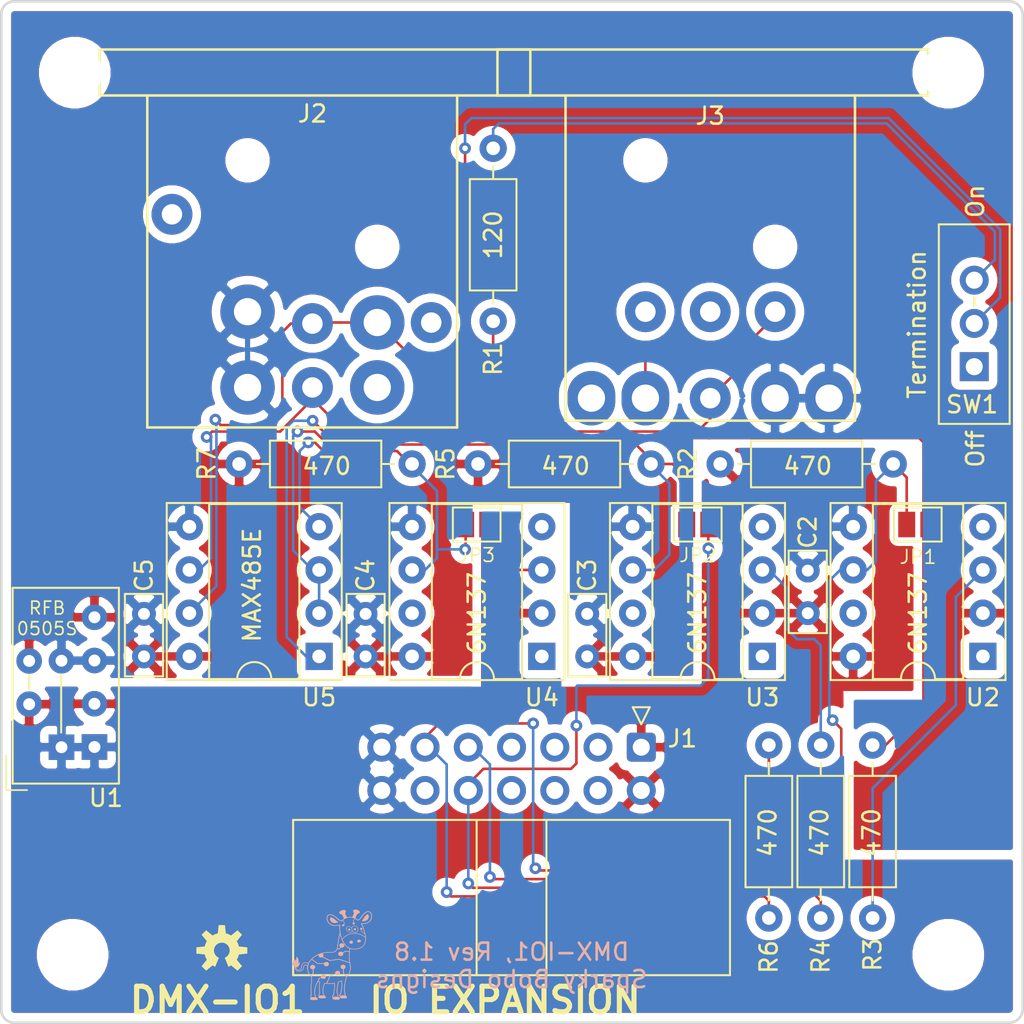
<source format=kicad_pcb>
(kicad_pcb (version 20171130) (host pcbnew "(5.1.12)-1")

  (general
    (thickness 1.6)
    (drawings 28)
    (tracks 210)
    (zones 0)
    (modules 29)
    (nets 38)
  )

  (page A4)
  (title_block
    (title "DMX Demonstrator - DMX-512 IO Module (DMX-IO1)")
    (date 2024-06-11)
    (rev 1.7)
    (company "Sparky Bobo Designs")
    (comment 2 "Designed by: SparkyBobo")
    (comment 3 https://creativecommons.org/licenses/by-sa/4.0/)
    (comment 4 "Released under the Creative Commons Attribution Share-Alike 4.0m License")
  )

  (layers
    (0 F.Cu signal)
    (31 B.Cu signal)
    (32 B.Adhes user hide)
    (33 F.Adhes user hide)
    (34 B.Paste user hide)
    (35 F.Paste user hide)
    (36 B.SilkS user)
    (37 F.SilkS user)
    (38 B.Mask user hide)
    (39 F.Mask user hide)
    (40 Dwgs.User user hide)
    (41 Cmts.User user hide)
    (42 Eco1.User user hide)
    (43 Eco2.User user hide)
    (44 Edge.Cuts user)
    (45 Margin user hide)
    (46 B.CrtYd user hide)
    (47 F.CrtYd user)
    (48 B.Fab user hide)
    (49 F.Fab user hide)
  )

  (setup
    (last_trace_width 0.1524)
    (trace_clearance 0.1524)
    (zone_clearance 0.508)
    (zone_45_only no)
    (trace_min 0.1524)
    (via_size 0.6858)
    (via_drill 0.3302)
    (via_min_size 0.508)
    (via_min_drill 0.254)
    (uvia_size 0.6858)
    (uvia_drill 0.3302)
    (uvias_allowed no)
    (uvia_min_size 0.2)
    (uvia_min_drill 0.1)
    (edge_width 0.15)
    (segment_width 0.2)
    (pcb_text_width 0.3)
    (pcb_text_size 1.5 1.5)
    (mod_edge_width 0.15)
    (mod_text_size 1 1)
    (mod_text_width 0.15)
    (pad_size 1.5 1.5)
    (pad_drill 1)
    (pad_to_mask_clearance 0.2)
    (aux_axis_origin 0 0)
    (visible_elements 7FFFFFFF)
    (pcbplotparams
      (layerselection 0x010fc_ffffffff)
      (usegerberextensions true)
      (usegerberattributes false)
      (usegerberadvancedattributes false)
      (creategerberjobfile false)
      (excludeedgelayer true)
      (linewidth 0.100000)
      (plotframeref false)
      (viasonmask false)
      (mode 1)
      (useauxorigin false)
      (hpglpennumber 1)
      (hpglpenspeed 20)
      (hpglpendiameter 15.000000)
      (psnegative false)
      (psa4output false)
      (plotreference true)
      (plotvalue false)
      (plotinvisibletext false)
      (padsonsilk false)
      (subtractmaskfromsilk true)
      (outputformat 1)
      (mirror false)
      (drillshape 0)
      (scaleselection 1)
      (outputdirectory "grb"))
  )

  (net 0 "")
  (net 1 +5V)
  (net 2 GND)
  (net 3 GNDD)
  (net 4 "Net-(J2-Pad2A)")
  (net 5 "Net-(J2-Pad3)")
  (net 6 "Net-(J3-Pad4B)")
  (net 7 "Net-(J3-Pad5B)")
  (net 8 "Net-(J2-Pad4B)")
  (net 9 "Net-(J2-Pad5B)")
  (net 10 VDD)
  (net 11 "Net-(U4-Pad1)")
  (net 12 "Net-(U4-Pad7)")
  (net 13 "Net-(U4-Pad4)")
  (net 14 "Net-(U3-Pad4)")
  (net 15 "Net-(U3-Pad7)")
  (net 16 "Net-(U3-Pad1)")
  (net 17 "Net-(U2-Pad1)")
  (net 18 "Net-(U2-Pad7)")
  (net 19 "Net-(U2-Pad4)")
  (net 20 "Net-(R6-Pad1)")
  (net 21 "Net-(R4-Pad1)")
  (net 22 "Net-(J1-Pad12)")
  (net 23 "Net-(R3-Pad2)")
  (net 24 "Net-(J1-Pad3)")
  (net 25 "Net-(J1-Pad4)")
  (net 26 "Net-(J1-Pad5)")
  (net 27 "Net-(J1-Pad6)")
  (net 28 "Net-(J1-Pad7)")
  (net 29 "Net-(J1-Pad8)")
  (net 30 /DMX-RX)
  (net 31 /DMX-DIR)
  (net 32 /DMX-TX)
  (net 33 "Net-(JP3-Pad2)")
  (net 34 "Net-(JP2-Pad2)")
  (net 35 "Net-(JP1-Pad2)")
  (net 36 "Net-(R1-Pad2)")
  (net 37 "Net-(SW1-Pad1)")

  (net_class Default "This is the default net class."
    (clearance 0.1524)
    (trace_width 0.1524)
    (via_dia 0.6858)
    (via_drill 0.3302)
    (uvia_dia 0.6858)
    (uvia_drill 0.3302)
    (diff_pair_width 0.1524)
    (diff_pair_gap 0.1524)
    (add_net /DMX-DIR)
    (add_net /DMX-RX)
    (add_net /DMX-TX)
    (add_net "Net-(J1-Pad12)")
    (add_net "Net-(J1-Pad3)")
    (add_net "Net-(J1-Pad4)")
    (add_net "Net-(J1-Pad5)")
    (add_net "Net-(J1-Pad6)")
    (add_net "Net-(J1-Pad7)")
    (add_net "Net-(J1-Pad8)")
    (add_net "Net-(J2-Pad2A)")
    (add_net "Net-(J2-Pad3)")
    (add_net "Net-(J2-Pad4B)")
    (add_net "Net-(J2-Pad5B)")
    (add_net "Net-(J3-Pad4B)")
    (add_net "Net-(J3-Pad5B)")
    (add_net "Net-(JP1-Pad2)")
    (add_net "Net-(JP2-Pad2)")
    (add_net "Net-(JP3-Pad2)")
    (add_net "Net-(R1-Pad2)")
    (add_net "Net-(R3-Pad2)")
    (add_net "Net-(R4-Pad1)")
    (add_net "Net-(R6-Pad1)")
    (add_net "Net-(SW1-Pad1)")
    (add_net "Net-(U2-Pad1)")
    (add_net "Net-(U2-Pad4)")
    (add_net "Net-(U2-Pad7)")
    (add_net "Net-(U3-Pad1)")
    (add_net "Net-(U3-Pad4)")
    (add_net "Net-(U3-Pad7)")
    (add_net "Net-(U4-Pad1)")
    (add_net "Net-(U4-Pad4)")
    (add_net "Net-(U4-Pad7)")
  )

  (net_class Power ""
    (clearance 0.1524)
    (trace_width 0.3048)
    (via_dia 1.27)
    (via_drill 0.635)
    (uvia_dia 1.27)
    (uvia_drill 0.635)
    (diff_pair_width 0.3048)
    (diff_pair_gap 0.3048)
    (add_net +5V)
    (add_net GND)
    (add_net GNDD)
    (add_net VDD)
  )

  (module footprints:Converter_DCDC_Recom_RFM0505S_THT_Bypass (layer F.Cu) (tedit 66A842D7) (tstamp 66252602)
    (at 119.9007 104.3813 180)
    (descr "Recom RFB0505S footprint based on SIP7, https://recom-power.com/pdf/Econoline/RFB.pdf")
    (tags "Recom RFB0505S DCDC-Converter")
    (path /662AC778)
    (fp_text reference U1 (at -0.6731 -2.9972) (layer F.SilkS)
      (effects (font (size 1 1) (thickness 0.15)))
    )
    (fp_text value RFM-0505S (at -1 19) (layer F.Fab)
      (effects (font (size 1 1) (thickness 0.15)))
    )
    (fp_text user %R (at -2.25 6 90) (layer F.Fab)
      (effects (font (size 1 1) (thickness 0.15)))
    )
    (fp_line (start 3.8354 3.3528) (end 3.8354 4.2291) (layer F.SilkS) (width 0.12))
    (fp_line (start 1.9558 0.8509) (end 1.9558 4.2418) (layer F.SilkS) (width 0.12))
    (fp_line (start 4.9344 -2.28) (end -1.5656 -2.28) (layer F.CrtYd) (width 0.05))
    (fp_line (start 4.9344 9.48) (end 4.9344 -2.28) (layer F.CrtYd) (width 0.05))
    (fp_line (start -1.5656 9.48) (end 4.9344 9.48) (layer F.CrtYd) (width 0.05))
    (fp_line (start -1.5656 -2.28) (end -1.5656 9.48) (layer F.CrtYd) (width 0.05))
    (fp_line (start 4.8044 -2.15) (end -1.4356 -2.15) (layer F.SilkS) (width 0.12))
    (fp_line (start 4.8044 9.35) (end 4.8044 -2.15) (layer F.SilkS) (width 0.12))
    (fp_line (start -1.4356 9.35) (end 4.7844 9.35) (layer F.SilkS) (width 0.12))
    (fp_line (start -1.4356 -2.15) (end -1.4356 9.35) (layer F.SilkS) (width 0.12))
    (fp_line (start 3.6844 -2.03) (end -1.3156 -2.03) (layer F.Fab) (width 0.1))
    (fp_line (start 4.6844 9.23) (end 4.6844 -1.03) (layer F.Fab) (width 0.1))
    (fp_line (start -1.3156 9.23) (end 4.6844 9.23) (layer F.Fab) (width 0.1))
    (fp_line (start -1.3156 -2.03) (end -1.3156 9.23) (layer F.Fab) (width 0.1))
    (fp_line (start 5.1844 -2.53) (end 5.1844 -0.5) (layer F.SilkS) (width 0.1))
    (fp_line (start 5.1844 -2.53) (end 3.9544 -2.53) (layer F.SilkS) (width 0.1))
    (fp_line (start 3.6844 -2.03) (end 4.6844 -1.03) (layer F.Fab) (width 0.1))
    (pad 1 thru_hole rect (at 0 0 180) (size 1.5 1.5) (drill 0.7) (layers *.Cu *.Mask)
      (net 2 GND))
    (pad 2 thru_hole oval (at 0 2.54 180) (size 1.5 1.5) (drill 0.7) (layers *.Cu *.Mask)
      (net 1 +5V))
    (pad 4 thru_hole oval (at 0 7.62 180) (size 1.5 1.5) (drill 0.7) (layers *.Cu *.Mask)
      (net 10 VDD))
    (pad 3 thru_hole oval (at 0 5.08 180) (size 1.5 1.5) (drill 0.7) (layers *.Cu *.Mask)
      (net 3 GNDD))
    (pad 1 thru_hole rect (at 1.937 -0.0127 180) (size 1.5 1.5) (drill 0.7) (layers *.Cu *.Mask)
      (net 2 GND))
    (pad 3 thru_hole oval (at 1.937 5.0673 180) (size 1.5 1.5) (drill 0.7) (layers *.Cu *.Mask)
      (net 3 GNDD))
    (pad 2 thru_hole oval (at 3.8359 2.5146 180) (size 1.5 1.5) (drill 0.7) (layers *.Cu *.Mask)
      (net 1 +5V))
    (pad 4 thru_hole oval (at 3.8359 5.0546 180) (size 1.5 1.5) (drill 0.7) (layers *.Cu *.Mask)
      (net 10 VDD))
    (model ${KISYS3DMOD}/Converter_DCDC.3dshapes/Converter_DCDC_muRata_NMAxxxxSC_THT.wrl
      (at (xyz 0 0 0))
      (scale (xyz 1 1 1))
      (rotate (xyz 0 0 0))
    )
  )

  (module Resistor_THT:R_Axial_DIN0207_L6.3mm_D2.5mm_P10.16mm_Horizontal (layer F.Cu) (tedit 5AE5139B) (tstamp 6625A053)
    (at 143.3195 79.375 90)
    (descr "Resistor, Axial_DIN0207 series, Axial, Horizontal, pin pitch=10.16mm, 0.25W = 1/4W, length*diameter=6.3*2.5mm^2, http://cdn-reichelt.de/documents/datenblatt/B400/1_4W%23YAG.pdf")
    (tags "Resistor Axial_DIN0207 series Axial Horizontal pin pitch 10.16mm 0.25W = 1/4W length 6.3mm diameter 2.5mm")
    (path /663529CD)
    (fp_text reference R1 (at -2.2225 0 90) (layer F.SilkS)
      (effects (font (size 1 1) (thickness 0.15)))
    )
    (fp_text value 120 (at 5.08 2.37 90) (layer F.Fab)
      (effects (font (size 1 1) (thickness 0.15)))
    )
    (fp_text user %R (at 5.08 0 90) (layer F.Fab)
      (effects (font (size 1 1) (thickness 0.15)))
    )
    (fp_line (start 1.93 -1.25) (end 1.93 1.25) (layer F.Fab) (width 0.1))
    (fp_line (start 1.93 1.25) (end 8.23 1.25) (layer F.Fab) (width 0.1))
    (fp_line (start 8.23 1.25) (end 8.23 -1.25) (layer F.Fab) (width 0.1))
    (fp_line (start 8.23 -1.25) (end 1.93 -1.25) (layer F.Fab) (width 0.1))
    (fp_line (start 0 0) (end 1.93 0) (layer F.Fab) (width 0.1))
    (fp_line (start 10.16 0) (end 8.23 0) (layer F.Fab) (width 0.1))
    (fp_line (start 1.81 -1.37) (end 1.81 1.37) (layer F.SilkS) (width 0.12))
    (fp_line (start 1.81 1.37) (end 8.35 1.37) (layer F.SilkS) (width 0.12))
    (fp_line (start 8.35 1.37) (end 8.35 -1.37) (layer F.SilkS) (width 0.12))
    (fp_line (start 8.35 -1.37) (end 1.81 -1.37) (layer F.SilkS) (width 0.12))
    (fp_line (start 1.04 0) (end 1.81 0) (layer F.SilkS) (width 0.12))
    (fp_line (start 9.12 0) (end 8.35 0) (layer F.SilkS) (width 0.12))
    (fp_line (start -1.05 -1.5) (end -1.05 1.5) (layer F.CrtYd) (width 0.05))
    (fp_line (start -1.05 1.5) (end 11.21 1.5) (layer F.CrtYd) (width 0.05))
    (fp_line (start 11.21 1.5) (end 11.21 -1.5) (layer F.CrtYd) (width 0.05))
    (fp_line (start 11.21 -1.5) (end -1.05 -1.5) (layer F.CrtYd) (width 0.05))
    (pad 2 thru_hole oval (at 10.16 0 90) (size 1.6 1.6) (drill 0.8) (layers *.Cu *.Mask)
      (net 36 "Net-(R1-Pad2)"))
    (pad 1 thru_hole circle (at 0 0 90) (size 1.6 1.6) (drill 0.8) (layers *.Cu *.Mask)
      (net 4 "Net-(J2-Pad2A)"))
    (model ${KISYS3DMOD}/Resistor_THT.3dshapes/R_Axial_DIN0207_L6.3mm_D2.5mm_P10.16mm_Horizontal.wrl
      (at (xyz 0 0 0))
      (scale (xyz 1 1 1))
      (rotate (xyz 0 0 0))
    )
  )

  (module footprints:ESWITCH_1218_SPDT (layer F.Cu) (tedit 661C9A2B) (tstamp 661CC029)
    (at 171.577 82.042 180)
    (descr "Breadboard-friendly SPDT Slide Switch")
    (tags "EG1218 SPDT Slide Switch")
    (path /663A2E4F)
    (fp_text reference SW1 (at 0.127 -2.2225 180) (layer F.SilkS)
      (effects (font (size 1 1) (thickness 0.15)))
    )
    (fp_text value TERM (at 0 10.16) (layer F.Fab)
      (effects (font (size 1 1) (thickness 0.15)))
    )
    (fp_text user %R (at 0 2.54 90) (layer F.Fab)
      (effects (font (size 1 1) (thickness 0.15)))
    )
    (fp_line (start -2 -3.3) (end 2 -3.3) (layer F.Fab) (width 0.1))
    (fp_line (start 2 -3.3) (end 2 8.3) (layer F.Fab) (width 0.1))
    (fp_line (start 2 8.3) (end -2 8.3) (layer F.Fab) (width 0.1))
    (fp_line (start -2 8.3) (end -2 -3.3) (layer F.Fab) (width 0.1))
    (fp_line (start -2.08 8.36) (end 2.08 8.36) (layer F.SilkS) (width 0.12))
    (fp_line (start -2.08 -3.36) (end -2.08 8.36) (layer F.SilkS) (width 0.12))
    (fp_line (start 2.08 -3.36) (end 2.08 8.36) (layer F.SilkS) (width 0.12))
    (fp_line (start -2.08 -3.36) (end 2.08 -3.36) (layer F.SilkS) (width 0.12))
    (fp_line (start -2.225 -3.5) (end -2.225 8.55) (layer F.CrtYd) (width 0.05))
    (fp_line (start -2.225 8.55) (end 2.225 8.55) (layer F.CrtYd) (width 0.05))
    (fp_line (start 2.225 8.55) (end 2.225 -3.5) (layer F.CrtYd) (width 0.05))
    (fp_line (start 2.225 -3.5) (end -2.225 -3.5) (layer F.CrtYd) (width 0.05))
    (pad 1 thru_hole rect (at 0 0 180) (size 1.7 1.7) (drill 1) (layers *.Cu *.Mask)
      (net 37 "Net-(SW1-Pad1)"))
    (pad 2 thru_hole oval (at 0 2.54 180) (size 1.7 1.7) (drill 1) (layers *.Cu *.Mask)
      (net 5 "Net-(J2-Pad3)"))
    (pad 3 thru_hole oval (at 0 5.08 180) (size 1.7 1.7) (drill 1) (layers *.Cu *.Mask)
      (net 36 "Net-(R1-Pad2)"))
    (model ${KISYS3DMOD}/Connector_PinHeader_2.54mm.3dshapes/PinHeader_1x03_P2.54mm_Vertical.wrl
      (at (xyz 0 0 0))
      (scale (xyz 1 1 1))
      (rotate (xyz 0 0 0))
    )
  )

  (module Jumper:SolderJumper-2_P1.3mm_Open_Pad1.0x1.5mm (layer F.Cu) (tedit 5A3EABFC) (tstamp 65324CDE)
    (at 168.26 91.313)
    (descr "SMD Solder Jumper, 1x1.5mm Pads, 0.3mm gap, open")
    (tags "solder jumper open")
    (path /651B256A)
    (attr virtual)
    (fp_text reference JP1 (at 0.015 1.905) (layer F.SilkS)
      (effects (font (size 0.8 0.8) (thickness 0.1)))
    )
    (fp_text value "Bypass Iso" (at 0 1.9) (layer F.Fab)
      (effects (font (size 1 1) (thickness 0.15)))
    )
    (fp_line (start -1.4 1) (end -1.4 -1) (layer F.SilkS) (width 0.12))
    (fp_line (start 1.4 1) (end -1.4 1) (layer F.SilkS) (width 0.12))
    (fp_line (start 1.4 -1) (end 1.4 1) (layer F.SilkS) (width 0.12))
    (fp_line (start -1.4 -1) (end 1.4 -1) (layer F.SilkS) (width 0.12))
    (fp_line (start -1.65 -1.25) (end 1.65 -1.25) (layer F.CrtYd) (width 0.05))
    (fp_line (start -1.65 -1.25) (end -1.65 1.25) (layer F.CrtYd) (width 0.05))
    (fp_line (start 1.65 1.25) (end 1.65 -1.25) (layer F.CrtYd) (width 0.05))
    (fp_line (start 1.65 1.25) (end -1.65 1.25) (layer F.CrtYd) (width 0.05))
    (pad 1 smd rect (at -0.65 0) (size 1 1.5) (layers F.Cu F.Mask)
      (net 30 /DMX-RX))
    (pad 2 smd rect (at 0.65 0) (size 1 1.5) (layers F.Cu F.Mask)
      (net 35 "Net-(JP1-Pad2)"))
  )

  (module Jumper:SolderJumper-2_P1.3mm_Open_Pad1.0x1.5mm (layer F.Cu) (tedit 5A3EABFC) (tstamp 65324CD0)
    (at 155.336 91.313 180)
    (descr "SMD Solder Jumper, 1x1.5mm Pads, 0.3mm gap, open")
    (tags "solder jumper open")
    (path /651B907A)
    (attr virtual)
    (fp_text reference JP2 (at 0 -1.8 180) (layer F.SilkS)
      (effects (font (size 0.8 0.8) (thickness 0.1)))
    )
    (fp_text value "Bypass Iso" (at 0 1.9 180) (layer F.Fab)
      (effects (font (size 1 1) (thickness 0.15)))
    )
    (fp_line (start -1.4 1) (end -1.4 -1) (layer F.SilkS) (width 0.12))
    (fp_line (start 1.4 1) (end -1.4 1) (layer F.SilkS) (width 0.12))
    (fp_line (start 1.4 -1) (end 1.4 1) (layer F.SilkS) (width 0.12))
    (fp_line (start -1.4 -1) (end 1.4 -1) (layer F.SilkS) (width 0.12))
    (fp_line (start -1.65 -1.25) (end 1.65 -1.25) (layer F.CrtYd) (width 0.05))
    (fp_line (start -1.65 -1.25) (end -1.65 1.25) (layer F.CrtYd) (width 0.05))
    (fp_line (start 1.65 1.25) (end 1.65 -1.25) (layer F.CrtYd) (width 0.05))
    (fp_line (start 1.65 1.25) (end -1.65 1.25) (layer F.CrtYd) (width 0.05))
    (pad 1 smd rect (at -0.65 0 180) (size 1 1.5) (layers F.Cu F.Mask)
      (net 31 /DMX-DIR))
    (pad 2 smd rect (at 0.65 0 180) (size 1 1.5) (layers F.Cu F.Mask)
      (net 34 "Net-(JP2-Pad2)"))
  )

  (module Jumper:SolderJumper-2_P1.3mm_Open_Pad1.0x1.5mm (layer F.Cu) (tedit 5A3EABFC) (tstamp 65324CC2)
    (at 142.352 91.313 180)
    (descr "SMD Solder Jumper, 1x1.5mm Pads, 0.3mm gap, open")
    (tags "solder jumper open")
    (path /651C0494)
    (attr virtual)
    (fp_text reference JP3 (at 0 -1.8 180) (layer F.SilkS)
      (effects (font (size 0.8 0.8) (thickness 0.1)))
    )
    (fp_text value "Bypass Iso" (at 0 1.9 180) (layer F.Fab)
      (effects (font (size 1 1) (thickness 0.15)))
    )
    (fp_line (start -1.4 1) (end -1.4 -1) (layer F.SilkS) (width 0.12))
    (fp_line (start 1.4 1) (end -1.4 1) (layer F.SilkS) (width 0.12))
    (fp_line (start 1.4 -1) (end 1.4 1) (layer F.SilkS) (width 0.12))
    (fp_line (start -1.4 -1) (end 1.4 -1) (layer F.SilkS) (width 0.12))
    (fp_line (start -1.65 -1.25) (end 1.65 -1.25) (layer F.CrtYd) (width 0.05))
    (fp_line (start -1.65 -1.25) (end -1.65 1.25) (layer F.CrtYd) (width 0.05))
    (fp_line (start 1.65 1.25) (end 1.65 -1.25) (layer F.CrtYd) (width 0.05))
    (fp_line (start 1.65 1.25) (end -1.65 1.25) (layer F.CrtYd) (width 0.05))
    (pad 1 smd rect (at -0.65 0 180) (size 1 1.5) (layers F.Cu F.Mask)
      (net 32 /DMX-TX))
    (pad 2 smd rect (at 0.65 0 180) (size 1 1.5) (layers F.Cu F.Mask)
      (net 33 "Net-(JP3-Pad2)"))
  )

  (module footprints:NEUTRIK-NC3MAH-NC5MAH (layer F.Cu) (tedit 661C9E3B) (tstamp 5FECEDA3)
    (at 156.070793 66.11216)
    (path /5FA9D811)
    (fp_text reference J3 (at 0 1.19784) (layer F.SilkS)
      (effects (font (size 1 1) (thickness 0.15)))
    )
    (fp_text value NC3MAH/NC5MAH (at 0 -0.5) (layer F.Fab)
      (effects (font (size 1 1) (thickness 0.15)))
    )
    (fp_text user "23mm on center" (at 0 -1.85) (layer Dwgs.User)
      (effects (font (size 1 1) (thickness 0.15)))
    )
    (fp_line (start -12.75 -2.9) (end 13 -2.9) (layer F.CrtYd) (width 0.15))
    (fp_line (start -12.75 19.3) (end 13 19.3) (layer F.CrtYd) (width 0.15))
    (fp_line (start -12.75 -2.9) (end -12.75 19.3) (layer F.CrtYd) (width 0.15))
    (fp_line (start 13 -2.9) (end 13 19.3) (layer F.CrtYd) (width 0.15))
    (fp_line (start -12.5 0) (end 12.8 0) (layer F.SilkS) (width 0.15))
    (fp_line (start -8.5 19.1) (end -8.5 0) (layer F.SilkS) (width 0.15))
    (fp_line (start 8.5 19.1) (end -8.5 19.1) (layer F.SilkS) (width 0.15))
    (fp_line (start 8.5 0) (end 8.5 19.1) (layer F.SilkS) (width 0.15))
    (fp_line (start 12.8 -2.7) (end 12.8 0) (layer F.SilkS) (width 0.15))
    (fp_line (start -12.5 -2.7) (end 12.8 -2.7) (layer F.SilkS) (width 0.15))
    (fp_line (start -12.5 0) (end -12.5 -2.7) (layer F.SilkS) (width 0.15))
    (pad 1A thru_hole oval (at 3.81 17.78) (size 2.8 3.2) (drill 1.6) (layers *.Cu *.Mask)
      (net 3 GNDD))
    (pad 2A thru_hole oval (at -3.81 17.78) (size 2.8 3.2) (drill 1.6) (layers *.Cu *.Mask)
      (net 4 "Net-(J2-Pad2A)"))
    (pad 0 thru_hole circle (at 0 12.7) (size 2.4 2.4) (drill 1.2) (layers *.Cu *.Mask))
    (pad "" np_thru_hole circle (at 3.81 8.89) (size 1.6 1.6) (drill 1.6) (layers *.Cu *.Mask))
    (pad "" np_thru_hole circle (at -3.81 3.81) (size 1.6 1.6) (drill 1.6) (layers *.Cu *.Mask))
    (pad 5B thru_hole oval (at -6.98 17.78) (size 2.8 3.2) (drill 1.6) (layers *.Cu *.Mask)
      (net 7 "Net-(J3-Pad5B)"))
    (pad 4B thru_hole circle (at -3.81 12.7) (size 2.4 2.4) (drill 1.2) (layers *.Cu *.Mask)
      (net 6 "Net-(J3-Pad4B)"))
    (pad 3 thru_hole circle (at 0 17.78) (size 2.4 2.4) (drill 1.2) (layers *.Cu *.Mask)
      (net 5 "Net-(J2-Pad3)"))
    (pad 2B thru_hole circle (at 3.81 12.7) (size 2.4 2.4) (drill 1.2) (layers *.Cu *.Mask)
      (net 4 "Net-(J2-Pad2A)"))
    (pad 1B thru_hole oval (at 6.98 17.78) (size 2.8 3.2) (drill 1.6) (layers *.Cu *.Mask)
      (net 3 GNDD))
  )

  (module Capacitor_THT:C_Rect_L4.6mm_W2.0mm_P2.50mm_MKS02_FKP02 (layer F.Cu) (tedit 5AE50EF0) (tstamp 64CBB61B)
    (at 161.798 96.52 90)
    (descr "C, Rect series, Radial, pin pitch=2.50mm, , length*width=4.6*2mm^2, Capacitor, http://www.wima.de/DE/WIMA_MKS_02.pdf")
    (tags "C Rect series Radial pin pitch 2.50mm  length 4.6mm width 2mm Capacitor")
    (path /64D49F7F)
    (fp_text reference C2 (at 4.7625 0 270) (layer F.SilkS)
      (effects (font (size 1 1) (thickness 0.15)))
    )
    (fp_text value 0.1uF (at 1.25 2.25 90) (layer F.Fab)
      (effects (font (size 1 1) (thickness 0.15)))
    )
    (fp_text user %R (at 1.25 0 90) (layer F.Fab)
      (effects (font (size 0.92 0.92) (thickness 0.138)))
    )
    (fp_line (start -1.05 -1) (end -1.05 1) (layer F.Fab) (width 0.1))
    (fp_line (start -1.05 1) (end 3.55 1) (layer F.Fab) (width 0.1))
    (fp_line (start 3.55 1) (end 3.55 -1) (layer F.Fab) (width 0.1))
    (fp_line (start 3.55 -1) (end -1.05 -1) (layer F.Fab) (width 0.1))
    (fp_line (start -1.17 -1.12) (end 3.67 -1.12) (layer F.SilkS) (width 0.12))
    (fp_line (start -1.17 1.12) (end 3.67 1.12) (layer F.SilkS) (width 0.12))
    (fp_line (start -1.17 -1.12) (end -1.17 1.12) (layer F.SilkS) (width 0.12))
    (fp_line (start 3.67 -1.12) (end 3.67 1.12) (layer F.SilkS) (width 0.12))
    (fp_line (start -1.3 -1.25) (end -1.3 1.25) (layer F.CrtYd) (width 0.05))
    (fp_line (start -1.3 1.25) (end 3.8 1.25) (layer F.CrtYd) (width 0.05))
    (fp_line (start 3.8 1.25) (end 3.8 -1.25) (layer F.CrtYd) (width 0.05))
    (fp_line (start 3.8 -1.25) (end -1.3 -1.25) (layer F.CrtYd) (width 0.05))
    (pad 2 thru_hole circle (at 2.5 0 90) (size 1.4 1.4) (drill 0.7) (layers *.Cu *.Mask)
      (net 2 GND))
    (pad 1 thru_hole circle (at 0 0 90) (size 1.4 1.4) (drill 0.7) (layers *.Cu *.Mask)
      (net 1 +5V))
    (model ${KISYS3DMOD}/Capacitor_THT.3dshapes/C_Rect_L4.6mm_W2.0mm_P2.50mm_MKS02_FKP02.wrl
      (at (xyz 0 0 0))
      (scale (xyz 1 1 1))
      (rotate (xyz 0 0 0))
    )
  )

  (module Capacitor_THT:C_Rect_L4.6mm_W2.0mm_P2.50mm_MKS02_FKP02 (layer F.Cu) (tedit 5AE50EF0) (tstamp 64CBB609)
    (at 148.844 99.06 90)
    (descr "C, Rect series, Radial, pin pitch=2.50mm, , length*width=4.6*2mm^2, Capacitor, http://www.wima.de/DE/WIMA_MKS_02.pdf")
    (tags "C Rect series Radial pin pitch 2.50mm  length 4.6mm width 2mm Capacitor")
    (path /64D4BCFF)
    (fp_text reference C3 (at 4.7625 0 270) (layer F.SilkS)
      (effects (font (size 1 1) (thickness 0.15)))
    )
    (fp_text value 0.1uF (at 1.25 2.25 90) (layer F.Fab)
      (effects (font (size 1 1) (thickness 0.15)))
    )
    (fp_text user %R (at 1.25 0 90) (layer F.Fab)
      (effects (font (size 0.92 0.92) (thickness 0.138)))
    )
    (fp_line (start -1.05 -1) (end -1.05 1) (layer F.Fab) (width 0.1))
    (fp_line (start -1.05 1) (end 3.55 1) (layer F.Fab) (width 0.1))
    (fp_line (start 3.55 1) (end 3.55 -1) (layer F.Fab) (width 0.1))
    (fp_line (start 3.55 -1) (end -1.05 -1) (layer F.Fab) (width 0.1))
    (fp_line (start -1.17 -1.12) (end 3.67 -1.12) (layer F.SilkS) (width 0.12))
    (fp_line (start -1.17 1.12) (end 3.67 1.12) (layer F.SilkS) (width 0.12))
    (fp_line (start -1.17 -1.12) (end -1.17 1.12) (layer F.SilkS) (width 0.12))
    (fp_line (start 3.67 -1.12) (end 3.67 1.12) (layer F.SilkS) (width 0.12))
    (fp_line (start -1.3 -1.25) (end -1.3 1.25) (layer F.CrtYd) (width 0.05))
    (fp_line (start -1.3 1.25) (end 3.8 1.25) (layer F.CrtYd) (width 0.05))
    (fp_line (start 3.8 1.25) (end 3.8 -1.25) (layer F.CrtYd) (width 0.05))
    (fp_line (start 3.8 -1.25) (end -1.3 -1.25) (layer F.CrtYd) (width 0.05))
    (pad 2 thru_hole circle (at 2.5 0 90) (size 1.4 1.4) (drill 0.7) (layers *.Cu *.Mask)
      (net 3 GNDD))
    (pad 1 thru_hole circle (at 0 0 90) (size 1.4 1.4) (drill 0.7) (layers *.Cu *.Mask)
      (net 10 VDD))
    (model ${KISYS3DMOD}/Capacitor_THT.3dshapes/C_Rect_L4.6mm_W2.0mm_P2.50mm_MKS02_FKP02.wrl
      (at (xyz 0 0 0))
      (scale (xyz 1 1 1))
      (rotate (xyz 0 0 0))
    )
  )

  (module Capacitor_THT:C_Rect_L4.6mm_W2.0mm_P2.50mm_MKS02_FKP02 (layer F.Cu) (tedit 5AE50EF0) (tstamp 64CBB5F7)
    (at 135.8265 99.06 90)
    (descr "C, Rect series, Radial, pin pitch=2.50mm, , length*width=4.6*2mm^2, Capacitor, http://www.wima.de/DE/WIMA_MKS_02.pdf")
    (tags "C Rect series Radial pin pitch 2.50mm  length 4.6mm width 2mm Capacitor")
    (path /64D4BD67)
    (fp_text reference C4 (at 4.7625 0 270) (layer F.SilkS)
      (effects (font (size 1 1) (thickness 0.15)))
    )
    (fp_text value 0.1uF (at 1.25 2.25 90) (layer F.Fab)
      (effects (font (size 1 1) (thickness 0.15)))
    )
    (fp_text user %R (at 1.25 0 90) (layer F.Fab)
      (effects (font (size 0.92 0.92) (thickness 0.138)))
    )
    (fp_line (start -1.05 -1) (end -1.05 1) (layer F.Fab) (width 0.1))
    (fp_line (start -1.05 1) (end 3.55 1) (layer F.Fab) (width 0.1))
    (fp_line (start 3.55 1) (end 3.55 -1) (layer F.Fab) (width 0.1))
    (fp_line (start 3.55 -1) (end -1.05 -1) (layer F.Fab) (width 0.1))
    (fp_line (start -1.17 -1.12) (end 3.67 -1.12) (layer F.SilkS) (width 0.12))
    (fp_line (start -1.17 1.12) (end 3.67 1.12) (layer F.SilkS) (width 0.12))
    (fp_line (start -1.17 -1.12) (end -1.17 1.12) (layer F.SilkS) (width 0.12))
    (fp_line (start 3.67 -1.12) (end 3.67 1.12) (layer F.SilkS) (width 0.12))
    (fp_line (start -1.3 -1.25) (end -1.3 1.25) (layer F.CrtYd) (width 0.05))
    (fp_line (start -1.3 1.25) (end 3.8 1.25) (layer F.CrtYd) (width 0.05))
    (fp_line (start 3.8 1.25) (end 3.8 -1.25) (layer F.CrtYd) (width 0.05))
    (fp_line (start 3.8 -1.25) (end -1.3 -1.25) (layer F.CrtYd) (width 0.05))
    (pad 2 thru_hole circle (at 2.5 0 90) (size 1.4 1.4) (drill 0.7) (layers *.Cu *.Mask)
      (net 3 GNDD))
    (pad 1 thru_hole circle (at 0 0 90) (size 1.4 1.4) (drill 0.7) (layers *.Cu *.Mask)
      (net 10 VDD))
    (model ${KISYS3DMOD}/Capacitor_THT.3dshapes/C_Rect_L4.6mm_W2.0mm_P2.50mm_MKS02_FKP02.wrl
      (at (xyz 0 0 0))
      (scale (xyz 1 1 1))
      (rotate (xyz 0 0 0))
    )
  )

  (module Capacitor_THT:C_Rect_L4.6mm_W2.0mm_P2.50mm_MKS02_FKP02 (layer F.Cu) (tedit 5AE50EF0) (tstamp 64CBB5E5)
    (at 122.809 99.06 90)
    (descr "C, Rect series, Radial, pin pitch=2.50mm, , length*width=4.6*2mm^2, Capacitor, http://www.wima.de/DE/WIMA_MKS_02.pdf")
    (tags "C Rect series Radial pin pitch 2.50mm  length 4.6mm width 2mm Capacitor")
    (path /64D4BDC1)
    (fp_text reference C5 (at 4.7625 0 270) (layer F.SilkS)
      (effects (font (size 1 1) (thickness 0.15)))
    )
    (fp_text value 0.1uF (at 1.25 2.25 90) (layer F.Fab)
      (effects (font (size 1 1) (thickness 0.15)))
    )
    (fp_text user %R (at 1.25 0 90) (layer F.Fab)
      (effects (font (size 0.92 0.92) (thickness 0.138)))
    )
    (fp_line (start -1.05 -1) (end -1.05 1) (layer F.Fab) (width 0.1))
    (fp_line (start -1.05 1) (end 3.55 1) (layer F.Fab) (width 0.1))
    (fp_line (start 3.55 1) (end 3.55 -1) (layer F.Fab) (width 0.1))
    (fp_line (start 3.55 -1) (end -1.05 -1) (layer F.Fab) (width 0.1))
    (fp_line (start -1.17 -1.12) (end 3.67 -1.12) (layer F.SilkS) (width 0.12))
    (fp_line (start -1.17 1.12) (end 3.67 1.12) (layer F.SilkS) (width 0.12))
    (fp_line (start -1.17 -1.12) (end -1.17 1.12) (layer F.SilkS) (width 0.12))
    (fp_line (start 3.67 -1.12) (end 3.67 1.12) (layer F.SilkS) (width 0.12))
    (fp_line (start -1.3 -1.25) (end -1.3 1.25) (layer F.CrtYd) (width 0.05))
    (fp_line (start -1.3 1.25) (end 3.8 1.25) (layer F.CrtYd) (width 0.05))
    (fp_line (start 3.8 1.25) (end 3.8 -1.25) (layer F.CrtYd) (width 0.05))
    (fp_line (start 3.8 -1.25) (end -1.3 -1.25) (layer F.CrtYd) (width 0.05))
    (pad 2 thru_hole circle (at 2.5 0 90) (size 1.4 1.4) (drill 0.7) (layers *.Cu *.Mask)
      (net 3 GNDD))
    (pad 1 thru_hole circle (at 0 0 90) (size 1.4 1.4) (drill 0.7) (layers *.Cu *.Mask)
      (net 10 VDD))
    (model ${KISYS3DMOD}/Capacitor_THT.3dshapes/C_Rect_L4.6mm_W2.0mm_P2.50mm_MKS02_FKP02.wrl
      (at (xyz 0 0 0))
      (scale (xyz 1 1 1))
      (rotate (xyz 0 0 0))
    )
  )

  (module footprints:NEUTRIK-NC3FAH-NC5FAH (layer F.Cu) (tedit 661C9E87) (tstamp 64D7260E)
    (at 132.702793 66.11216)
    (path /5FA9D8B9)
    (fp_text reference J2 (at 0 1.07084) (layer F.SilkS)
      (effects (font (size 1 1) (thickness 0.15)))
    )
    (fp_text value NC3FAH/NC5FAH (at 0 -0.5) (layer F.Fab)
      (effects (font (size 1 1) (thickness 0.15)))
    )
    (fp_text user "23mm on center" (at 0 -1.9) (layer Dwgs.User)
      (effects (font (size 1 1) (thickness 0.15)))
    )
    (fp_line (start -12.5 0) (end -12.5 -2.7) (layer F.SilkS) (width 0.15))
    (fp_line (start -12.5 -2.7) (end 12.8 -2.7) (layer F.SilkS) (width 0.15))
    (fp_line (start 12.8 -2.7) (end 12.8 0) (layer F.SilkS) (width 0.15))
    (fp_line (start 8.5 0) (end 8.5 19.5) (layer F.SilkS) (width 0.15))
    (fp_line (start 8.5 19.5) (end -9.7 19.5) (layer F.SilkS) (width 0.15))
    (fp_line (start -9.7 19.5) (end -9.7 0) (layer F.SilkS) (width 0.15))
    (fp_line (start -12.5 0) (end 12.8 0) (layer F.SilkS) (width 0.15))
    (fp_line (start 13 -3) (end 13 19.75) (layer F.CrtYd) (width 0.15))
    (fp_line (start -12.75 -3) (end -12.75 19.75) (layer F.CrtYd) (width 0.15))
    (fp_line (start -12.75 19.75) (end 13 19.75) (layer F.CrtYd) (width 0.15))
    (fp_line (start -12.75 -3) (end 13 -3) (layer F.CrtYd) (width 0.15))
    (pad 2A thru_hole circle (at 3.81 13.335) (size 3.2 3.2) (drill 1.6) (layers *.Cu *.Mask)
      (net 4 "Net-(J2-Pad2A)"))
    (pad 1A thru_hole circle (at -3.81 12.7) (size 3.2 3.2) (drill 1.6) (layers *.Cu *.Mask)
      (net 3 GNDD))
    (pad 0 thru_hole circle (at -8.25 6.98) (size 2.4 2.4) (drill 1.2) (layers *.Cu *.Mask))
    (pad "" np_thru_hole circle (at 3.81 8.89) (size 1.6 1.6) (drill 1.6) (layers *.Cu *.Mask))
    (pad "" np_thru_hole circle (at -3.81 3.81) (size 1.6 1.6) (drill 1.6) (layers *.Cu *.Mask))
    (pad 5B thru_hole circle (at 3.81 17.15) (size 3.2 3.2) (drill 1.6) (layers *.Cu *.Mask)
      (net 9 "Net-(J2-Pad5B)"))
    (pad 4B thru_hole circle (at 6.98 13.34) (size 2.4 2.4) (drill 1.2) (layers *.Cu *.Mask)
      (net 8 "Net-(J2-Pad4B)"))
    (pad 3 thru_hole circle (at 0 17.15) (size 2.4 2.4) (drill 1.2) (layers *.Cu *.Mask)
      (net 5 "Net-(J2-Pad3)"))
    (pad 2B thru_hole circle (at 0 13.4) (size 2.4 2.4) (drill 1.2) (layers *.Cu *.Mask)
      (net 4 "Net-(J2-Pad2A)"))
    (pad 1B thru_hole circle (at -3.81 17.15) (size 3.2 3.2) (drill 1.6) (layers *.Cu *.Mask)
      (net 3 GNDD))
  )

  (module MountingHole:MountingHole_3.2mm_M3 (layer F.Cu) (tedit 56D1B4CB) (tstamp 640101E7)
    (at 118.745 64.77)
    (descr "Mounting Hole 3.2mm, no annular, M3")
    (tags "mounting hole 3.2mm no annular m3")
    (path /63F9E49B)
    (attr virtual)
    (fp_text reference MH1 (at 0 -4.2) (layer F.SilkS) hide
      (effects (font (size 1 1) (thickness 0.15)))
    )
    (fp_text value MountingHole (at 0 4.2) (layer F.Fab)
      (effects (font (size 1 1) (thickness 0.15)))
    )
    (fp_text user %R (at 0.3 0) (layer F.Fab)
      (effects (font (size 1 1) (thickness 0.15)))
    )
    (fp_circle (center 0 0) (end 3.2 0) (layer Cmts.User) (width 0.15))
    (fp_circle (center 0 0) (end 3.45 0) (layer F.CrtYd) (width 0.05))
    (pad 1 np_thru_hole circle (at 0 0) (size 3.2 3.2) (drill 3.2) (layers *.Cu *.Mask))
  )

  (module MountingHole:MountingHole_3.2mm_M3 (layer F.Cu) (tedit 56D1B4CB) (tstamp 640101DF)
    (at 170.053 64.77)
    (descr "Mounting Hole 3.2mm, no annular, M3")
    (tags "mounting hole 3.2mm no annular m3")
    (path /63F9E50B)
    (attr virtual)
    (fp_text reference MH2 (at 0 -4.2) (layer F.SilkS) hide
      (effects (font (size 1 1) (thickness 0.15)))
    )
    (fp_text value MountingHole (at 0 4.2) (layer F.Fab)
      (effects (font (size 1 1) (thickness 0.15)))
    )
    (fp_text user %R (at 0.3 0) (layer F.Fab)
      (effects (font (size 1 1) (thickness 0.15)))
    )
    (fp_circle (center 0 0) (end 3.2 0) (layer Cmts.User) (width 0.15))
    (fp_circle (center 0 0) (end 3.45 0) (layer F.CrtYd) (width 0.05))
    (pad 1 np_thru_hole circle (at 0 0) (size 3.2 3.2) (drill 3.2) (layers *.Cu *.Mask))
  )

  (module MountingHole:MountingHole_3.2mm_M3 (layer F.Cu) (tedit 56D1B4CB) (tstamp 640101D7)
    (at 118.618 116.586)
    (descr "Mounting Hole 3.2mm, no annular, M3")
    (tags "mounting hole 3.2mm no annular m3")
    (path /63F9E563)
    (attr virtual)
    (fp_text reference MH3 (at 0 -4.2) (layer F.SilkS) hide
      (effects (font (size 1 1) (thickness 0.15)))
    )
    (fp_text value MountingHole (at 0 4.2) (layer F.Fab)
      (effects (font (size 1 1) (thickness 0.15)))
    )
    (fp_text user %R (at 0.3 0) (layer F.Fab)
      (effects (font (size 1 1) (thickness 0.15)))
    )
    (fp_circle (center 0 0) (end 3.2 0) (layer Cmts.User) (width 0.15))
    (fp_circle (center 0 0) (end 3.45 0) (layer F.CrtYd) (width 0.05))
    (pad 1 np_thru_hole circle (at 0 0) (size 3.2 3.2) (drill 3.2) (layers *.Cu *.Mask))
  )

  (module MountingHole:MountingHole_3.2mm_M3 (layer F.Cu) (tedit 56D1B4CB) (tstamp 640101CF)
    (at 170.053 116.586)
    (descr "Mounting Hole 3.2mm, no annular, M3")
    (tags "mounting hole 3.2mm no annular m3")
    (path /63F9E5B7)
    (attr virtual)
    (fp_text reference MH4 (at 0 -4.2) (layer F.SilkS) hide
      (effects (font (size 1 1) (thickness 0.15)))
    )
    (fp_text value MountingHole (at 0 4.2) (layer F.Fab)
      (effects (font (size 1 1) (thickness 0.15)))
    )
    (fp_text user %R (at 0.3 0) (layer F.Fab)
      (effects (font (size 1 1) (thickness 0.15)))
    )
    (fp_circle (center 0 0) (end 3.2 0) (layer Cmts.User) (width 0.15))
    (fp_circle (center 0 0) (end 3.45 0) (layer F.CrtYd) (width 0.05))
    (pad 1 np_thru_hole circle (at 0 0) (size 3.2 3.2) (drill 3.2) (layers *.Cu *.Mask))
  )

  (module Connector_IDC:IDC-Header_2x07_P2.54mm_Horizontal (layer F.Cu) (tedit 5EAC9A08) (tstamp 6400ED16)
    (at 152.019 104.394 270)
    (descr "Through hole IDC box header, 2x07, 2.54mm pitch, DIN 41651 / IEC 60603-13, double rows, https://docs.google.com/spreadsheets/d/16SsEcesNF15N3Lb4niX7dcUr-NY5_MFPQhobNuNppn4/edit#gid=0")
    (tags "Through hole horizontal IDC box header THT 2x07 2.54mm double row")
    (path /63F394AD)
    (fp_text reference J1 (at -0.508 -2.413) (layer F.SilkS)
      (effects (font (size 1 1) (thickness 0.15)))
    )
    (fp_text value "IO EXTENSION" (at 6.105 21.844 270) (layer F.Fab)
      (effects (font (size 1 1) (thickness 0.15)))
    )
    (fp_text user %R (at 8.805 7.62) (layer F.Fab)
      (effects (font (size 1 1) (thickness 0.15)))
    )
    (fp_line (start 4.38 -4.1) (end 5.38 -5.1) (layer F.Fab) (width 0.1))
    (fp_line (start 4.38 5.57) (end 13.28 5.57) (layer F.Fab) (width 0.1))
    (fp_line (start 4.38 9.67) (end 13.28 9.67) (layer F.Fab) (width 0.1))
    (fp_line (start 4.27 5.57) (end 13.39 5.57) (layer F.SilkS) (width 0.12))
    (fp_line (start 4.27 9.67) (end 13.39 9.67) (layer F.SilkS) (width 0.12))
    (fp_line (start 4.38 -0.32) (end -0.32 -0.32) (layer F.Fab) (width 0.1))
    (fp_line (start -0.32 -0.32) (end -0.32 0.32) (layer F.Fab) (width 0.1))
    (fp_line (start -0.32 0.32) (end 4.38 0.32) (layer F.Fab) (width 0.1))
    (fp_line (start 4.38 2.22) (end -0.32 2.22) (layer F.Fab) (width 0.1))
    (fp_line (start -0.32 2.22) (end -0.32 2.86) (layer F.Fab) (width 0.1))
    (fp_line (start -0.32 2.86) (end 4.38 2.86) (layer F.Fab) (width 0.1))
    (fp_line (start 4.38 4.76) (end -0.32 4.76) (layer F.Fab) (width 0.1))
    (fp_line (start -0.32 4.76) (end -0.32 5.4) (layer F.Fab) (width 0.1))
    (fp_line (start -0.32 5.4) (end 4.38 5.4) (layer F.Fab) (width 0.1))
    (fp_line (start 4.38 7.3) (end -0.32 7.3) (layer F.Fab) (width 0.1))
    (fp_line (start -0.32 7.3) (end -0.32 7.94) (layer F.Fab) (width 0.1))
    (fp_line (start -0.32 7.94) (end 4.38 7.94) (layer F.Fab) (width 0.1))
    (fp_line (start 4.38 9.84) (end -0.32 9.84) (layer F.Fab) (width 0.1))
    (fp_line (start -0.32 9.84) (end -0.32 10.48) (layer F.Fab) (width 0.1))
    (fp_line (start -0.32 10.48) (end 4.38 10.48) (layer F.Fab) (width 0.1))
    (fp_line (start 4.38 12.38) (end -0.32 12.38) (layer F.Fab) (width 0.1))
    (fp_line (start -0.32 12.38) (end -0.32 13.02) (layer F.Fab) (width 0.1))
    (fp_line (start -0.32 13.02) (end 4.38 13.02) (layer F.Fab) (width 0.1))
    (fp_line (start 4.38 14.92) (end -0.32 14.92) (layer F.Fab) (width 0.1))
    (fp_line (start -0.32 14.92) (end -0.32 15.56) (layer F.Fab) (width 0.1))
    (fp_line (start -0.32 15.56) (end 4.38 15.56) (layer F.Fab) (width 0.1))
    (fp_line (start 5.38 -5.1) (end 13.28 -5.1) (layer F.Fab) (width 0.1))
    (fp_line (start 13.28 -5.1) (end 13.28 20.34) (layer F.Fab) (width 0.1))
    (fp_line (start 13.28 20.34) (end 4.38 20.34) (layer F.Fab) (width 0.1))
    (fp_line (start 4.38 20.34) (end 4.38 -4.1) (layer F.Fab) (width 0.1))
    (fp_line (start 4.27 -5.21) (end 13.39 -5.21) (layer F.SilkS) (width 0.12))
    (fp_line (start 13.39 -5.21) (end 13.39 20.45) (layer F.SilkS) (width 0.12))
    (fp_line (start 13.39 20.45) (end 4.27 20.45) (layer F.SilkS) (width 0.12))
    (fp_line (start 4.27 20.45) (end 4.27 -5.21) (layer F.SilkS) (width 0.12))
    (fp_line (start -1.35 0) (end -2.35 -0.5) (layer F.SilkS) (width 0.12))
    (fp_line (start -2.35 -0.5) (end -2.35 0.5) (layer F.SilkS) (width 0.12))
    (fp_line (start -2.35 0.5) (end -1.35 0) (layer F.SilkS) (width 0.12))
    (fp_line (start -1.35 -5.6) (end -1.35 20.84) (layer F.CrtYd) (width 0.05))
    (fp_line (start -1.35 20.84) (end 13.78 20.84) (layer F.CrtYd) (width 0.05))
    (fp_line (start 13.78 20.84) (end 13.78 -5.6) (layer F.CrtYd) (width 0.05))
    (fp_line (start 13.78 -5.6) (end -1.35 -5.6) (layer F.CrtYd) (width 0.05))
    (pad 14 thru_hole circle (at 2.54 15.24 270) (size 1.7 1.7) (drill 1) (layers *.Cu *.Mask)
      (net 2 GND))
    (pad 12 thru_hole circle (at 2.54 12.7 270) (size 1.7 1.7) (drill 1) (layers *.Cu *.Mask)
      (net 22 "Net-(J1-Pad12)"))
    (pad 10 thru_hole circle (at 2.54 10.16 270) (size 1.7 1.7) (drill 1) (layers *.Cu *.Mask)
      (net 31 /DMX-DIR))
    (pad 8 thru_hole circle (at 2.54 7.62 270) (size 1.7 1.7) (drill 1) (layers *.Cu *.Mask)
      (net 29 "Net-(J1-Pad8)"))
    (pad 6 thru_hole circle (at 2.54 5.08 270) (size 1.7 1.7) (drill 1) (layers *.Cu *.Mask)
      (net 27 "Net-(J1-Pad6)"))
    (pad 4 thru_hole circle (at 2.54 2.54 270) (size 1.7 1.7) (drill 1) (layers *.Cu *.Mask)
      (net 25 "Net-(J1-Pad4)"))
    (pad 2 thru_hole circle (at 2.54 0 270) (size 1.7 1.7) (drill 1) (layers *.Cu *.Mask)
      (net 1 +5V))
    (pad 13 thru_hole circle (at 0 15.24 270) (size 1.7 1.7) (drill 1) (layers *.Cu *.Mask)
      (net 2 GND))
    (pad 11 thru_hole circle (at 0 12.7 270) (size 1.7 1.7) (drill 1) (layers *.Cu *.Mask)
      (net 32 /DMX-TX))
    (pad 9 thru_hole circle (at 0 10.16 270) (size 1.7 1.7) (drill 1) (layers *.Cu *.Mask)
      (net 30 /DMX-RX))
    (pad 7 thru_hole circle (at 0 7.62 270) (size 1.7 1.7) (drill 1) (layers *.Cu *.Mask)
      (net 28 "Net-(J1-Pad7)"))
    (pad 5 thru_hole circle (at 0 5.08 270) (size 1.7 1.7) (drill 1) (layers *.Cu *.Mask)
      (net 26 "Net-(J1-Pad5)"))
    (pad 3 thru_hole circle (at 0 2.54 270) (size 1.7 1.7) (drill 1) (layers *.Cu *.Mask)
      (net 24 "Net-(J1-Pad3)"))
    (pad 1 thru_hole roundrect (at 0 0 270) (size 1.7 1.7) (drill 1) (layers *.Cu *.Mask) (roundrect_rratio 0.1470588235294118)
      (net 1 +5V))
    (model ${KISYS3DMOD}/Connector_IDC.3dshapes/IDC-Header_2x07_P2.54mm_Horizontal.wrl
      (at (xyz 0 0 0))
      (scale (xyz 1 1 1))
      (rotate (xyz 0 0 0))
    )
  )

  (module Package_DIP:DIP-8_W7.62mm_Socket (layer F.Cu) (tedit 5A02E8C5) (tstamp 5FED361F)
    (at 146.177 99.06 180)
    (descr "8-lead though-hole mounted DIP package, row spacing 7.62 mm (300 mils), Socket")
    (tags "THT DIP DIL PDIP 2.54mm 7.62mm 300mil Socket")
    (path /5F60D784)
    (fp_text reference U4 (at 0 -2.413) (layer F.SilkS)
      (effects (font (size 1 1) (thickness 0.15)))
    )
    (fp_text value 6N137 (at 3.81 9.95 180) (layer F.Fab)
      (effects (font (size 1 1) (thickness 0.15)))
    )
    (fp_text user %R (at 3.81 3.81 180) (layer F.Fab)
      (effects (font (size 1 1) (thickness 0.15)))
    )
    (fp_arc (start 3.81 -1.33) (end 2.81 -1.33) (angle -180) (layer F.SilkS) (width 0.12))
    (fp_line (start 1.635 -1.27) (end 6.985 -1.27) (layer F.Fab) (width 0.1))
    (fp_line (start 6.985 -1.27) (end 6.985 8.89) (layer F.Fab) (width 0.1))
    (fp_line (start 6.985 8.89) (end 0.635 8.89) (layer F.Fab) (width 0.1))
    (fp_line (start 0.635 8.89) (end 0.635 -0.27) (layer F.Fab) (width 0.1))
    (fp_line (start 0.635 -0.27) (end 1.635 -1.27) (layer F.Fab) (width 0.1))
    (fp_line (start -1.27 -1.33) (end -1.27 8.95) (layer F.Fab) (width 0.1))
    (fp_line (start -1.27 8.95) (end 8.89 8.95) (layer F.Fab) (width 0.1))
    (fp_line (start 8.89 8.95) (end 8.89 -1.33) (layer F.Fab) (width 0.1))
    (fp_line (start 8.89 -1.33) (end -1.27 -1.33) (layer F.Fab) (width 0.1))
    (fp_line (start 2.81 -1.33) (end 1.16 -1.33) (layer F.SilkS) (width 0.12))
    (fp_line (start 1.16 -1.33) (end 1.16 8.95) (layer F.SilkS) (width 0.12))
    (fp_line (start 1.16 8.95) (end 6.46 8.95) (layer F.SilkS) (width 0.12))
    (fp_line (start 6.46 8.95) (end 6.46 -1.33) (layer F.SilkS) (width 0.12))
    (fp_line (start 6.46 -1.33) (end 4.81 -1.33) (layer F.SilkS) (width 0.12))
    (fp_line (start -1.33 -1.39) (end -1.33 9.01) (layer F.SilkS) (width 0.12))
    (fp_line (start -1.33 9.01) (end 8.95 9.01) (layer F.SilkS) (width 0.12))
    (fp_line (start 8.95 9.01) (end 8.95 -1.39) (layer F.SilkS) (width 0.12))
    (fp_line (start 8.95 -1.39) (end -1.33 -1.39) (layer F.SilkS) (width 0.12))
    (fp_line (start -1.55 -1.6) (end -1.55 9.2) (layer F.CrtYd) (width 0.05))
    (fp_line (start -1.55 9.2) (end 9.15 9.2) (layer F.CrtYd) (width 0.05))
    (fp_line (start 9.15 9.2) (end 9.15 -1.6) (layer F.CrtYd) (width 0.05))
    (fp_line (start 9.15 -1.6) (end -1.55 -1.6) (layer F.CrtYd) (width 0.05))
    (pad 8 thru_hole oval (at 7.62 0 180) (size 1.6 1.6) (drill 0.8) (layers *.Cu *.Mask)
      (net 10 VDD))
    (pad 4 thru_hole oval (at 0 7.62 180) (size 1.6 1.6) (drill 0.8) (layers *.Cu *.Mask)
      (net 13 "Net-(U4-Pad4)"))
    (pad 7 thru_hole oval (at 7.62 2.54 180) (size 1.6 1.6) (drill 0.8) (layers *.Cu *.Mask)
      (net 12 "Net-(U4-Pad7)"))
    (pad 3 thru_hole oval (at 0 5.08 180) (size 1.6 1.6) (drill 0.8) (layers *.Cu *.Mask)
      (net 20 "Net-(R6-Pad1)"))
    (pad 6 thru_hole oval (at 7.62 5.08 180) (size 1.6 1.6) (drill 0.8) (layers *.Cu *.Mask)
      (net 33 "Net-(JP3-Pad2)"))
    (pad 2 thru_hole oval (at 0 2.54 180) (size 1.6 1.6) (drill 0.8) (layers *.Cu *.Mask)
      (net 1 +5V))
    (pad 5 thru_hole oval (at 7.62 7.62 180) (size 1.6 1.6) (drill 0.8) (layers *.Cu *.Mask)
      (net 3 GNDD))
    (pad 1 thru_hole rect (at 0 0 180) (size 1.6 1.6) (drill 0.8) (layers *.Cu *.Mask)
      (net 11 "Net-(U4-Pad1)"))
    (model ${KISYS3DMOD}/Package_DIP.3dshapes/DIP-8_W7.62mm_Socket.wrl
      (at (xyz 0 0 0))
      (scale (xyz 1 1 1))
      (rotate (xyz 0 0 0))
    )
  )

  (module Resistor_THT:R_Axial_DIN0207_L6.3mm_D2.5mm_P10.16mm_Horizontal (layer F.Cu) (tedit 5AE5139B) (tstamp 5F6A1097)
    (at 159.512 104.267 270)
    (descr "Resistor, Axial_DIN0207 series, Axial, Horizontal, pin pitch=10.16mm, 0.25W = 1/4W, length*diameter=6.3*2.5mm^2, http://cdn-reichelt.de/documents/datenblatt/B400/1_4W%23YAG.pdf")
    (tags "Resistor Axial_DIN0207 series Axial Horizontal pin pitch 10.16mm 0.25W = 1/4W length 6.3mm diameter 2.5mm")
    (path /64D4B945)
    (fp_text reference R6 (at 12.446 0 270) (layer F.SilkS)
      (effects (font (size 1 1) (thickness 0.15)))
    )
    (fp_text value 470 (at 5.08 -0.635 270) (layer F.Fab)
      (effects (font (size 1 1) (thickness 0.15)))
    )
    (fp_text user %R (at 5.08 0 270) (layer F.Fab)
      (effects (font (size 1 1) (thickness 0.15)))
    )
    (fp_line (start 1.93 -1.25) (end 1.93 1.25) (layer F.Fab) (width 0.1))
    (fp_line (start 1.93 1.25) (end 8.23 1.25) (layer F.Fab) (width 0.1))
    (fp_line (start 8.23 1.25) (end 8.23 -1.25) (layer F.Fab) (width 0.1))
    (fp_line (start 8.23 -1.25) (end 1.93 -1.25) (layer F.Fab) (width 0.1))
    (fp_line (start 0 0) (end 1.93 0) (layer F.Fab) (width 0.1))
    (fp_line (start 10.16 0) (end 8.23 0) (layer F.Fab) (width 0.1))
    (fp_line (start 1.81 -1.37) (end 1.81 1.37) (layer F.SilkS) (width 0.12))
    (fp_line (start 1.81 1.37) (end 8.35 1.37) (layer F.SilkS) (width 0.12))
    (fp_line (start 8.35 1.37) (end 8.35 -1.37) (layer F.SilkS) (width 0.12))
    (fp_line (start 8.35 -1.37) (end 1.81 -1.37) (layer F.SilkS) (width 0.12))
    (fp_line (start 1.04 0) (end 1.81 0) (layer F.SilkS) (width 0.12))
    (fp_line (start 9.12 0) (end 8.35 0) (layer F.SilkS) (width 0.12))
    (fp_line (start -1.05 -1.5) (end -1.05 1.5) (layer F.CrtYd) (width 0.05))
    (fp_line (start -1.05 1.5) (end 11.21 1.5) (layer F.CrtYd) (width 0.05))
    (fp_line (start 11.21 1.5) (end 11.21 -1.5) (layer F.CrtYd) (width 0.05))
    (fp_line (start 11.21 -1.5) (end -1.05 -1.5) (layer F.CrtYd) (width 0.05))
    (pad 2 thru_hole oval (at 10.16 0 270) (size 1.6 1.6) (drill 0.8) (layers *.Cu *.Mask)
      (net 32 /DMX-TX))
    (pad 1 thru_hole circle (at 0 0 270) (size 1.6 1.6) (drill 0.8) (layers *.Cu *.Mask)
      (net 20 "Net-(R6-Pad1)"))
    (model ${KISYS3DMOD}/Resistor_THT.3dshapes/R_Axial_DIN0207_L6.3mm_D2.5mm_P10.16mm_Horizontal.wrl
      (at (xyz 0 0 0))
      (scale (xyz 1 1 1))
      (rotate (xyz 0 0 0))
    )
  )

  (module Package_DIP:DIP-8_W7.62mm_Socket (layer F.Cu) (tedit 5A02E8C5) (tstamp 5FB7287F)
    (at 133.096 99.06 180)
    (descr "8-lead though-hole mounted DIP package, row spacing 7.62 mm (300 mils), Socket")
    (tags "THT DIP DIL PDIP 2.54mm 7.62mm 300mil Socket")
    (path /5F5E5E97)
    (fp_text reference U5 (at 0 -2.413 180) (layer F.SilkS)
      (effects (font (size 1 1) (thickness 0.15)))
    )
    (fp_text value MAX485 (at 3.81 9.95 180) (layer F.Fab)
      (effects (font (size 1 1) (thickness 0.15)))
    )
    (fp_text user %R (at 3.81 3.81 180) (layer F.Fab)
      (effects (font (size 1 1) (thickness 0.15)))
    )
    (fp_arc (start 3.81 -1.33) (end 2.81 -1.33) (angle -180) (layer F.SilkS) (width 0.12))
    (fp_line (start 1.635 -1.27) (end 6.985 -1.27) (layer F.Fab) (width 0.1))
    (fp_line (start 6.985 -1.27) (end 6.985 8.89) (layer F.Fab) (width 0.1))
    (fp_line (start 6.985 8.89) (end 0.635 8.89) (layer F.Fab) (width 0.1))
    (fp_line (start 0.635 8.89) (end 0.635 -0.27) (layer F.Fab) (width 0.1))
    (fp_line (start 0.635 -0.27) (end 1.635 -1.27) (layer F.Fab) (width 0.1))
    (fp_line (start -1.27 -1.33) (end -1.27 8.95) (layer F.Fab) (width 0.1))
    (fp_line (start -1.27 8.95) (end 8.89 8.95) (layer F.Fab) (width 0.1))
    (fp_line (start 8.89 8.95) (end 8.89 -1.33) (layer F.Fab) (width 0.1))
    (fp_line (start 8.89 -1.33) (end -1.27 -1.33) (layer F.Fab) (width 0.1))
    (fp_line (start 2.81 -1.33) (end 1.16 -1.33) (layer F.SilkS) (width 0.12))
    (fp_line (start 1.16 -1.33) (end 1.16 8.95) (layer F.SilkS) (width 0.12))
    (fp_line (start 1.16 8.95) (end 6.46 8.95) (layer F.SilkS) (width 0.12))
    (fp_line (start 6.46 8.95) (end 6.46 -1.33) (layer F.SilkS) (width 0.12))
    (fp_line (start 6.46 -1.33) (end 4.81 -1.33) (layer F.SilkS) (width 0.12))
    (fp_line (start -1.33 -1.39) (end -1.33 9.01) (layer F.SilkS) (width 0.12))
    (fp_line (start -1.33 9.01) (end 8.95 9.01) (layer F.SilkS) (width 0.12))
    (fp_line (start 8.95 9.01) (end 8.95 -1.39) (layer F.SilkS) (width 0.12))
    (fp_line (start 8.95 -1.39) (end -1.33 -1.39) (layer F.SilkS) (width 0.12))
    (fp_line (start -1.55 -1.6) (end -1.55 9.2) (layer F.CrtYd) (width 0.05))
    (fp_line (start -1.55 9.2) (end 9.15 9.2) (layer F.CrtYd) (width 0.05))
    (fp_line (start 9.15 9.2) (end 9.15 -1.6) (layer F.CrtYd) (width 0.05))
    (fp_line (start 9.15 -1.6) (end -1.55 -1.6) (layer F.CrtYd) (width 0.05))
    (pad 8 thru_hole oval (at 7.62 0 180) (size 1.6 1.6) (drill 0.8) (layers *.Cu *.Mask)
      (net 10 VDD))
    (pad 4 thru_hole oval (at 0 7.62 180) (size 1.6 1.6) (drill 0.8) (layers *.Cu *.Mask)
      (net 33 "Net-(JP3-Pad2)"))
    (pad 7 thru_hole oval (at 7.62 2.54 180) (size 1.6 1.6) (drill 0.8) (layers *.Cu *.Mask)
      (net 4 "Net-(J2-Pad2A)"))
    (pad 3 thru_hole oval (at 0 5.08 180) (size 1.6 1.6) (drill 0.8) (layers *.Cu *.Mask)
      (net 34 "Net-(JP2-Pad2)"))
    (pad 6 thru_hole oval (at 7.62 5.08 180) (size 1.6 1.6) (drill 0.8) (layers *.Cu *.Mask)
      (net 5 "Net-(J2-Pad3)"))
    (pad 2 thru_hole oval (at 0 2.54 180) (size 1.6 1.6) (drill 0.8) (layers *.Cu *.Mask)
      (net 34 "Net-(JP2-Pad2)"))
    (pad 5 thru_hole oval (at 7.62 7.62 180) (size 1.6 1.6) (drill 0.8) (layers *.Cu *.Mask)
      (net 3 GNDD))
    (pad 1 thru_hole rect (at 0 0 180) (size 1.6 1.6) (drill 0.8) (layers *.Cu *.Mask)
      (net 35 "Net-(JP1-Pad2)"))
    (model ${KISYS3DMOD}/Package_DIP.3dshapes/DIP-8_W7.62mm_Socket.wrl
      (at (xyz 0 0 0))
      (scale (xyz 1 1 1))
      (rotate (xyz 0 0 0))
    )
  )

  (module Package_DIP:DIP-8_W7.62mm_Socket (layer F.Cu) (tedit 5A02E8C5) (tstamp 5FB71AB0)
    (at 172.085 99.06 180)
    (descr "8-lead though-hole mounted DIP package, row spacing 7.62 mm (300 mils), Socket")
    (tags "THT DIP DIL PDIP 2.54mm 7.62mm 300mil Socket")
    (path /64D4B117)
    (fp_text reference U2 (at 0 -2.413) (layer F.SilkS)
      (effects (font (size 1 1) (thickness 0.15)))
    )
    (fp_text value 6N137 (at 3.81 9.95 180) (layer F.Fab)
      (effects (font (size 1 1) (thickness 0.15)))
    )
    (fp_text user %R (at 3.81 3.81 180) (layer F.Fab)
      (effects (font (size 1 1) (thickness 0.15)))
    )
    (fp_arc (start 3.81 -1.33) (end 2.81 -1.33) (angle -180) (layer F.SilkS) (width 0.12))
    (fp_line (start 1.635 -1.27) (end 6.985 -1.27) (layer F.Fab) (width 0.1))
    (fp_line (start 6.985 -1.27) (end 6.985 8.89) (layer F.Fab) (width 0.1))
    (fp_line (start 6.985 8.89) (end 0.635 8.89) (layer F.Fab) (width 0.1))
    (fp_line (start 0.635 8.89) (end 0.635 -0.27) (layer F.Fab) (width 0.1))
    (fp_line (start 0.635 -0.27) (end 1.635 -1.27) (layer F.Fab) (width 0.1))
    (fp_line (start -1.27 -1.33) (end -1.27 8.95) (layer F.Fab) (width 0.1))
    (fp_line (start -1.27 8.95) (end 8.89 8.95) (layer F.Fab) (width 0.1))
    (fp_line (start 8.89 8.95) (end 8.89 -1.33) (layer F.Fab) (width 0.1))
    (fp_line (start 8.89 -1.33) (end -1.27 -1.33) (layer F.Fab) (width 0.1))
    (fp_line (start 2.81 -1.33) (end 1.16 -1.33) (layer F.SilkS) (width 0.12))
    (fp_line (start 1.16 -1.33) (end 1.16 8.95) (layer F.SilkS) (width 0.12))
    (fp_line (start 1.16 8.95) (end 6.46 8.95) (layer F.SilkS) (width 0.12))
    (fp_line (start 6.46 8.95) (end 6.46 -1.33) (layer F.SilkS) (width 0.12))
    (fp_line (start 6.46 -1.33) (end 4.81 -1.33) (layer F.SilkS) (width 0.12))
    (fp_line (start -1.33 -1.39) (end -1.33 9.01) (layer F.SilkS) (width 0.12))
    (fp_line (start -1.33 9.01) (end 8.95 9.01) (layer F.SilkS) (width 0.12))
    (fp_line (start 8.95 9.01) (end 8.95 -1.39) (layer F.SilkS) (width 0.12))
    (fp_line (start 8.95 -1.39) (end -1.33 -1.39) (layer F.SilkS) (width 0.12))
    (fp_line (start -1.55 -1.6) (end -1.55 9.2) (layer F.CrtYd) (width 0.05))
    (fp_line (start -1.55 9.2) (end 9.15 9.2) (layer F.CrtYd) (width 0.05))
    (fp_line (start 9.15 9.2) (end 9.15 -1.6) (layer F.CrtYd) (width 0.05))
    (fp_line (start 9.15 -1.6) (end -1.55 -1.6) (layer F.CrtYd) (width 0.05))
    (pad 8 thru_hole oval (at 7.62 0 180) (size 1.6 1.6) (drill 0.8) (layers *.Cu *.Mask)
      (net 1 +5V))
    (pad 4 thru_hole oval (at 0 7.62 180) (size 1.6 1.6) (drill 0.8) (layers *.Cu *.Mask)
      (net 19 "Net-(U2-Pad4)"))
    (pad 7 thru_hole oval (at 7.62 2.54 180) (size 1.6 1.6) (drill 0.8) (layers *.Cu *.Mask)
      (net 18 "Net-(U2-Pad7)"))
    (pad 3 thru_hole oval (at 0 5.08 180) (size 1.6 1.6) (drill 0.8) (layers *.Cu *.Mask)
      (net 23 "Net-(R3-Pad2)"))
    (pad 6 thru_hole oval (at 7.62 5.08 180) (size 1.6 1.6) (drill 0.8) (layers *.Cu *.Mask)
      (net 30 /DMX-RX))
    (pad 2 thru_hole oval (at 0 2.54 180) (size 1.6 1.6) (drill 0.8) (layers *.Cu *.Mask)
      (net 10 VDD))
    (pad 5 thru_hole oval (at 7.62 7.62 180) (size 1.6 1.6) (drill 0.8) (layers *.Cu *.Mask)
      (net 2 GND))
    (pad 1 thru_hole rect (at 0 0 180) (size 1.6 1.6) (drill 0.8) (layers *.Cu *.Mask)
      (net 17 "Net-(U2-Pad1)"))
    (model ${KISYS3DMOD}/Package_DIP.3dshapes/DIP-8_W7.62mm_Socket.wrl
      (at (xyz 0 0 0))
      (scale (xyz 1 1 1))
      (rotate (xyz 0 0 0))
    )
  )

  (module Package_DIP:DIP-8_W7.62mm_Socket (layer F.Cu) (tedit 5A02E8C5) (tstamp 64CBB6BC)
    (at 159.131 99.06 180)
    (descr "8-lead though-hole mounted DIP package, row spacing 7.62 mm (300 mils), Socket")
    (tags "THT DIP DIL PDIP 2.54mm 7.62mm 300mil Socket")
    (path /64D4B0B9)
    (fp_text reference U3 (at 0 -2.413) (layer F.SilkS)
      (effects (font (size 1 1) (thickness 0.15)))
    )
    (fp_text value 6N137 (at 3.81 9.95 180) (layer F.Fab)
      (effects (font (size 1 1) (thickness 0.15)))
    )
    (fp_text user %R (at 3.81 3.81 180) (layer F.Fab)
      (effects (font (size 1 1) (thickness 0.15)))
    )
    (fp_arc (start 3.81 -1.33) (end 2.81 -1.33) (angle -180) (layer F.SilkS) (width 0.12))
    (fp_line (start 1.635 -1.27) (end 6.985 -1.27) (layer F.Fab) (width 0.1))
    (fp_line (start 6.985 -1.27) (end 6.985 8.89) (layer F.Fab) (width 0.1))
    (fp_line (start 6.985 8.89) (end 0.635 8.89) (layer F.Fab) (width 0.1))
    (fp_line (start 0.635 8.89) (end 0.635 -0.27) (layer F.Fab) (width 0.1))
    (fp_line (start 0.635 -0.27) (end 1.635 -1.27) (layer F.Fab) (width 0.1))
    (fp_line (start -1.27 -1.33) (end -1.27 8.95) (layer F.Fab) (width 0.1))
    (fp_line (start -1.27 8.95) (end 8.89 8.95) (layer F.Fab) (width 0.1))
    (fp_line (start 8.89 8.95) (end 8.89 -1.33) (layer F.Fab) (width 0.1))
    (fp_line (start 8.89 -1.33) (end -1.27 -1.33) (layer F.Fab) (width 0.1))
    (fp_line (start 2.81 -1.33) (end 1.16 -1.33) (layer F.SilkS) (width 0.12))
    (fp_line (start 1.16 -1.33) (end 1.16 8.95) (layer F.SilkS) (width 0.12))
    (fp_line (start 1.16 8.95) (end 6.46 8.95) (layer F.SilkS) (width 0.12))
    (fp_line (start 6.46 8.95) (end 6.46 -1.33) (layer F.SilkS) (width 0.12))
    (fp_line (start 6.46 -1.33) (end 4.81 -1.33) (layer F.SilkS) (width 0.12))
    (fp_line (start -1.33 -1.39) (end -1.33 9.01) (layer F.SilkS) (width 0.12))
    (fp_line (start -1.33 9.01) (end 8.95 9.01) (layer F.SilkS) (width 0.12))
    (fp_line (start 8.95 9.01) (end 8.95 -1.39) (layer F.SilkS) (width 0.12))
    (fp_line (start 8.95 -1.39) (end -1.33 -1.39) (layer F.SilkS) (width 0.12))
    (fp_line (start -1.55 -1.6) (end -1.55 9.2) (layer F.CrtYd) (width 0.05))
    (fp_line (start -1.55 9.2) (end 9.15 9.2) (layer F.CrtYd) (width 0.05))
    (fp_line (start 9.15 9.2) (end 9.15 -1.6) (layer F.CrtYd) (width 0.05))
    (fp_line (start 9.15 -1.6) (end -1.55 -1.6) (layer F.CrtYd) (width 0.05))
    (pad 8 thru_hole oval (at 7.62 0 180) (size 1.6 1.6) (drill 0.8) (layers *.Cu *.Mask)
      (net 10 VDD))
    (pad 4 thru_hole oval (at 0 7.62 180) (size 1.6 1.6) (drill 0.8) (layers *.Cu *.Mask)
      (net 14 "Net-(U3-Pad4)"))
    (pad 7 thru_hole oval (at 7.62 2.54 180) (size 1.6 1.6) (drill 0.8) (layers *.Cu *.Mask)
      (net 15 "Net-(U3-Pad7)"))
    (pad 3 thru_hole oval (at 0 5.08 180) (size 1.6 1.6) (drill 0.8) (layers *.Cu *.Mask)
      (net 21 "Net-(R4-Pad1)"))
    (pad 6 thru_hole oval (at 7.62 5.08 180) (size 1.6 1.6) (drill 0.8) (layers *.Cu *.Mask)
      (net 34 "Net-(JP2-Pad2)"))
    (pad 2 thru_hole oval (at 0 2.54 180) (size 1.6 1.6) (drill 0.8) (layers *.Cu *.Mask)
      (net 1 +5V))
    (pad 5 thru_hole oval (at 7.62 7.62 180) (size 1.6 1.6) (drill 0.8) (layers *.Cu *.Mask)
      (net 3 GNDD))
    (pad 1 thru_hole rect (at 0 0 180) (size 1.6 1.6) (drill 0.8) (layers *.Cu *.Mask)
      (net 16 "Net-(U3-Pad1)"))
    (model ${KISYS3DMOD}/Package_DIP.3dshapes/DIP-8_W7.62mm_Socket.wrl
      (at (xyz 0 0 0))
      (scale (xyz 1 1 1))
      (rotate (xyz 0 0 0))
    )
  )

  (module Resistor_THT:R_Axial_DIN0207_L6.3mm_D2.5mm_P10.16mm_Horizontal (layer F.Cu) (tedit 5AE5139B) (tstamp 5FB7B3AE)
    (at 156.6545 87.757)
    (descr "Resistor, Axial_DIN0207 series, Axial, Horizontal, pin pitch=10.16mm, 0.25W = 1/4W, length*diameter=6.3*2.5mm^2, http://cdn-reichelt.de/documents/datenblatt/B400/1_4W%23YAG.pdf")
    (tags "Resistor Axial_DIN0207 series Axial Horizontal pin pitch 10.16mm 0.25W = 1/4W length 6.3mm diameter 2.5mm")
    (path /5F605513)
    (fp_text reference R2 (at -1.905 0 90) (layer F.SilkS)
      (effects (font (size 1 1) (thickness 0.15)))
    )
    (fp_text value 470 (at 5.08 -0.508) (layer F.Fab)
      (effects (font (size 1 1) (thickness 0.15)))
    )
    (fp_text user %R (at 5.08 0) (layer F.Fab)
      (effects (font (size 1 1) (thickness 0.15)))
    )
    (fp_line (start 1.93 -1.25) (end 1.93 1.25) (layer F.Fab) (width 0.1))
    (fp_line (start 1.93 1.25) (end 8.23 1.25) (layer F.Fab) (width 0.1))
    (fp_line (start 8.23 1.25) (end 8.23 -1.25) (layer F.Fab) (width 0.1))
    (fp_line (start 8.23 -1.25) (end 1.93 -1.25) (layer F.Fab) (width 0.1))
    (fp_line (start 0 0) (end 1.93 0) (layer F.Fab) (width 0.1))
    (fp_line (start 10.16 0) (end 8.23 0) (layer F.Fab) (width 0.1))
    (fp_line (start 1.81 -1.37) (end 1.81 1.37) (layer F.SilkS) (width 0.12))
    (fp_line (start 1.81 1.37) (end 8.35 1.37) (layer F.SilkS) (width 0.12))
    (fp_line (start 8.35 1.37) (end 8.35 -1.37) (layer F.SilkS) (width 0.12))
    (fp_line (start 8.35 -1.37) (end 1.81 -1.37) (layer F.SilkS) (width 0.12))
    (fp_line (start 1.04 0) (end 1.81 0) (layer F.SilkS) (width 0.12))
    (fp_line (start 9.12 0) (end 8.35 0) (layer F.SilkS) (width 0.12))
    (fp_line (start -1.05 -1.5) (end -1.05 1.5) (layer F.CrtYd) (width 0.05))
    (fp_line (start -1.05 1.5) (end 11.21 1.5) (layer F.CrtYd) (width 0.05))
    (fp_line (start 11.21 1.5) (end 11.21 -1.5) (layer F.CrtYd) (width 0.05))
    (fp_line (start 11.21 -1.5) (end -1.05 -1.5) (layer F.CrtYd) (width 0.05))
    (pad 2 thru_hole oval (at 10.16 0) (size 1.6 1.6) (drill 0.8) (layers *.Cu *.Mask)
      (net 30 /DMX-RX))
    (pad 1 thru_hole circle (at 0 0) (size 1.6 1.6) (drill 0.8) (layers *.Cu *.Mask)
      (net 1 +5V))
    (model ${KISYS3DMOD}/Resistor_THT.3dshapes/R_Axial_DIN0207_L6.3mm_D2.5mm_P10.16mm_Horizontal.wrl
      (at (xyz 0 0 0))
      (scale (xyz 1 1 1))
      (rotate (xyz 0 0 0))
    )
  )

  (module Resistor_THT:R_Axial_DIN0207_L6.3mm_D2.5mm_P10.16mm_Horizontal (layer F.Cu) (tedit 5AE5139B) (tstamp 640112CD)
    (at 165.608 104.267 270)
    (descr "Resistor, Axial_DIN0207 series, Axial, Horizontal, pin pitch=10.16mm, 0.25W = 1/4W, length*diameter=6.3*2.5mm^2, http://cdn-reichelt.de/documents/datenblatt/B400/1_4W%23YAG.pdf")
    (tags "Resistor Axial_DIN0207 series Axial Horizontal pin pitch 10.16mm 0.25W = 1/4W length 6.3mm diameter 2.5mm")
    (path /64D4B7E9)
    (fp_text reference R3 (at 12.319 0 270) (layer F.SilkS)
      (effects (font (size 1 1) (thickness 0.15)))
    )
    (fp_text value 470 (at 5.08 0.635 270) (layer F.Fab)
      (effects (font (size 1 1) (thickness 0.15)))
    )
    (fp_text user %R (at 5.08 0 270) (layer F.Fab)
      (effects (font (size 1 1) (thickness 0.15)))
    )
    (fp_line (start 1.93 -1.25) (end 1.93 1.25) (layer F.Fab) (width 0.1))
    (fp_line (start 1.93 1.25) (end 8.23 1.25) (layer F.Fab) (width 0.1))
    (fp_line (start 8.23 1.25) (end 8.23 -1.25) (layer F.Fab) (width 0.1))
    (fp_line (start 8.23 -1.25) (end 1.93 -1.25) (layer F.Fab) (width 0.1))
    (fp_line (start 0 0) (end 1.93 0) (layer F.Fab) (width 0.1))
    (fp_line (start 10.16 0) (end 8.23 0) (layer F.Fab) (width 0.1))
    (fp_line (start 1.81 -1.37) (end 1.81 1.37) (layer F.SilkS) (width 0.12))
    (fp_line (start 1.81 1.37) (end 8.35 1.37) (layer F.SilkS) (width 0.12))
    (fp_line (start 8.35 1.37) (end 8.35 -1.37) (layer F.SilkS) (width 0.12))
    (fp_line (start 8.35 -1.37) (end 1.81 -1.37) (layer F.SilkS) (width 0.12))
    (fp_line (start 1.04 0) (end 1.81 0) (layer F.SilkS) (width 0.12))
    (fp_line (start 9.12 0) (end 8.35 0) (layer F.SilkS) (width 0.12))
    (fp_line (start -1.05 -1.5) (end -1.05 1.5) (layer F.CrtYd) (width 0.05))
    (fp_line (start -1.05 1.5) (end 11.21 1.5) (layer F.CrtYd) (width 0.05))
    (fp_line (start 11.21 1.5) (end 11.21 -1.5) (layer F.CrtYd) (width 0.05))
    (fp_line (start 11.21 -1.5) (end -1.05 -1.5) (layer F.CrtYd) (width 0.05))
    (pad 2 thru_hole oval (at 10.16 0 270) (size 1.6 1.6) (drill 0.8) (layers *.Cu *.Mask)
      (net 23 "Net-(R3-Pad2)"))
    (pad 1 thru_hole circle (at 0 0 270) (size 1.6 1.6) (drill 0.8) (layers *.Cu *.Mask)
      (net 35 "Net-(JP1-Pad2)"))
    (model ${KISYS3DMOD}/Resistor_THT.3dshapes/R_Axial_DIN0207_L6.3mm_D2.5mm_P10.16mm_Horizontal.wrl
      (at (xyz 0 0 0))
      (scale (xyz 1 1 1))
      (rotate (xyz 0 0 0))
    )
  )

  (module Resistor_THT:R_Axial_DIN0207_L6.3mm_D2.5mm_P10.16mm_Horizontal (layer F.Cu) (tedit 5AE5139B) (tstamp 5F6A10C3)
    (at 162.56 104.267 270)
    (descr "Resistor, Axial_DIN0207 series, Axial, Horizontal, pin pitch=10.16mm, 0.25W = 1/4W, length*diameter=6.3*2.5mm^2, http://cdn-reichelt.de/documents/datenblatt/B400/1_4W%23YAG.pdf")
    (tags "Resistor Axial_DIN0207 series Axial Horizontal pin pitch 10.16mm 0.25W = 1/4W length 6.3mm diameter 2.5mm")
    (path /64D4B893)
    (fp_text reference R4 (at 12.446 0 270) (layer F.SilkS)
      (effects (font (size 1 1) (thickness 0.15)))
    )
    (fp_text value 470 (at 5.08 0.635 270) (layer F.Fab)
      (effects (font (size 1 1) (thickness 0.15)))
    )
    (fp_text user %R (at 5.08 0 270) (layer F.Fab)
      (effects (font (size 1 1) (thickness 0.15)))
    )
    (fp_line (start 1.93 -1.25) (end 1.93 1.25) (layer F.Fab) (width 0.1))
    (fp_line (start 1.93 1.25) (end 8.23 1.25) (layer F.Fab) (width 0.1))
    (fp_line (start 8.23 1.25) (end 8.23 -1.25) (layer F.Fab) (width 0.1))
    (fp_line (start 8.23 -1.25) (end 1.93 -1.25) (layer F.Fab) (width 0.1))
    (fp_line (start 0 0) (end 1.93 0) (layer F.Fab) (width 0.1))
    (fp_line (start 10.16 0) (end 8.23 0) (layer F.Fab) (width 0.1))
    (fp_line (start 1.81 -1.37) (end 1.81 1.37) (layer F.SilkS) (width 0.12))
    (fp_line (start 1.81 1.37) (end 8.35 1.37) (layer F.SilkS) (width 0.12))
    (fp_line (start 8.35 1.37) (end 8.35 -1.37) (layer F.SilkS) (width 0.12))
    (fp_line (start 8.35 -1.37) (end 1.81 -1.37) (layer F.SilkS) (width 0.12))
    (fp_line (start 1.04 0) (end 1.81 0) (layer F.SilkS) (width 0.12))
    (fp_line (start 9.12 0) (end 8.35 0) (layer F.SilkS) (width 0.12))
    (fp_line (start -1.05 -1.5) (end -1.05 1.5) (layer F.CrtYd) (width 0.05))
    (fp_line (start -1.05 1.5) (end 11.21 1.5) (layer F.CrtYd) (width 0.05))
    (fp_line (start 11.21 1.5) (end 11.21 -1.5) (layer F.CrtYd) (width 0.05))
    (fp_line (start 11.21 -1.5) (end -1.05 -1.5) (layer F.CrtYd) (width 0.05))
    (pad 2 thru_hole oval (at 10.16 0 270) (size 1.6 1.6) (drill 0.8) (layers *.Cu *.Mask)
      (net 31 /DMX-DIR))
    (pad 1 thru_hole circle (at 0 0 270) (size 1.6 1.6) (drill 0.8) (layers *.Cu *.Mask)
      (net 21 "Net-(R4-Pad1)"))
    (model ${KISYS3DMOD}/Resistor_THT.3dshapes/R_Axial_DIN0207_L6.3mm_D2.5mm_P10.16mm_Horizontal.wrl
      (at (xyz 0 0 0))
      (scale (xyz 1 1 1))
      (rotate (xyz 0 0 0))
    )
  )

  (module Resistor_THT:R_Axial_DIN0207_L6.3mm_D2.5mm_P10.16mm_Horizontal (layer F.Cu) (tedit 5AE5139B) (tstamp 64011650)
    (at 152.5905 87.757 180)
    (descr "Resistor, Axial_DIN0207 series, Axial, Horizontal, pin pitch=10.16mm, 0.25W = 1/4W, length*diameter=6.3*2.5mm^2, http://cdn-reichelt.de/documents/datenblatt/B400/1_4W%23YAG.pdf")
    (tags "Resistor Axial_DIN0207 series Axial Horizontal pin pitch 10.16mm 0.25W = 1/4W length 6.3mm diameter 2.5mm")
    (path /64D4B843)
    (fp_text reference R5 (at 12.065 0 270) (layer F.SilkS)
      (effects (font (size 1 1) (thickness 0.15)))
    )
    (fp_text value 470 (at 5.08 0.635 180) (layer F.Fab)
      (effects (font (size 1 1) (thickness 0.15)))
    )
    (fp_text user %R (at 5.08 0 180) (layer F.Fab)
      (effects (font (size 1 1) (thickness 0.15)))
    )
    (fp_line (start 1.93 -1.25) (end 1.93 1.25) (layer F.Fab) (width 0.1))
    (fp_line (start 1.93 1.25) (end 8.23 1.25) (layer F.Fab) (width 0.1))
    (fp_line (start 8.23 1.25) (end 8.23 -1.25) (layer F.Fab) (width 0.1))
    (fp_line (start 8.23 -1.25) (end 1.93 -1.25) (layer F.Fab) (width 0.1))
    (fp_line (start 0 0) (end 1.93 0) (layer F.Fab) (width 0.1))
    (fp_line (start 10.16 0) (end 8.23 0) (layer F.Fab) (width 0.1))
    (fp_line (start 1.81 -1.37) (end 1.81 1.37) (layer F.SilkS) (width 0.12))
    (fp_line (start 1.81 1.37) (end 8.35 1.37) (layer F.SilkS) (width 0.12))
    (fp_line (start 8.35 1.37) (end 8.35 -1.37) (layer F.SilkS) (width 0.12))
    (fp_line (start 8.35 -1.37) (end 1.81 -1.37) (layer F.SilkS) (width 0.12))
    (fp_line (start 1.04 0) (end 1.81 0) (layer F.SilkS) (width 0.12))
    (fp_line (start 9.12 0) (end 8.35 0) (layer F.SilkS) (width 0.12))
    (fp_line (start -1.05 -1.5) (end -1.05 1.5) (layer F.CrtYd) (width 0.05))
    (fp_line (start -1.05 1.5) (end 11.21 1.5) (layer F.CrtYd) (width 0.05))
    (fp_line (start 11.21 1.5) (end 11.21 -1.5) (layer F.CrtYd) (width 0.05))
    (fp_line (start 11.21 -1.5) (end -1.05 -1.5) (layer F.CrtYd) (width 0.05))
    (pad 2 thru_hole oval (at 10.16 0 180) (size 1.6 1.6) (drill 0.8) (layers *.Cu *.Mask)
      (net 10 VDD))
    (pad 1 thru_hole circle (at 0 0 180) (size 1.6 1.6) (drill 0.8) (layers *.Cu *.Mask)
      (net 34 "Net-(JP2-Pad2)"))
    (model ${KISYS3DMOD}/Resistor_THT.3dshapes/R_Axial_DIN0207_L6.3mm_D2.5mm_P10.16mm_Horizontal.wrl
      (at (xyz 0 0 0))
      (scale (xyz 1 1 1))
      (rotate (xyz 0 0 0))
    )
  )

  (module footprints:OSHW-LOGO-S locked (layer F.Cu) (tedit 200000) (tstamp 5FA37D6A)
    (at 127.381 116.332)
    (descr "OPEN-SOURCE HARDWARE (OSHW) LOGO - SMALL - SILKSCREEN")
    (tags "OPEN-SOURCE HARDWARE (OSHW) LOGO - SMALL - SILKSCREEN")
    (attr virtual)
    (fp_text reference "" (at 0 0) (layer F.SilkS)
      (effects (font (size 1.524 1.524) (thickness 0.15)))
    )
    (fp_text value "" (at 0 0) (layer F.SilkS)
      (effects (font (size 1.524 1.524) (thickness 0.15)))
    )
    (fp_poly (pts (xy 0.3937 0.9525) (xy 0.5461 0.87376) (xy 0.92202 1.1811) (xy 1.1811 0.92202)
      (xy 0.87376 0.5461) (xy 0.9525 0.3937) (xy 1.0033 0.23114) (xy 1.48844 0.18034)
      (xy 1.48844 -0.18034) (xy 1.0033 -0.23114) (xy 0.9525 -0.3937) (xy 0.87376 -0.5461)
      (xy 1.1811 -0.92202) (xy 0.92202 -1.1811) (xy 0.5461 -0.87376) (xy 0.3937 -0.9525)
      (xy 0.23114 -1.0033) (xy 0.18034 -1.48844) (xy -0.18034 -1.48844) (xy -0.23114 -1.0033)
      (xy -0.3937 -0.9525) (xy -0.5461 -0.87376) (xy -0.92202 -1.1811) (xy -1.1811 -0.92202)
      (xy -0.87376 -0.5461) (xy -0.9525 -0.3937) (xy -1.0033 -0.23114) (xy -1.48844 -0.18034)
      (xy -1.48844 0.18034) (xy -1.0033 0.23114) (xy -0.9525 0.3937) (xy -0.87376 0.5461)
      (xy -1.1811 0.92202) (xy -0.92202 1.1811) (xy -0.5461 0.87376) (xy -0.3937 0.9525)
      (xy -0.1778 0.4318) (xy -0.27432 0.37846) (xy -0.3556 0.30226) (xy -0.41656 0.21082)
      (xy -0.45466 0.10922) (xy -0.46736 0) (xy -0.45466 -0.10922) (xy -0.41402 -0.2159)
      (xy -0.35052 -0.30734) (xy -0.2667 -0.38354) (xy -0.16764 -0.43434) (xy -0.06096 -0.46228)
      (xy 0.0508 -0.46482) (xy 0.16002 -0.43942) (xy 0.25908 -0.38862) (xy 0.34544 -0.31496)
      (xy 0.40894 -0.22352) (xy 0.45212 -0.11938) (xy 0.46736 -0.01016) (xy 0.4572 0.09906)
      (xy 0.4191 0.20574) (xy 0.35814 0.29972) (xy 0.27686 0.37592) (xy 0.1778 0.4318)) (layer F.SilkS) (width 0.01))
  )

  (module footprints:logo_cr_5x5 locked (layer B.Cu) (tedit 0) (tstamp 5FA37EA3)
    (at 133.858 116.586 180)
    (fp_text reference G*** (at 0 0 180) (layer B.SilkS) hide
      (effects (font (size 1.524 1.524) (thickness 0.3)) (justify mirror))
    )
    (fp_text value LOGO (at 0.75 0 180) (layer B.SilkS) hide
      (effects (font (size 1.524 1.524) (thickness 0.3)) (justify mirror))
    )
    (fp_poly (pts (xy -1.36631 2.655905) (xy -1.345626 2.654439) (xy -1.324978 2.651765) (xy -1.305126 2.647964)
      (xy -1.286833 2.643115) (xy -1.284003 2.642215) (xy -1.271018 2.636707) (xy -1.259838 2.629334)
      (xy -1.250589 2.620269) (xy -1.243399 2.609686) (xy -1.238396 2.597758) (xy -1.235707 2.584656)
      (xy -1.235258 2.576187) (xy -1.236275 2.562853) (xy -1.239409 2.550648) (xy -1.244841 2.539058)
      (xy -1.252102 2.528395) (xy -1.263119 2.512659) (xy -1.271546 2.496991) (xy -1.277455 2.481204)
      (xy -1.280918 2.465104) (xy -1.282008 2.448817) (xy -1.281818 2.442219) (xy -1.281216 2.435597)
      (xy -1.280117 2.428618) (xy -1.278437 2.420946) (xy -1.276091 2.41225) (xy -1.272994 2.402195)
      (xy -1.269062 2.390448) (xy -1.264209 2.376676) (xy -1.262439 2.371761) (xy -1.255755 2.354328)
      (xy -1.247856 2.335489) (xy -1.239094 2.316007) (xy -1.229823 2.296642) (xy -1.220394 2.278156)
      (xy -1.211901 2.262612) (xy -1.20839 2.256179) (xy -1.204995 2.249537) (xy -1.202188 2.243624)
      (xy -1.200875 2.240554) (xy -1.196564 2.230388) (xy -1.192557 2.222398) (xy -1.188939 2.216741)
      (xy -1.186316 2.213947) (xy -1.182247 2.212017) (xy -1.176246 2.211187) (xy -1.168164 2.211455)
      (xy -1.157856 2.212821) (xy -1.152754 2.213735) (xy -1.124249 2.218296) (xy -1.095332 2.22115)
      (xy -1.065563 2.222317) (xy -1.034501 2.221816) (xy -1.005973 2.220028) (xy -0.987035 2.218358)
      (xy -0.970364 2.216637) (xy -0.955553 2.214801) (xy -0.942196 2.212785) (xy -0.929885 2.210526)
      (xy -0.918216 2.20796) (xy -0.90678 2.205023) (xy -0.902077 2.203701) (xy -0.893491 2.201346)
      (xy -0.886985 2.199889) (xy -0.882131 2.199307) (xy -0.878498 2.199575) (xy -0.875658 2.20067)
      (xy -0.873682 2.202113) (xy -0.87229 2.203971) (xy -0.869803 2.207983) (xy -0.866345 2.213924)
      (xy -0.862037 2.221567) (xy -0.857 2.230686) (xy -0.851357 2.241054) (xy -0.845229 2.252445)
      (xy -0.838738 2.264634) (xy -0.832007 2.277392) (xy -0.825157 2.290495) (xy -0.818309 2.303716)
      (xy -0.811587 2.316828) (xy -0.806201 2.327442) (xy -0.798699 2.342412) (xy -0.792377 2.355328)
      (xy -0.787135 2.366485) (xy -0.782876 2.376176) (xy -0.779501 2.384698) (xy -0.776912 2.392343)
      (xy -0.775011 2.399408) (xy -0.7737 2.406187) (xy -0.77288 2.412974) (xy -0.772453 2.420064)
      (xy -0.772321 2.427752) (xy -0.77232 2.429042) (xy -0.772407 2.437544) (xy -0.772695 2.444169)
      (xy -0.773268 2.44971) (xy -0.774209 2.454962) (xy -0.775602 2.460718) (xy -0.77571 2.461127)
      (xy -0.779962 2.475381) (xy -0.785018 2.488654) (xy -0.791318 2.502023) (xy -0.795955 2.510677)
      (xy -0.801129 2.520446) (xy -0.80485 2.528728) (xy -0.807314 2.536139) (xy -0.808715 2.543296)
      (xy -0.80925 2.550818) (xy -0.809271 2.5527) (xy -0.80813 2.565114) (xy -0.804817 2.577162)
      (xy -0.799566 2.588308) (xy -0.792611 2.598015) (xy -0.787282 2.603302) (xy -0.780208 2.608314)
      (xy -0.770926 2.613247) (xy -0.759897 2.617912) (xy -0.747585 2.622118) (xy -0.734451 2.625674)
      (xy -0.731198 2.626416) (xy -0.724459 2.627487) (xy -0.715603 2.628285) (xy -0.705174 2.628809)
      (xy -0.693714 2.62906) (xy -0.681767 2.629038) (xy -0.669875 2.628743) (xy -0.658582 2.628174)
      (xy -0.64843 2.627333) (xy -0.641016 2.62639) (xy -0.613661 2.621078) (xy -0.587188 2.613889)
      (xy -0.561828 2.60493) (xy -0.537808 2.59431) (xy -0.515357 2.582139) (xy -0.494703 2.568525)
      (xy -0.476076 2.553576) (xy -0.464457 2.542472) (xy -0.454938 2.532132) (xy -0.447116 2.522342)
      (xy -0.440393 2.512277) (xy -0.434171 2.501113) (xy -0.433443 2.499686) (xy -0.430623 2.494031)
      (xy -0.428798 2.489869) (xy -0.427751 2.48631) (xy -0.427267 2.482466) (xy -0.427128 2.477445)
      (xy -0.427121 2.473724) (xy -0.427168 2.467491) (xy -0.427457 2.46299) (xy -0.428203 2.459283)
      (xy -0.429626 2.455429) (xy -0.431942 2.450489) (xy -0.433007 2.448324) (xy -0.436543 2.441704)
      (xy -0.440261 2.436115) (xy -0.444851 2.430616) (xy -0.449717 2.425547) (xy -0.455478 2.420175)
      (xy -0.461485 2.415488) (xy -0.468127 2.411291) (xy -0.475791 2.407388) (xy -0.484866 2.403585)
      (xy -0.495739 2.399687) (xy -0.508799 2.395498) (xy -0.510673 2.394924) (xy -0.526253 2.389893)
      (xy -0.539591 2.384927) (xy -0.551104 2.379799) (xy -0.561209 2.374278) (xy -0.570322 2.368138)
      (xy -0.578858 2.361149) (xy -0.587235 2.353082) (xy -0.587646 2.352657) (xy -0.592435 2.347573)
      (xy -0.596643 2.342754) (xy -0.600494 2.337845) (xy -0.604213 2.332492) (xy -0.608026 2.326339)
      (xy -0.612158 2.319033) (xy -0.616832 2.310217) (xy -0.622274 2.299538) (xy -0.6259 2.292292)
      (xy -0.636493 2.270859) (xy -0.646305 2.250661) (xy -0.655266 2.231848) (xy -0.663308 2.214575)
      (xy -0.67036 2.198991) (xy -0.676353 2.18525) (xy -0.681218 2.173503) (xy -0.684885 2.163903)
      (xy -0.685726 2.161508) (xy -0.690264 2.150394) (xy -0.695463 2.141528) (xy -0.695986 2.140813)
      (xy -0.699427 2.135783) (xy -0.701406 2.131506) (xy -0.701785 2.127654) (xy -0.700422 2.123902)
      (xy -0.697179 2.119924) (xy -0.691915 2.115394) (xy -0.68449 2.109985) (xy -0.68203 2.108286)
      (xy -0.675095 2.103265) (xy -0.666596 2.096679) (xy -0.656881 2.08883) (xy -0.646302 2.08002)
      (xy -0.635207 2.070551) (xy -0.623946 2.060724) (xy -0.612869 2.050841) (xy -0.602326 2.041204)
      (xy -0.592665 2.032116) (xy -0.584238 2.023878) (xy -0.584102 2.023741) (xy -0.577854 2.017543)
      (xy -0.572903 2.013071) (xy -0.568658 2.010157) (xy -0.564531 2.008632) (xy -0.55993 2.00833)
      (xy -0.554265 2.00908) (xy -0.546947 2.010716) (xy -0.542347 2.011847) (xy -0.514073 2.019667)
      (xy -0.486989 2.028803) (xy -0.461417 2.039123) (xy -0.437677 2.050493) (xy -0.416092 2.062781)
      (xy -0.410464 2.066377) (xy -0.404923 2.070041) (xy -0.400032 2.073371) (xy -0.395487 2.076612)
      (xy -0.390988 2.08001) (xy -0.386229 2.083811) (xy -0.38091 2.088261) (xy -0.374728 2.093606)
      (xy -0.367379 2.100093) (xy -0.35856 2.107966) (xy -0.351589 2.11422) (xy -0.324927 2.137789)
      (xy -0.297978 2.160875) (xy -0.270992 2.183285) (xy -0.244217 2.204826) (xy -0.217901 2.225305)
      (xy -0.192293 2.244529) (xy -0.167642 2.262304) (xy -0.144196 2.278438) (xy -0.122203 2.292737)
      (xy -0.120408 2.293863) (xy -0.089259 2.312347) (xy -0.058763 2.328477) (xy -0.028966 2.342239)
      (xy 0.000087 2.353617) (xy 0.028349 2.362597) (xy 0.055774 2.369165) (xy 0.082317 2.373305)
      (xy 0.10793 2.375003) (xy 0.132348 2.374263) (xy 0.156245 2.371303) (xy 0.178294 2.366449)
      (xy 0.198574 2.35966) (xy 0.217163 2.350894) (xy 0.234141 2.34011) (xy 0.249587 2.327267)
      (xy 0.26358 2.312323) (xy 0.271907 2.301501) (xy 0.277678 2.292971) (xy 0.282679 2.284512)
      (xy 0.287124 2.275629) (xy 0.29123 2.265832) (xy 0.295211 2.254626) (xy 0.299284 2.241521)
      (xy 0.301444 2.234027) (xy 0.307196 2.212058) (xy 0.31154 2.191581) (xy 0.31448 2.172118)
      (xy 0.316021 2.153194) (xy 0.316169 2.13433) (xy 0.314927 2.115049) (xy 0.312301 2.094875)
      (xy 0.308295 2.07333) (xy 0.303286 2.051439) (xy 0.296255 2.024662) (xy 0.288833 2.000184)
      (xy 0.280841 1.97764) (xy 0.272102 1.956663) (xy 0.262437 1.936888) (xy 0.251668 1.917948)
      (xy 0.239616 1.899479) (xy 0.226104 1.881113) (xy 0.21164 1.863296) (xy 0.189839 1.8395)
      (xy 0.165901 1.81703) (xy 0.140121 1.796095) (xy 0.11279 1.776907) (xy 0.084201 1.759675)
      (xy 0.05465 1.744609) (xy 0.032753 1.735146) (xy 0.012036 1.727399) (xy -0.00991 1.720175)
      (xy -0.03248 1.71363) (xy -0.05507 1.707918) (xy -0.077075 1.703195) (xy -0.097893 1.699616)
      (xy -0.112963 1.697714) (xy -0.124587 1.696893) (xy -0.138525 1.696546) (xy -0.154465 1.696658)
      (xy -0.172093 1.697213) (xy -0.191094 1.698198) (xy -0.211156 1.699595) (xy -0.231965 1.701391)
      (xy -0.253207 1.70357) (xy -0.266702 1.705137) (xy -0.280168 1.706802) (xy -0.294422 1.708618)
      (xy -0.309152 1.710542) (xy -0.324047 1.712529) (xy -0.338794 1.714536) (xy -0.35308 1.716519)
      (xy -0.366594 1.718434) (xy -0.379024 1.720238) (xy -0.390057 1.721887) (xy -0.399382 1.723336)
      (xy -0.406685 1.724543) (xy -0.411656 1.725462) (xy -0.411747 1.725481) (xy -0.421057 1.727399)
      (xy -0.428098 1.728721) (xy -0.433225 1.729373) (xy -0.436791 1.729279) (xy -0.439152 1.728364)
      (xy -0.440662 1.726553) (xy -0.441673 1.723771) (xy -0.442541 1.719943) (xy -0.442758 1.718908)
      (xy -0.44334 1.715635) (xy -0.443528 1.712609) (xy -0.44325 1.709199) (xy -0.442436 1.704775)
      (xy -0.441018 1.698706) (xy -0.440103 1.695029) (xy -0.434495 1.667916) (xy -0.430854 1.639117)
      (xy -0.429178 1.608755) (xy -0.429467 1.576957) (xy -0.43172 1.543847) (xy -0.435938 1.50955)
      (xy -0.440589 1.482069) (xy -0.442401 1.470911) (xy -0.443659 1.45926) (xy -0.444454 1.446198)
      (xy -0.444639 1.441116) (xy -0.4451 1.431344) (xy -0.44588 1.420064) (xy -0.446885 1.408408)
      (xy -0.448024 1.397509) (xy -0.448576 1.39299) (xy -0.450354 1.379082) (xy -0.451782 1.367402)
      (xy -0.452899 1.357532) (xy -0.45374 1.349053) (xy -0.454343 1.341548) (xy -0.454744 1.334599)
      (xy -0.45498 1.327787) (xy -0.455087 1.320695) (xy -0.455099 1.318795) (xy -0.455015 1.310226)
      (xy -0.454623 1.302415) (xy -0.45383 1.294894) (xy -0.452545 1.287191) (xy -0.450676 1.278837)
      (xy -0.448132 1.269362) (xy -0.444822 1.258295) (xy -0.440946 1.246073) (xy -0.437454 1.235045)
      (xy -0.434309 1.224615) (xy -0.431415 1.214392) (xy -0.42868 1.203984) (xy -0.426009 1.193002)
      (xy -0.423307 1.181052) (xy -0.420482 1.167746) (xy -0.417438 1.152692) (xy -0.414082 1.135498)
      (xy -0.413084 1.1303) (xy -0.411397 1.12213) (xy -0.409161 1.112223) (xy -0.406573 1.101411)
      (xy -0.403833 1.090523) (xy -0.401139 1.080391) (xy -0.401078 1.080169) (xy -0.398952 1.07239)
      (xy -0.397112 1.065484) (xy -0.395484 1.059094) (xy -0.393996 1.052865) (xy -0.392575 1.046443)
      (xy -0.391146 1.039471) (xy -0.389638 1.031594) (xy -0.387977 1.022457) (xy -0.386089 1.011705)
      (xy -0.383903 0.998982) (xy -0.381681 0.985921) (xy -0.378763 0.968858) (xy -0.376177 0.954057)
      (xy -0.373853 0.941137) (xy -0.371716 0.929716) (xy -0.369695 0.919414) (xy -0.367717 0.90985)
      (xy -0.36571 0.900642) (xy -0.364282 0.894348) (xy -0.361487 0.881926) (xy -0.358941 0.86996)
      (xy -0.356583 0.858084) (xy -0.354354 0.845936) (xy -0.352194 0.833152) (xy -0.350041 0.819366)
      (xy -0.347837 0.804217) (xy -0.345522 0.787339) (xy -0.343034 0.768369) (xy -0.341538 0.756653)
      (xy -0.339107 0.737834) (xy -0.336819 0.720953) (xy -0.334564 0.705288) (xy -0.332234 0.690115)
      (xy -0.329718 0.674711) (xy -0.326908 0.658354) (xy -0.325498 0.650374) (xy -0.322159 0.630944)
      (xy -0.319276 0.612586) (xy -0.316788 0.594767) (xy -0.314636 0.576953) (xy -0.312761 0.558609)
      (xy -0.311103 0.539203) (xy -0.309604 0.5182) (xy -0.308203 0.495068) (xy -0.308178 0.494632)
      (xy -0.307126 0.476772) (xy -0.306081 0.461253) (xy -0.304989 0.447742) (xy -0.303798 0.435909)
      (xy -0.302452 0.42542) (xy -0.300898 0.415943) (xy -0.299082 0.407147) (xy -0.29695 0.398699)
      (xy -0.294448 0.390268) (xy -0.291523 0.381521) (xy -0.288437 0.372979) (xy -0.279508 0.350313)
      (xy -0.270311 0.329931) (xy -0.260603 0.311443) (xy -0.250141 0.294461) (xy -0.238683 0.278594)
      (xy -0.225987 0.263454) (xy -0.211809 0.24865) (xy -0.209698 0.246588) (xy -0.188253 0.227601)
      (xy -0.165411 0.210873) (xy -0.141139 0.196388) (xy -0.115403 0.184125) (xy -0.088169 0.174068)
      (xy -0.063823 0.167241) (xy -0.057623 0.165745) (xy -0.052109 0.164463) (xy -0.047021 0.16338)
      (xy -0.042103 0.162479) (xy -0.037096 0.161746) (xy -0.031743 0.161166) (xy -0.025787 0.160723)
      (xy -0.018968 0.160402) (xy -0.01103 0.160188) (xy -0.001715 0.160064) (xy 0.009235 0.160017)
      (xy 0.022077 0.16003) (xy 0.03707 0.160089) (xy 0.054471 0.160177) (xy 0.055037 0.16018)
      (xy 0.111228 0.160043) (xy 0.165109 0.159012) (xy 0.216896 0.157064) (xy 0.266805 0.154176)
      (xy 0.315053 0.150325) (xy 0.361857 0.145489) (xy 0.407434 0.139645) (xy 0.452 0.13277)
      (xy 0.495772 0.124842) (xy 0.538966 0.115837) (xy 0.5818 0.105733) (xy 0.587542 0.10429)
      (xy 0.63526 0.091569) (xy 0.68067 0.078123) (xy 0.724066 0.063836) (xy 0.765743 0.048593)
      (xy 0.805996 0.032278) (xy 0.84512 0.014775) (xy 0.88341 -0.00403) (xy 0.92116 -0.024254)
      (xy 0.934077 -0.031562) (xy 0.952127 -0.042067) (xy 0.969131 -0.052313) (xy 0.98554 -0.0626)
      (xy 1.001806 -0.073228) (xy 1.01838 -0.084495) (xy 1.035715 -0.096702) (xy 1.054261 -0.110147)
      (xy 1.069474 -0.121401) (xy 1.085042 -0.133062) (xy 1.098764 -0.143495) (xy 1.110987 -0.152998)
      (xy 1.122061 -0.161869) (xy 1.132334 -0.170405) (xy 1.142155 -0.178905) (xy 1.151872 -0.187666)
      (xy 1.161834 -0.196986) (xy 1.17239 -0.207164) (xy 1.183888 -0.218497) (xy 1.188581 -0.223172)
      (xy 1.212313 -0.247333) (xy 1.234373 -0.270808) (xy 1.255293 -0.29421) (xy 1.275606 -0.31815)
      (xy 1.295845 -0.343244) (xy 1.31654 -0.370103) (xy 1.31921 -0.373647) (xy 1.329054 -0.386802)
      (xy 1.337457 -0.39819) (xy 1.34463 -0.40815) (xy 1.350783 -0.417019) (xy 1.356124 -0.425135)
      (xy 1.360865 -0.432837) (xy 1.365213 -0.440461) (xy 1.36938 -0.448345) (xy 1.373575 -0.456827)
      (xy 1.378007 -0.466246) (xy 1.381655 -0.474218) (xy 1.384197 -0.479126) (xy 1.387013 -0.483529)
      (xy 1.389141 -0.486097) (xy 1.39174 -0.488013) (xy 1.394804 -0.488966) (xy 1.398683 -0.488894)
      (xy 1.403724 -0.487737) (xy 1.410276 -0.485432) (xy 1.418687 -0.481919) (xy 1.422468 -0.480244)
      (xy 1.445492 -0.470646) (xy 1.467409 -0.463062) (xy 1.488727 -0.457374) (xy 1.509957 -0.453469)
      (xy 1.531611 -0.451229) (xy 1.553813 -0.45054) (xy 1.57017 -0.450876) (xy 1.585117 -0.451931)
      (xy 1.599311 -0.453829) (xy 1.613409 -0.456694) (xy 1.628068 -0.460651) (xy 1.643944 -0.465824)
      (xy 1.654342 -0.469568) (xy 1.675451 -0.478447) (xy 1.694573 -0.488767) (xy 1.71185 -0.500673)
      (xy 1.727424 -0.514309) (xy 1.741434 -0.529819) (xy 1.754022 -0.547349) (xy 1.76533 -0.567041)
      (xy 1.775499 -0.589042) (xy 1.778517 -0.596544) (xy 1.781748 -0.605131) (xy 1.784613 -0.613445)
      (xy 1.787194 -0.621842) (xy 1.789573 -0.630673) (xy 1.791832 -0.640296) (xy 1.794051 -0.651062)
      (xy 1.796313 -0.663328) (xy 1.7987 -0.677447) (xy 1.801293 -0.693774) (xy 1.802023 -0.6985)
      (xy 1.804855 -0.71642) (xy 1.807518 -0.731979) (xy 1.810106 -0.745475) (xy 1.812715 -0.757209)
      (xy 1.815442 -0.767479) (xy 1.81838 -0.776584) (xy 1.821627 -0.784824) (xy 1.825278 -0.792497)
      (xy 1.829429 -0.799903) (xy 1.834175 -0.807341) (xy 1.839101 -0.814404) (xy 1.843377 -0.81981)
      (xy 1.849116 -0.826327) (xy 1.855733 -0.833348) (xy 1.862641 -0.840269) (xy 1.869251 -0.846485)
      (xy 1.874967 -0.851381) (xy 1.885724 -0.859039) (xy 1.898172 -0.86641) (xy 1.911422 -0.873044)
      (xy 1.924586 -0.878492) (xy 1.935236 -0.881906) (xy 1.940666 -0.88328) (xy 1.945469 -0.884254)
      (xy 1.950326 -0.884898) (xy 1.955916 -0.885281) (xy 1.962921 -0.885475) (xy 1.970505 -0.885542)
      (xy 1.979352 -0.88553) (xy 1.986154 -0.885366) (xy 1.991537 -0.884997) (xy 1.996128 -0.884368)
      (xy 2.000554 -0.883424) (xy 2.003374 -0.882689) (xy 2.020804 -0.876811) (xy 2.037119 -0.869085)
      (xy 2.052023 -0.859719) (xy 2.065217 -0.848918) (xy 2.076402 -0.83689) (xy 2.083267 -0.827229)
      (xy 2.088339 -0.81786) (xy 2.09305 -0.80689) (xy 2.096999 -0.795391) (xy 2.099782 -0.784434)
      (xy 2.100224 -0.782052) (xy 2.10093 -0.776505) (xy 2.10151 -0.769314) (xy 2.101894 -0.761507)
      (xy 2.102013 -0.75569) (xy 2.102003 -0.74864) (xy 2.101837 -0.74371) (xy 2.101442 -0.740347)
      (xy 2.100743 -0.737998) (xy 2.099666 -0.73611) (xy 2.099331 -0.735648) (xy 2.096249 -0.732761)
      (xy 2.092707 -0.731005) (xy 2.09269 -0.731001) (xy 2.089695 -0.730295) (xy 2.084903 -0.729188)
      (xy 2.079125 -0.727867) (xy 2.076116 -0.727184) (xy 2.058948 -0.722301) (xy 2.042139 -0.715619)
      (xy 2.026313 -0.707443) (xy 2.012098 -0.698077) (xy 2.005263 -0.692592) (xy 2.001158 -0.689177)
      (xy 1.997433 -0.686316) (xy 1.994887 -0.684622) (xy 1.994868 -0.684612) (xy 1.992314 -0.682615)
      (xy 1.989183 -0.679323) (xy 1.987516 -0.677249) (xy 1.984581 -0.673482) (xy 1.980633 -0.668602)
      (xy 1.976408 -0.663518) (xy 1.975356 -0.662275) (xy 1.969271 -0.654609) (xy 1.962525 -0.645245)
      (xy 1.955595 -0.634905) (xy 1.948961 -0.624312) (xy 1.943099 -0.614186) (xy 1.941345 -0.610937)
      (xy 1.932211 -0.591763) (xy 1.923721 -0.57009) (xy 1.91591 -0.546024) (xy 1.908812 -0.519667)
      (xy 1.90246 -0.491125) (xy 1.902359 -0.490621) (xy 1.90053 -0.481638) (xy 1.898659 -0.472653)
      (xy 1.896887 -0.464336) (xy 1.895359 -0.457359) (xy 1.894297 -0.452732) (xy 1.892718 -0.445032)
      (xy 1.892249 -0.43938) (xy 1.892942 -0.435368) (xy 1.89485 -0.432587) (xy 1.897079 -0.43108)
      (xy 1.900527 -0.42985) (xy 1.903929 -0.430029) (xy 1.907732 -0.431806) (xy 1.912382 -0.435369)
      (xy 1.91675 -0.439381) (xy 1.922258 -0.444354) (xy 1.928582 -0.449603) (xy 1.934483 -0.454106)
      (xy 1.935292 -0.45468) (xy 1.943385 -0.461302) (xy 1.952152 -0.470333) (xy 1.956552 -0.475461)
      (xy 1.96354 -0.483507) (xy 1.969973 -0.490185) (xy 1.975623 -0.495289) (xy 1.980261 -0.498616)
      (xy 1.983657 -0.49996) (xy 1.983994 -0.499979) (xy 1.985689 -0.498746) (xy 1.986599 -0.495224)
      (xy 1.986738 -0.489671) (xy 1.986121 -0.48235) (xy 1.984761 -0.47352) (xy 1.982673 -0.463444)
      (xy 1.981828 -0.459895) (xy 1.976163 -0.433633) (xy 1.972471 -0.408826) (xy 1.970744 -0.385134)
      (xy 1.970972 -0.362218) (xy 1.973147 -0.339738) (xy 1.977259 -0.317355) (xy 1.977959 -0.314336)
      (xy 1.979566 -0.307387) (xy 1.981471 -0.298879) (xy 1.983438 -0.289874) (xy 1.985234 -0.281434)
      (xy 1.985288 -0.281177) (xy 1.990472 -0.259439) (xy 1.996481 -0.24003) (xy 2.003389 -0.222717)
      (xy 2.005644 -0.217905) (xy 2.008018 -0.213482) (xy 2.011531 -0.207516) (xy 2.015781 -0.200647)
      (xy 2.020365 -0.193517) (xy 2.024881 -0.186767) (xy 2.027783 -0.182616) (xy 2.033945 -0.174427)
      (xy 2.04096 -0.165808) (xy 2.048513 -0.157083) (xy 2.056292 -0.148578) (xy 2.063982 -0.14062)
      (xy 2.07127 -0.133534) (xy 2.077842 -0.127646) (xy 2.083385 -0.123282) (xy 2.08711 -0.120986)
      (xy 2.093425 -0.117917) (xy 2.092457 -0.126135) (xy 2.092222 -0.129497) (xy 2.092011 -0.135134)
      (xy 2.091834 -0.142649) (xy 2.091695 -0.151642) (xy 2.091603 -0.161717) (xy 2.091564 -0.172475)
      (xy 2.091566 -0.1778) (xy 2.0916 -0.189994) (xy 2.091667 -0.199886) (xy 2.091789 -0.207846)
      (xy 2.091985 -0.214245) (xy 2.092274 -0.219454) (xy 2.092678 -0.223844) (xy 2.093214 -0.227786)
      (xy 2.093905 -0.23165) (xy 2.094656 -0.235284) (xy 2.096598 -0.242944) (xy 2.099198 -0.251353)
      (xy 2.102004 -0.259096) (xy 2.103078 -0.26168) (xy 2.105669 -0.267111) (xy 2.10883 -0.273002)
      (xy 2.112262 -0.278879) (xy 2.115666 -0.284269) (xy 2.118742 -0.288696) (xy 2.121191 -0.291687)
      (xy 2.1227 -0.292768) (xy 2.124432 -0.293854) (xy 2.127201 -0.296819) (xy 2.130706 -0.301231)
      (xy 2.134649 -0.306653) (xy 2.138728 -0.31265) (xy 2.142645 -0.318788) (xy 2.146098 -0.324631)
      (xy 2.14879 -0.329745) (xy 2.149883 -0.332205) (xy 2.154059 -0.342371) (xy 2.158144 -0.351827)
      (xy 2.161997 -0.360282) (xy 2.165477 -0.367447) (xy 2.168442 -0.373031) (xy 2.17075 -0.376745)
      (xy 2.172259 -0.378297) (xy 2.172409 -0.378326) (xy 2.172986 -0.377758) (xy 2.173713 -0.375907)
      (xy 2.174641 -0.372554) (xy 2.175819 -0.36748) (xy 2.177299 -0.360467) (xy 2.179131 -0.351295)
      (xy 2.181364 -0.339745) (xy 2.181783 -0.337552) (xy 2.18426 -0.324973) (xy 2.18651 -0.314608)
      (xy 2.188678 -0.306023) (xy 2.19091 -0.298783) (xy 2.193352 -0.292455) (xy 2.196147 -0.286605)
      (xy 2.199443 -0.280799) (xy 2.202331 -0.276211) (xy 2.205599 -0.270845) (xy 2.208795 -0.26506)
      (xy 2.210712 -0.261197) (xy 2.213014 -0.2565) (xy 2.214864 -0.253868) (xy 2.216751 -0.252865)
      (xy 2.219162 -0.253051) (xy 2.219654 -0.253169) (xy 2.221982 -0.254748) (xy 2.225251 -0.258344)
      (xy 2.229216 -0.263576) (xy 2.233629 -0.270066) (xy 2.238245 -0.277434) (xy 2.242817 -0.285301)
      (xy 2.247098 -0.293288) (xy 2.250842 -0.301015) (xy 2.251042 -0.301458) (xy 2.262224 -0.327495)
      (xy 2.271576 -0.351922) (xy 2.27918 -0.374995) (xy 2.285117 -0.396971) (xy 2.289469 -0.418109)
      (xy 2.290794 -0.426452) (xy 2.29183 -0.434718) (xy 2.292347 -0.442234) (xy 2.292386 -0.450117)
      (xy 2.291984 -0.459486) (xy 2.291961 -0.459873) (xy 2.291518 -0.468756) (xy 2.291143 -0.478782)
      (xy 2.290883 -0.488585) (xy 2.290788 -0.495279) (xy 2.290788 -0.502531) (xy 2.290924 -0.50752)
      (xy 2.29124 -0.510655) (xy 2.291782 -0.512346) (xy 2.292594 -0.513003) (xy 2.292727 -0.513034)
      (xy 2.294484 -0.512459) (xy 2.298027 -0.510615) (xy 2.302936 -0.507744) (xy 2.308791 -0.504088)
      (xy 2.312978 -0.501357) (xy 2.321195 -0.496061) (xy 2.327557 -0.492348) (xy 2.332295 -0.49013)
      (xy 2.335643 -0.489319) (xy 2.337834 -0.489829) (xy 2.339088 -0.491543) (xy 2.339424 -0.494332)
      (xy 2.339281 -0.499299) (xy 2.338722 -0.506003) (xy 2.337806 -0.514003) (xy 2.336596 -0.522858)
      (xy 2.335154 -0.532127) (xy 2.33354 -0.54137) (xy 2.331817 -0.550145) (xy 2.330046 -0.558012)
      (xy 2.329513 -0.560137) (xy 2.327239 -0.567649) (xy 2.323949 -0.576804) (xy 2.319932 -0.586912)
      (xy 2.315477 -0.597282) (xy 2.310872 -0.607223) (xy 2.306408 -0.616045) (xy 2.305184 -0.618289)
      (xy 2.298012 -0.62974) (xy 2.289051 -0.641776) (xy 2.278819 -0.653837) (xy 2.267835 -0.665359)
      (xy 2.256617 -0.67578) (xy 2.245685 -0.684538) (xy 2.241173 -0.687671) (xy 2.235631 -0.691319)
      (xy 2.230386 -0.694775) (xy 2.226173 -0.697553) (xy 2.224374 -0.698741) (xy 2.220101 -0.701194)
      (xy 2.214984 -0.703635) (xy 2.213011 -0.704444) (xy 2.202741 -0.708535) (xy 2.194762 -0.712076)
      (xy 2.188796 -0.715251) (xy 2.184561 -0.718243) (xy 2.18178 -0.721236) (xy 2.180172 -0.724414)
      (xy 2.179686 -0.726307) (xy 2.179468 -0.728722) (xy 2.179246 -0.733428) (xy 2.179032 -0.740041)
      (xy 2.178836 -0.748179) (xy 2.178667 -0.757458) (xy 2.178537 -0.767496) (xy 2.178518 -0.769352)
      (xy 2.178398 -0.780736) (xy 2.178258 -0.789849) (xy 2.178069 -0.797093) (xy 2.177802 -0.802872)
      (xy 2.177429 -0.807588) (xy 2.176919 -0.811644) (xy 2.176245 -0.815443) (xy 2.175377 -0.819387)
      (xy 2.17471 -0.822158) (xy 2.168132 -0.84448) (xy 2.159777 -0.864857) (xy 2.149559 -0.883415)
      (xy 2.137393 -0.900279) (xy 2.123193 -0.915574) (xy 2.106875 -0.929425) (xy 2.096837 -0.93656)
      (xy 2.08684 -0.943037) (xy 2.077989 -0.94826) (xy 2.069386 -0.952698) (xy 2.060134 -0.956818)
      (xy 2.051384 -0.960309) (xy 2.024407 -0.969398) (xy 1.997686 -0.975825) (xy 1.971218 -0.979591)
      (xy 1.945003 -0.980696) (xy 1.919041 -0.979139) (xy 1.893329 -0.974921) (xy 1.867868 -0.968041)
      (xy 1.844071 -0.959109) (xy 1.838426 -0.956737) (xy 1.833681 -0.954814) (xy 1.830375 -0.953556)
      (xy 1.829084 -0.953168) (xy 1.827302 -0.952422) (xy 1.825396 -0.951123) (xy 1.823086 -0.949555)
      (xy 1.819141 -0.947109) (xy 1.814258 -0.944214) (xy 1.81209 -0.942964) (xy 1.800294 -0.935972)
      (xy 1.789469 -0.928972) (xy 1.778804 -0.9214) (xy 1.767486 -0.912696) (xy 1.76195 -0.908248)
      (xy 1.743613 -0.891682) (xy 1.726599 -0.87289) (xy 1.711018 -0.852027) (xy 1.696977 -0.829247)
      (xy 1.684584 -0.804707) (xy 1.676926 -0.786506) (xy 1.674121 -0.779056) (xy 1.671534 -0.771651)
      (xy 1.669036 -0.763851) (xy 1.666499 -0.755216) (xy 1.663794 -0.745306) (xy 1.660791 -0.733682)
      (xy 1.657362 -0.719904) (xy 1.657194 -0.719221) (xy 1.653739 -0.705596) (xy 1.650516 -0.693976)
      (xy 1.647313 -0.683729) (xy 1.643919 -0.674222) (xy 1.640121 -0.664822) (xy 1.635707 -0.6549)
      (xy 1.635469 -0.654384) (xy 1.632311 -0.647539) (xy 1.629202 -0.64078) (xy 1.626502 -0.634887)
      (xy 1.624578 -0.63066) (xy 1.620431 -0.62315) (xy 1.61536 -0.617238) (xy 1.609084 -0.612802)
      (xy 1.601325 -0.60972) (xy 1.591803 -0.60787) (xy 1.580239 -0.607131) (xy 1.57079 -0.60721)
      (xy 1.562923 -0.607515) (xy 1.556946 -0.60796) (xy 1.552072 -0.608668) (xy 1.547516 -0.60976)
      (xy 1.542495 -0.611359) (xy 1.54112 -0.611837) (xy 1.529007 -0.617011) (xy 1.516931 -0.623844)
      (xy 1.506015 -0.631673) (xy 1.502698 -0.634507) (xy 1.499368 -0.637809) (xy 1.494915 -0.64266)
      (xy 1.489844 -0.648488) (xy 1.48466 -0.654722) (xy 1.482921 -0.656883) (xy 1.477252 -0.663809)
      (xy 1.470971 -0.671184) (xy 1.464785 -0.678192) (xy 1.459402 -0.684021) (xy 1.458661 -0.684792)
      (xy 1.454536 -0.689055) (xy 1.451441 -0.692512) (xy 1.449276 -0.695626) (xy 1.447945 -0.698858)
      (xy 1.447348 -0.70267) (xy 1.447386 -0.707524) (xy 1.447963 -0.713881) (xy 1.448978 -0.722203)
      (xy 1.449619 -0.727242) (xy 1.450887 -0.739568) (xy 1.451859 -0.753833) (xy 1.452519 -0.769318)
      (xy 1.45285 -0.785303) (xy 1.452836 -0.801069) (xy 1.45246 -0.815896) (xy 1.451916 -0.826168)
      (xy 1.4483 -0.864181) (xy 1.442662 -0.902162) (xy 1.43509 -0.939838) (xy 1.425673 -0.976937)
      (xy 1.414499 -1.013187) (xy 1.401654 -1.048315) (xy 1.387228 -1.082048) (xy 1.371308 -1.114113)
      (xy 1.353982 -1.144239) (xy 1.344671 -1.15871) (xy 1.333864 -1.174187) (xy 1.321866 -1.190156)
      (xy 1.309002 -1.206247) (xy 1.2956 -1.222091) (xy 1.281986 -1.23732) (xy 1.268486 -1.251565)
      (xy 1.255427 -1.264458) (xy 1.243135 -1.275629) (xy 1.235644 -1.281846) (xy 1.230162 -1.28628)
      (xy 1.225906 -1.290109) (xy 1.222701 -1.293766) (xy 1.220373 -1.297688) (xy 1.218751 -1.302306)
      (xy 1.217661 -1.308056) (xy 1.216929 -1.315371) (xy 1.216383 -1.324685) (xy 1.216098 -1.330826)
      (xy 1.215551 -1.345939) (xy 1.215167 -1.362875) (xy 1.214939 -1.381279) (xy 1.214861 -1.400796)
      (xy 1.214927 -1.421071) (xy 1.215129 -1.441748) (xy 1.215463 -1.462471) (xy 1.21592 -1.482886)
      (xy 1.216495 -1.502636) (xy 1.217181 -1.521368) (xy 1.217972 -1.538724) (xy 1.218861 -1.55435)
      (xy 1.219842 -1.56789) (xy 1.220527 -1.575415) (xy 1.221329 -1.58428) (xy 1.222159 -1.595043)
      (xy 1.222964 -1.606928) (xy 1.223695 -1.61916) (xy 1.224301 -1.630964) (xy 1.224534 -1.636295)
      (xy 1.22524 -1.651792) (xy 1.226046 -1.665305) (xy 1.227024 -1.677522) (xy 1.228244 -1.689133)
      (xy 1.229778 -1.700825) (xy 1.231698 -1.713289) (xy 1.233837 -1.725863) (xy 1.235864 -1.7375)
      (xy 1.237466 -1.747051) (xy 1.238715 -1.755055) (xy 1.239677 -1.762053) (xy 1.240423 -1.768586)
      (xy 1.241019 -1.775196) (xy 1.241536 -1.782423) (xy 1.242011 -1.79029) (xy 1.242669 -1.799858)
      (xy 1.243576 -1.81049) (xy 1.244625 -1.821039) (xy 1.245708 -1.830357) (xy 1.245977 -1.8324)
      (xy 1.247305 -1.843231) (xy 1.248442 -1.854843) (xy 1.249397 -1.867478) (xy 1.25018 -1.881375)
      (xy 1.250801 -1.896777) (xy 1.25127 -1.913922) (xy 1.251598 -1.933052) (xy 1.251793 -1.954408)
      (xy 1.251863 -1.974516) (xy 1.251863 -1.991997) (xy 1.251809 -2.007137) (xy 1.251692 -2.020265)
      (xy 1.251505 -2.031713) (xy 1.25124 -2.041812) (xy 1.250891 -2.050892) (xy 1.250448 -2.059285)
      (xy 1.249904 -2.067321) (xy 1.249636 -2.070768) (xy 1.248943 -2.079954) (xy 1.248177 -2.091113)
      (xy 1.24738 -2.103545) (xy 1.246598 -2.116552) (xy 1.245872 -2.129435) (xy 1.245274 -2.140952)
      (xy 1.244334 -2.159594) (xy 1.243461 -2.175965) (xy 1.24263 -2.190466) (xy 1.241815 -2.203497)
      (xy 1.240989 -2.215459) (xy 1.240127 -2.226754) (xy 1.239202 -2.237783) (xy 1.23836 -2.247106)
      (xy 1.237563 -2.256241) (xy 1.237103 -2.263047) (xy 1.236973 -2.267847) (xy 1.237163 -2.270965)
      (xy 1.237666 -2.272722) (xy 1.237725 -2.272822) (xy 1.238152 -2.274512) (xy 1.238507 -2.278177)
      (xy 1.238795 -2.283934) (xy 1.239018 -2.291898) (xy 1.239179 -2.302188) (xy 1.239282 -2.31492)
      (xy 1.23933 -2.329763) (xy 1.239362 -2.343679) (xy 1.239423 -2.355201) (xy 1.239523 -2.364609)
      (xy 1.239672 -2.372184) (xy 1.239881 -2.378206) (xy 1.240161 -2.382955) (xy 1.240522 -2.386711)
      (xy 1.240974 -2.389753) (xy 1.241528 -2.392363) (xy 1.241704 -2.393056) (xy 1.244979 -2.402431)
      (xy 1.249881 -2.411196) (xy 1.25673 -2.419834) (xy 1.264767 -2.427848) (xy 1.270682 -2.433633)
      (xy 1.275731 -2.439267) (xy 1.279368 -2.444122) (xy 1.280141 -2.445405) (xy 1.281955 -2.448906)
      (xy 1.2831 -2.451997) (xy 1.283728 -2.455475) (xy 1.283989 -2.460134) (xy 1.284037 -2.465805)
      (xy 1.283871 -2.472803) (xy 1.28321 -2.478649) (xy 1.281813 -2.483759) (xy 1.279439 -2.488551)
      (xy 1.275845 -2.493442) (xy 1.270791 -2.498849) (xy 1.264033 -2.50519) (xy 1.258232 -2.510344)
      (xy 1.253684 -2.514441) (xy 1.250833 -2.517386) (xy 1.249296 -2.519705) (xy 1.248689 -2.521923)
      (xy 1.248611 -2.523533) (xy 1.249193 -2.527069) (xy 1.251064 -2.531124) (xy 1.254411 -2.535957)
      (xy 1.259422 -2.541826) (xy 1.266284 -2.548987) (xy 1.269307 -2.551994) (xy 1.27745 -2.560676)
      (xy 1.283382 -2.568636) (xy 1.287317 -2.576278) (xy 1.289467 -2.584008) (xy 1.290053 -2.591385)
      (xy 1.289276 -2.59997) (xy 1.286762 -2.607543) (xy 1.282234 -2.614675) (xy 1.275416 -2.621936)
      (xy 1.275131 -2.622201) (xy 1.267526 -2.628361) (xy 1.258801 -2.633683) (xy 1.248627 -2.638302)
      (xy 1.236672 -2.642354) (xy 1.222608 -2.645973) (xy 1.211574 -2.648275) (xy 1.20417 -2.64967)
      (xy 1.197286 -2.65087) (xy 1.190654 -2.651891) (xy 1.184003 -2.652749) (xy 1.177063 -2.653458)
      (xy 1.169563 -2.654035) (xy 1.161234 -2.654494) (xy 1.151805 -2.654852) (xy 1.141007 -2.655122)
      (xy 1.128569 -2.655321) (xy 1.114221 -2.655464) (xy 1.097693 -2.655567) (xy 1.082174 -2.655632)
      (xy 1.067513 -2.655676) (xy 1.05345 -2.655703) (xy 1.040247 -2.655712) (xy 1.028166 -2.655705)
      (xy 1.017471 -2.655682) (xy 1.008425 -2.655643) (xy 1.00129 -2.655589) (xy 0.99633 -2.65552)
      (xy 0.993942 -2.655447) (xy 0.983461 -2.654744) (xy 0.971597 -2.65381) (xy 0.959047 -2.65271)
      (xy 0.946509 -2.651511) (xy 0.934679 -2.650279) (xy 0.924254 -2.649079) (xy 0.91729 -2.648173)
      (xy 0.905345 -2.646253) (xy 0.895458 -2.644025) (xy 0.887017 -2.641239) (xy 0.879406 -2.637647)
      (xy 0.872013 -2.633) (xy 0.864222 -2.627049) (xy 0.863299 -2.626292) (xy 0.857377 -2.621044)
      (xy 0.853423 -2.616465) (xy 0.851081 -2.6119) (xy 0.849996 -2.606696) (xy 0.849793 -2.601495)
      (xy 0.85098 -2.589755) (xy 0.85446 -2.577958) (xy 0.860316 -2.565909) (xy 0.868631 -2.55341)
      (xy 0.872493 -2.548453) (xy 0.885806 -2.533502) (xy 0.899409 -2.521209) (xy 0.913305 -2.511571)
      (xy 0.927495 -2.504588) (xy 0.927656 -2.504525) (xy 0.932108 -2.502675) (xy 0.935243 -2.500871)
      (xy 0.937362 -2.498594) (xy 0.938766 -2.495327) (xy 0.939756 -2.490553) (xy 0.940633 -2.483754)
      (xy 0.940851 -2.481847) (xy 0.942441 -2.471838) (xy 0.944985 -2.462422) (xy 0.948696 -2.453153)
      (xy 0.953786 -2.44359) (xy 0.960469 -2.433287) (xy 0.968956 -2.421802) (xy 0.970738 -2.419516)
      (xy 0.976365 -2.412156) (xy 0.981032 -2.405497) (xy 0.984885 -2.399137) (xy 0.98807 -2.392674)
      (xy 0.990733 -2.385705) (xy 0.99302 -2.377829) (xy 0.995079 -2.368642) (xy 0.997055 -2.357744)
      (xy 0.999096 -2.344731) (xy 0.999871 -2.339473) (xy 1.002477 -2.320881) (xy 1.00465 -2.303634)
      (xy 1.006398 -2.287366) (xy 1.007727 -2.271708) (xy 1.008647 -2.256293) (xy 1.009166 -2.240752)
      (xy 1.009292 -2.224719) (xy 1.009033 -2.207826) (xy 1.008397 -2.189704) (xy 1.007392 -2.169986)
      (xy 1.006026 -2.148304) (xy 1.004553 -2.127584) (xy 1.002102 -2.097506) (xy 0.999325 -2.069517)
      (xy 0.996132 -2.043045) (xy 0.992435 -2.017515) (xy 0.988143 -1.992356) (xy 0.983169 -1.966992)
      (xy 0.977422 -1.940851) (xy 0.971908 -1.917771) (xy 0.969214 -1.906957) (xy 0.966738 -1.897329)
      (xy 0.964353 -1.888469) (xy 0.961928 -1.87996) (xy 0.959335 -1.871382) (xy 0.956444 -1.862319)
      (xy 0.953125 -1.852352) (xy 0.949249 -1.841063) (xy 0.944687 -1.828035) (xy 0.940226 -1.815431)
      (xy 0.934432 -1.799233) (xy 0.929282 -1.785161) (xy 0.924593 -1.772801) (xy 0.92018 -1.761735)
      (xy 0.915859 -1.751549) (xy 0.911446 -1.741828) (xy 0.906758 -1.732154) (xy 0.901609 -1.722113)
      (xy 0.895817 -1.71129) (xy 0.889197 -1.699267) (xy 0.887256 -1.695784) (xy 0.880158 -1.682744)
      (xy 0.872516 -1.668136) (xy 0.864681 -1.652666) (xy 0.857002 -1.637038) (xy 0.849829 -1.621958)
      (xy 0.84351 -1.608134) (xy 0.840907 -1.602205) (xy 0.836849 -1.593261) (xy 0.833298 -1.586631)
      (xy 0.829996 -1.58207) (xy 0.826682 -1.579331) (xy 0.823097 -1.578168) (xy 0.81898 -1.578335)
      (xy 0.816346 -1.578918) (xy 0.813122 -1.579974) (xy 0.808058 -1.581865) (xy 0.801763 -1.584356)
      (xy 0.794845 -1.587208) (xy 0.792322 -1.588277) (xy 0.784621 -1.591461) (xy 0.776626 -1.594595)
      (xy 0.769195 -1.597351) (xy 0.763183 -1.599406) (xy 0.762259 -1.599694) (xy 0.756677 -1.601515)
      (xy 0.75177 -1.603326) (xy 0.748334 -1.604827) (xy 0.747576 -1.605255) (xy 0.743535 -1.609444)
      (xy 0.741162 -1.615393) (xy 0.740611 -1.620664) (xy 0.740814 -1.624362) (xy 0.741386 -1.63031)
      (xy 0.742275 -1.63812) (xy 0.743427 -1.647401) (xy 0.744788 -1.657765) (xy 0.746305 -1.668822)
      (xy 0.747923 -1.680183) (xy 0.749589 -1.691458) (xy 0.75125 -1.702258) (xy 0.752852 -1.712194)
      (xy 0.754342 -1.720876) (xy 0.754638 -1.722521) (xy 0.756233 -1.731643) (xy 0.757751 -1.741)
      (xy 0.759079 -1.749835) (xy 0.760102 -1.757395) (xy 0.760618 -1.761958) (xy 0.761598 -1.774079)
      (xy 0.76245 -1.788715) (xy 0.763169 -1.805708) (xy 0.763751 -1.824903) (xy 0.764192 -1.846141)
      (xy 0.764488 -1.869268) (xy 0.764633 -1.894126) (xy 0.764648 -1.906337) (xy 0.764611 -1.928113)
      (xy 0.764491 -1.947656) (xy 0.764268 -1.965406) (xy 0.763923 -1.981801) (xy 0.763433 -1.997282)
      (xy 0.762779 -2.012289) (xy 0.76194 -2.02726) (xy 0.760896 -2.042636) (xy 0.759626 -2.058856)
      (xy 0.758109 -2.07636) (xy 0.756325 -2.095588) (xy 0.755306 -2.106195) (xy 0.753529 -2.124971)
      (xy 0.752063 -2.141588) (xy 0.750879 -2.156539) (xy 0.749953 -2.170315) (xy 0.749257 -2.183411)
      (xy 0.748764 -2.196318) (xy 0.748448 -2.209529) (xy 0.748283 -2.223538) (xy 0.748241 -2.237205)
      (xy 0.748252 -2.249782) (xy 0.748293 -2.259995) (xy 0.748377 -2.268155) (xy 0.748521 -2.274571)
      (xy 0.74874 -2.279555) (xy 0.749048 -2.283416) (xy 0.74946 -2.286465) (xy 0.749992 -2.289012)
      (xy 0.750659 -2.291366) (xy 0.750912 -2.292155) (xy 0.753156 -2.297966) (xy 0.756182 -2.303757)
      (xy 0.760265 -2.309924) (xy 0.765681 -2.316864) (xy 0.772704 -2.324975) (xy 0.77673 -2.329404)
      (xy 0.784885 -2.338727) (xy 0.791037 -2.346886) (xy 0.79538 -2.354242) (xy 0.798108 -2.361155)
      (xy 0.799415 -2.367985) (xy 0.799599 -2.371936) (xy 0.798723 -2.381213) (xy 0.796961 -2.386785)
      (xy 0.792328 -2.394464) (xy 0.785353 -2.402142) (xy 0.776351 -2.409536) (xy 0.76564 -2.416367)
      (xy 0.760737 -2.418985) (xy 0.753457 -2.422667) (xy 0.758551 -2.425145) (xy 0.766606 -2.429976)
      (xy 0.773537 -2.436285) (xy 0.778302 -2.442159) (xy 0.78163 -2.446671) (xy 0.785873 -2.452378)
      (xy 0.79033 -2.458341) (xy 0.792352 -2.461033) (xy 0.798549 -2.470201) (xy 0.802498 -2.478496)
      (xy 0.804267 -2.48638) (xy 0.803926 -2.494315) (xy 0.801542 -2.502762) (xy 0.799324 -2.507924)
      (xy 0.793426 -2.517358) (xy 0.78525 -2.525779) (xy 0.775065 -2.532992) (xy 0.763141 -2.5388)
      (xy 0.751974 -2.54245) (xy 0.74296 -2.544574) (xy 0.732145 -2.546745) (xy 0.720394 -2.548812)
      (xy 0.708573 -2.550621) (xy 0.697832 -2.551989) (xy 0.68832 -2.552884) (xy 0.67657 -2.553718)
      (xy 0.662976 -2.554483) (xy 0.647933 -2.55517) (xy 0.631836 -2.55577) (xy 0.615079 -2.556275)
      (xy 0.598056 -2.556675) (xy 0.581161 -2.556963) (xy 0.56479 -2.557129) (xy 0.549337 -2.557164)
      (xy 0.535196 -2.557061) (xy 0.522762 -2.55681) (xy 0.512429 -2.556402) (xy 0.508669 -2.556172)
      (xy 0.493877 -2.555003) (xy 0.478905 -2.553576) (xy 0.4641 -2.551939) (xy 0.449807 -2.550143)
      (xy 0.436371 -2.548237) (xy 0.424138 -2.546272) (xy 0.413455 -2.544296) (xy 0.404665 -2.54236)
      (xy 0.398115 -2.540513) (xy 0.396902 -2.540083) (xy 0.386193 -2.534941) (xy 0.37736 -2.528358)
      (xy 0.370539 -2.52058) (xy 0.365868 -2.511849) (xy 0.363484 -2.50241) (xy 0.363524 -2.492506)
      (xy 0.365456 -2.484229) (xy 0.367586 -2.479379) (xy 0.371089 -2.473015) (xy 0.375611 -2.465665)
      (xy 0.380799 -2.457858) (xy 0.386301 -2.450121) (xy 0.391762 -2.442983) (xy 0.39683 -2.436972)
      (xy 0.397607 -2.436124) (xy 0.406872 -2.426919) (xy 0.416331 -2.419288) (xy 0.426833 -2.412613)
      (xy 0.437972 -2.40687) (xy 0.44377 -2.403977) (xy 0.448655 -2.401276) (xy 0.452122 -2.399063)
      (xy 0.453668 -2.397636) (xy 0.45368 -2.397609) (xy 0.454086 -2.395263) (xy 0.454386 -2.391077)
      (xy 0.454523 -2.385885) (xy 0.454527 -2.384958) (xy 0.455768 -2.372115) (xy 0.459525 -2.359656)
      (xy 0.465849 -2.347456) (xy 0.474792 -2.335395) (xy 0.475639 -2.334413) (xy 0.483009 -2.325684)
      (xy 0.488824 -2.318108) (xy 0.493519 -2.311053) (xy 0.497531 -2.303889) (xy 0.499433 -2.300037)
      (xy 0.502929 -2.292177) (xy 0.50585 -2.284349) (xy 0.508365 -2.275953) (xy 0.510644 -2.266389)
      (xy 0.512857 -2.255057) (xy 0.513986 -2.248568) (xy 0.517001 -2.229982) (xy 0.519438 -2.213095)
      (xy 0.521318 -2.197416) (xy 0.522662 -2.182456) (xy 0.523489 -2.167723) (xy 0.523819 -2.152729)
      (xy 0.523674 -2.136981) (xy 0.523073 -2.119991) (xy 0.522037 -2.101267) (xy 0.520818 -2.083468)
      (xy 0.518921 -2.058158) (xy 0.517076 -2.035191) (xy 0.515228 -2.014242) (xy 0.513322 -1.994983)
      (xy 0.511302 -1.977087) (xy 0.509113 -1.960226) (xy 0.506699 -1.944074) (xy 0.504005 -1.928304)
      (xy 0.500975 -1.912587) (xy 0.497555 -1.896598) (xy 0.493688 -1.880009) (xy 0.489319 -1.862492)
      (xy 0.484393 -1.843721) (xy 0.478854 -1.823368) (xy 0.473452 -1.803971) (xy 0.469187 -1.789033)
      (xy 0.465413 -1.776379) (xy 0.462024 -1.765689) (xy 0.458916 -1.756639) (xy 0.455982 -1.748908)
      (xy 0.453848 -1.743813) (xy 0.45118 -1.737676) (xy 0.448163 -1.730664) (xy 0.444971 -1.723188)
      (xy 0.441775 -1.715658) (xy 0.43875 -1.708485) (xy 0.436068 -1.702077) (xy 0.433902 -1.696845)
      (xy 0.432424 -1.6932) (xy 0.431808 -1.691551) (xy 0.4318 -1.691506) (xy 0.430751 -1.690738)
      (xy 0.428191 -1.689308) (xy 0.427856 -1.689134) (xy 0.422788 -1.687598) (xy 0.41569 -1.687226)
      (xy 0.406432 -1.688021) (xy 0.396374 -1.689691) (xy 0.37886 -1.692816) (xy 0.361056 -1.695434)
      (xy 0.342491 -1.697593) (xy 0.3227 -1.69934) (xy 0.301212 -1.700722) (xy 0.277561 -1.701788)
      (xy 0.276058 -1.701843) (xy 0.264339 -1.702303) (xy 0.251706 -1.702864) (xy 0.238935 -1.703484)
      (xy 0.226804 -1.704127) (xy 0.21609 -1.704753) (xy 0.210553 -1.705112) (xy 0.193217 -1.70624)
      (xy 0.177995 -1.707095) (xy 0.164341 -1.707685) (xy 0.151709 -1.708016) (xy 0.139555 -1.708095)
      (xy 0.127332 -1.70793) (xy 0.114496 -1.707527) (xy 0.1005 -1.706894) (xy 0.094916 -1.706602)
      (xy 0.066523 -1.705) (xy 0.040583 -1.703367) (xy 0.016876 -1.701682) (xy -0.004819 -1.699924)
      (xy -0.024723 -1.698071) (xy -0.043055 -1.6961) (xy -0.060036 -1.693991) (xy -0.075886 -1.691721)
      (xy -0.090827 -1.689268) (xy -0.10265 -1.687087) (xy -0.110314 -1.685662) (xy -0.11584 -1.68483)
      (xy -0.119695 -1.684588) (xy -0.122348 -1.684933) (xy -0.124265 -1.685859) (xy -0.125463 -1.686894)
      (xy -0.125896 -1.687426) (xy -0.126278 -1.688212) (xy -0.126615 -1.689422) (xy -0.12691 -1.691225)
      (xy -0.127168 -1.693788) (xy -0.127395 -1.697281) (xy -0.127595 -1.701872) (xy -0.127774 -1.70773)
      (xy -0.127935 -1.715024) (xy -0.128084 -1.723923) (xy -0.128226 -1.734594) (xy -0.128365 -1.747208)
      (xy -0.128507 -1.761932) (xy -0.128656 -1.778935) (xy -0.128817 -1.798386) (xy -0.128875 -1.805539)
      (xy -0.129052 -1.828567) (xy -0.129184 -1.849193) (xy -0.12926 -1.867688) (xy -0.12927 -1.884325)
      (xy -0.129202 -1.899373) (xy -0.129047 -1.913106) (xy -0.128794 -1.925794) (xy -0.128432 -1.937709)
      (xy -0.127951 -1.949123) (xy -0.12734 -1.960306) (xy -0.126589 -1.971531) (xy -0.125686 -1.983068)
      (xy -0.124623 -1.99519) (xy -0.123387 -2.008167) (xy -0.121969 -2.022272) (xy -0.120358 -2.037775)
      (xy -0.119558 -2.045368) (xy -0.116972 -2.068452) (xy -0.11421 -2.090152) (xy -0.111152 -2.111254)
      (xy -0.107677 -2.132546) (xy -0.103663 -2.154814) (xy -0.098988 -2.178846) (xy -0.098947 -2.179052)
      (xy -0.095342 -2.197312) (xy -0.092244 -2.213677) (xy -0.089539 -2.228856) (xy -0.08711 -2.243554)
      (xy -0.084843 -2.258479) (xy -0.082622 -2.274336) (xy -0.080332 -2.291832) (xy -0.079632 -2.297363)
      (xy -0.077723 -2.311459) (xy -0.075785 -2.323353) (xy -0.073712 -2.333517) (xy -0.071398 -2.342419)
      (xy -0.068737 -2.350532) (xy -0.066218 -2.356935) (xy -0.059259 -2.370818) (xy -0.050578 -2.383312)
      (xy -0.039864 -2.394801) (xy -0.026804 -2.405669) (xy -0.026465 -2.405921) (xy -0.01774 -2.413023)
      (xy -0.011348 -2.419806) (xy -0.007046 -2.426675) (xy -0.004593 -2.434035) (xy -0.003748 -2.44229)
      (xy -0.003749 -2.443965) (xy -0.005191 -2.453721) (xy -0.009112 -2.462944) (xy -0.015325 -2.471299)
      (xy -0.022555 -2.477678) (xy -0.026206 -2.480147) (xy -0.031469 -2.483463) (xy -0.037617 -2.487177)
      (xy -0.043447 -2.49057) (xy -0.049053 -2.493778) (xy -0.053769 -2.4965) (xy -0.057134 -2.498467)
      (xy -0.058688 -2.499413) (xy -0.058729 -2.499444) (xy -0.058259 -2.500608) (xy -0.0564 -2.50298)
      (xy -0.055244 -2.504259) (xy -0.050982 -2.509283) (xy -0.046174 -2.515748) (xy -0.041101 -2.52319)
      (xy -0.036043 -2.531141) (xy -0.031281 -2.539135) (xy -0.027096 -2.546707) (xy -0.023769 -2.55339)
      (xy -0.02158 -2.558717) (xy -0.020889 -2.561309) (xy -0.020809 -2.57013) (xy -0.0233 -2.579019)
      (xy -0.028272 -2.587773) (xy -0.035634 -2.596191) (xy -0.036909 -2.597385) (xy -0.042774 -2.602217)
      (xy -0.04923 -2.60641) (xy -0.056634 -2.610103) (xy -0.065342 -2.613435) (xy -0.075708 -2.616544)
      (xy -0.088088 -2.61957) (xy -0.100263 -2.622142) (xy -0.113773 -2.62468) (xy -0.127274 -2.626857)
      (xy -0.141029 -2.628688) (xy -0.1553 -2.630185) (xy -0.170353 -2.631363) (xy -0.186449 -2.632235)
      (xy -0.203852 -2.632815) (xy -0.222826 -2.633117) (xy -0.243634 -2.633154) (xy -0.266538 -2.632942)
      (xy -0.291803 -2.632492) (xy -0.295949 -2.632402) (xy -0.310167 -2.632066) (xy -0.32392 -2.631701)
      (xy -0.336912 -2.631319) (xy -0.348847 -2.630928) (xy -0.35943 -2.630541) (xy -0.368366 -2.630166)
      (xy -0.37536 -2.629816) (xy -0.380114 -2.6295) (xy -0.381495 -2.629365) (xy -0.396333 -2.626628)
      (xy -0.409408 -2.622061) (xy -0.421034 -2.615519) (xy -0.431526 -2.606857) (xy -0.432874 -2.605516)
      (xy -0.439542 -2.597701) (xy -0.444083 -2.589794) (xy -0.446511 -2.581518) (xy -0.446838 -2.572596)
      (xy -0.44508 -2.562751) (xy -0.44125 -2.551708) (xy -0.436111 -2.540651) (xy -0.427825 -2.526729)
      (xy -0.417517 -2.513268) (xy -0.405682 -2.50077) (xy -0.392815 -2.489737) (xy -0.37941 -2.480672)
      (xy -0.374029 -2.477719) (xy -0.370176 -2.475431) (xy -0.367297 -2.473145) (xy -0.36644 -2.472093)
      (xy -0.365869 -2.469926) (xy -0.365197 -2.465655) (xy -0.364497 -2.459842) (xy -0.363844 -2.453051)
      (xy -0.363678 -2.451036) (xy -0.362637 -2.439287) (xy -0.36137 -2.42783) (xy -0.359817 -2.416373)
      (xy -0.357916 -2.404623) (xy -0.355608 -2.392289) (xy -0.352833 -2.379079) (xy -0.349529 -2.364701)
      (xy -0.345636 -2.348863) (xy -0.341094 -2.331273) (xy -0.335842 -2.311639) (xy -0.331574 -2.296026)
      (xy -0.325771 -2.274033) (xy -0.320993 -2.253752) (xy -0.317127 -2.234479) (xy -0.314056 -2.21551)
      (xy -0.311666 -2.196139) (xy -0.309841 -2.175661) (xy -0.308566 -2.155321) (xy -0.307873 -2.133964)
      (xy -0.307897 -2.110394) (xy -0.308628 -2.084969) (xy -0.310055 -2.058049) (xy -0.312055 -2.031331)
      (xy -0.312854 -2.021625) (xy -0.313703 -2.010774) (xy -0.314514 -1.999938) (xy -0.3152 -1.990274)
      (xy -0.31536 -1.987884) (xy -0.316088 -1.979546) (xy -0.317304 -1.968905) (xy -0.318967 -1.956279)
      (xy -0.321033 -1.941985) (xy -0.323459 -1.926342) (xy -0.324752 -1.918368) (xy -0.329758 -1.88734)
      (xy -0.334357 -1.857655) (xy -0.338511 -1.829589) (xy -0.342177 -1.803418) (xy -0.345318 -1.779419)
      (xy -0.346878 -1.766637) (xy -0.348724 -1.75175) (xy -0.350533 -1.738826) (xy -0.352431 -1.727155)
      (xy -0.354544 -1.716032) (xy -0.356996 -1.704749) (xy -0.359914 -1.692598) (xy -0.360287 -1.691105)
      (xy -0.363728 -1.677136) (xy -0.366507 -1.665266) (xy -0.368722 -1.655034) (xy -0.370472 -1.645976)
      (xy -0.371854 -1.637629) (xy -0.372308 -1.634512) (xy -0.373305 -1.628528) (xy -0.374462 -1.623268)
      (xy -0.375602 -1.619487) (xy -0.376164 -1.618299) (xy -0.378822 -1.615978) (xy -0.38376 -1.613418)
      (xy -0.38861 -1.611505) (xy -0.424586 -1.597711) (xy -0.460432 -1.582041) (xy -0.496635 -1.564277)
      (xy -0.516321 -1.553835) (xy -0.523726 -1.549942) (xy -0.529925 -1.54695) (xy -0.534579 -1.545012)
      (xy -0.537351 -1.544279) (xy -0.537643 -1.544289) (xy -0.539791 -1.545085) (xy -0.541658 -1.546987)
      (xy -0.543341 -1.550272) (xy -0.544939 -1.555222) (xy -0.54655 -1.562115) (xy -0.548273 -1.571231)
      (xy -0.549334 -1.577473) (xy -0.552271 -1.596682) (xy -0.554698 -1.61583) (xy -0.556633 -1.635264)
      (xy -0.558092 -1.655329) (xy -0.559092 -1.676368) (xy -0.559651 -1.698728) (xy -0.559785 -1.722753)
      (xy -0.559512 -1.748788) (xy -0.558974 -1.772652) (xy -0.55831 -1.795266) (xy -0.5576 -1.815543)
      (xy -0.556815 -1.833818) (xy -0.555928 -1.850428) (xy -0.554912 -1.865709) (xy -0.553739 -1.879998)
      (xy -0.552382 -1.89363) (xy -0.550814 -1.906941) (xy -0.549006 -1.920268) (xy -0.546932 -1.933947)
      (xy -0.544654 -1.947779) (xy -0.542502 -1.960523) (xy -0.540717 -1.97135) (xy -0.539218 -1.980852)
      (xy -0.537924 -1.989619) (xy -0.536753 -1.998241) (xy -0.535624 -2.00731) (xy -0.534457 -2.017416)
      (xy -0.533171 -2.029151) (xy -0.532081 -2.039352) (xy -0.530577 -2.052858) (xy -0.528851 -2.06725)
      (xy -0.526959 -2.082117) (xy -0.524962 -2.097048) (xy -0.522916 -2.111632) (xy -0.520881 -2.125459)
      (xy -0.518915 -2.138118) (xy -0.517077 -2.149197) (xy -0.515425 -2.158286) (xy -0.514508 -2.162795)
      (xy -0.512941 -2.16953) (xy -0.510891 -2.177607) (xy -0.508674 -2.185816) (xy -0.507313 -2.190573)
      (xy -0.504941 -2.198903) (xy -0.502958 -2.206576) (xy -0.501255 -2.214162) (xy -0.499722 -2.222229)
      (xy -0.49825 -2.231349) (xy -0.496727 -2.24209) (xy -0.495356 -2.252579) (xy -0.493649 -2.265303)
      (xy -0.491969 -2.275754) (xy -0.490118 -2.28432) (xy -0.4879 -2.291393) (xy -0.485119 -2.297362)
      (xy -0.481579 -2.302618) (xy -0.477083 -2.30755) (xy -0.471436 -2.31255) (xy -0.464441 -2.318007)
      (xy -0.461253 -2.320381) (xy -0.45608 -2.324772) (xy -0.449817 -2.331014) (xy -0.442822 -2.338713)
      (xy -0.435454 -2.347473) (xy -0.428071 -2.356898) (xy -0.427702 -2.357387) (xy -0.424537 -2.363708)
      (xy -0.423758 -2.370735) (xy -0.425415 -2.377874) (xy -0.425898 -2.378962) (xy -0.427884 -2.381919)
      (xy -0.431431 -2.386084) (xy -0.436034 -2.390966) (xy -0.441192 -2.396071) (xy -0.4464 -2.400908)
      (xy -0.451157 -2.404984) (xy -0.454958 -2.407808) (xy -0.45602 -2.408436) (xy -0.459612 -2.410124)
      (xy -0.464617 -2.412237) (xy -0.469757 -2.414243) (xy -0.475631 -2.416834) (xy -0.479947 -2.419554)
      (xy -0.48156 -2.421146) (xy -0.483185 -2.423744) (xy -0.483344 -2.426029) (xy -0.482242 -2.429167)
      (xy -0.480245 -2.432358) (xy -0.476862 -2.4363) (xy -0.472941 -2.440036) (xy -0.466408 -2.446433)
      (xy -0.461043 -2.453661) (xy -0.45646 -2.462337) (xy -0.45232 -2.472938) (xy -0.448952 -2.48513)
      (xy -0.4478 -2.495886) (xy -0.448902 -2.505319) (xy -0.452294 -2.513542) (xy -0.458014 -2.520667)
      (xy -0.466099 -2.526807) (xy -0.470888 -2.529467) (xy -0.478197 -2.532733) (xy -0.487387 -2.536196)
      (xy -0.497702 -2.539612) (xy -0.508385 -2.542741) (xy -0.518679 -2.54534) (xy -0.524042 -2.546483)
      (xy -0.53347 -2.548245) (xy -0.542591 -2.549753) (xy -0.551762 -2.551039) (xy -0.561337 -2.552133)
      (xy -0.57167 -2.553066) (xy -0.583119 -2.553867) (xy -0.596036 -2.554568) (xy -0.610778 -2.555199)
      (xy -0.627699 -2.555791) (xy -0.635 -2.556018) (xy -0.645985 -2.556366) (xy -0.656374 -2.556725)
      (xy -0.665797 -2.557078) (xy -0.673884 -2.557411) (xy -0.680267 -2.557709) (xy -0.684576 -2.557958)
      (xy -0.686045 -2.55808) (xy -0.688475 -2.558237) (xy -0.692164 -2.558287) (xy -0.697271 -2.558225)
      (xy -0.703951 -2.558043) (xy -0.712361 -2.557736) (xy -0.72266 -2.557297) (xy -0.735002 -2.556721)
      (xy -0.749547 -2.556) (xy -0.76645 -2.555129) (xy -0.785395 -2.554126) (xy -0.797258 -2.553458)
      (xy -0.806874 -2.552802) (xy -0.814666 -2.552077) (xy -0.821059 -2.551199) (xy -0.826478 -2.550088)
      (xy -0.831345 -2.54866) (xy -0.836087 -2.546835) (xy -0.841126 -2.544529) (xy -0.845048 -2.542591)
      (xy -0.853383 -2.537723) (xy -0.85961 -2.532358) (xy -0.863964 -2.526075) (xy -0.866682 -2.518451)
      (xy -0.868002 -2.509063) (xy -0.86822 -2.501231) (xy -0.867733 -2.490439) (xy -0.866211 -2.481033)
      (xy -0.8634 -2.471843) (xy -0.860122 -2.464013) (xy -0.852126 -2.44961) (xy -0.841811 -2.436373)
      (xy -0.829135 -2.424261) (xy -0.814058 -2.413236) (xy -0.800934 -2.405539) (xy -0.796838 -2.403233)
      (xy -0.793885 -2.401052) (xy -0.791895 -2.398521) (xy -0.790688 -2.395164) (xy -0.790083 -2.390506)
      (xy -0.7899 -2.38407) (xy -0.789945 -2.37654) (xy -0.789768 -2.362328) (xy -0.788838 -2.348614)
      (xy -0.787065 -2.33488) (xy -0.784358 -2.320606) (xy -0.780625 -2.305273) (xy -0.775777 -2.288362)
      (xy -0.772861 -2.279013) (xy -0.770659 -2.271695) (xy -0.768072 -2.262416) (xy -0.765269 -2.251834)
      (xy -0.762422 -2.240601) (xy -0.759701 -2.229374) (xy -0.758038 -2.222197) (xy -0.755711 -2.212077)
      (xy -0.753377 -2.20218) (xy -0.751157 -2.192996) (xy -0.749169 -2.185018) (xy -0.747535 -2.178734)
      (xy -0.746499 -2.175042) (xy -0.745245 -2.170479) (xy -0.744231 -2.165727) (xy -0.743392 -2.16029)
      (xy -0.742663 -2.153669) (xy -0.741981 -2.145369) (xy -0.741282 -2.134937) (xy -0.740545 -2.124337)
      (xy -0.739607 -2.112684) (xy -0.738555 -2.100941) (xy -0.737474 -2.090073) (xy -0.736584 -2.082131)
      (xy -0.735134 -2.067277) (xy -0.734389 -2.052926) (xy -0.734345 -2.039548) (xy -0.734998 -2.027611)
      (xy -0.736344 -2.017585) (xy -0.737142 -2.013952) (xy -0.738254 -2.007495) (xy -0.738946 -1.998518)
      (xy -0.739221 -1.986962) (xy -0.739226 -1.98578) (xy -0.739466 -1.9709) (xy -0.740098 -1.953896)
      (xy -0.741085 -1.935286) (xy -0.742388 -1.915584) (xy -0.743972 -1.895308) (xy -0.745797 -1.874972)
      (xy -0.747829 -1.855094) (xy -0.750028 -1.836188) (xy -0.750032 -1.836152) (xy -0.752878 -1.81431)
      (xy -0.756239 -1.790271) (xy -0.760047 -1.764447) (xy -0.764233 -1.73725) (xy -0.768729 -1.709092)
      (xy -0.773466 -1.680387) (xy -0.778375 -1.651544) (xy -0.783389 -1.622978) (xy -0.788437 -1.5951)
      (xy -0.793453 -1.568322) (xy -0.798366 -1.543056) (xy -0.800987 -1.530016) (xy -0.803587 -1.517249)
      (xy -0.806599 -1.502461) (xy -0.809901 -1.486249) (xy -0.813372 -1.469212) (xy -0.816889 -1.451947)
      (xy -0.820331 -1.435054) (xy -0.823575 -1.419129) (xy -0.824921 -1.412523) (xy -0.827608 -1.39947)
      (xy -0.830217 -1.387053) (xy -0.832686 -1.37555) (xy -0.834952 -1.36524) (xy -0.836953 -1.356403)
      (xy -0.838626 -1.349317) (xy -0.83991 -1.344262) (xy -0.840743 -1.341516) (xy -0.84081 -1.341353)
      (xy -0.843511 -1.335915) (xy -0.84694 -1.330332) (xy -0.851345 -1.324289) (xy -0.856974 -1.317469)
      (xy -0.864076 -1.309558) (xy -0.8729 -1.300239) (xy -0.874314 -1.298777) (xy -0.881727 -1.290936)
      (xy -0.890485 -1.281359) (xy -0.900271 -1.270407) (xy -0.910771 -1.25844) (xy -0.921671 -1.245821)
      (xy -0.932654 -1.232909) (xy -0.943408 -1.220067) (xy -0.951285 -1.21051) (xy -0.961432 -1.197252)
      (xy -0.972071 -1.181772) (xy -0.983006 -1.16443) (xy -0.994044 -1.145589) (xy -1.004991 -1.125611)
      (xy -1.015654 -1.104856) (xy -1.025838 -1.083688) (xy -1.035351 -1.062468) (xy -1.043997 -1.041557)
      (xy -1.049437 -1.02728) (xy -1.054585 -1.012739) (xy -1.059254 -0.998431) (xy -1.063502 -0.984069)
      (xy -1.067385 -0.969371) (xy -1.070963 -0.954049) (xy -1.074292 -0.93782) (xy -1.077431 -0.920397)
      (xy -1.080437 -0.901497) (xy -1.083368 -0.880833) (xy -1.086282 -0.85812) (xy -1.089237 -0.833074)
      (xy -1.089791 -0.828173) (xy -1.091397 -0.810062) (xy -1.092418 -0.789713) (xy -1.092857 -0.767498)
      (xy -1.092747 -0.749441) (xy -1.059722 -0.749441) (xy -1.05951 -0.786127) (xy -1.058211 -0.820846)
      (xy -1.055779 -0.853854) (xy -1.052171 -0.885409) (xy -1.047342 -0.915765) (xy -1.041247 -0.945181)
      (xy -1.033844 -0.973912) (xy -1.025086 -1.002215) (xy -1.01493 -1.030346) (xy -1.003332 -1.058562)
      (xy -0.995881 -1.075165) (xy -0.978636 -1.110103) (xy -0.96005 -1.143071) (xy -0.939817 -1.174563)
      (xy -0.917634 -1.205073) (xy -0.909425 -1.215522) (xy -0.904637 -1.221358) (xy -0.900052 -1.226696)
      (xy -0.896094 -1.231055) (xy -0.89319 -1.233959) (xy -0.892463 -1.234572) (xy -0.888336 -1.236978)
      (xy -0.884144 -1.23773) (xy -0.879605 -1.236713) (xy -0.874434 -1.233813) (xy -0.868348 -1.228915)
      (xy -0.861072 -1.221914) (xy -0.856975 -1.218135) (xy -0.851341 -1.213455) (xy -0.844873 -1.208436)
      (xy -0.838272 -1.203638) (xy -0.837403 -1.203033) (xy -0.830192 -1.19801) (xy -0.823478 -1.19324)
      (xy -0.816879 -1.188437) (xy -0.810013 -1.183312) (xy -0.8025 -1.17758) (xy -0.79396 -1.170953)
      (xy -0.78401 -1.163144) (xy -0.775368 -1.15632) (xy -0.759544 -1.143884) (xy -0.745497 -1.133027)
      (xy -0.732988 -1.123573) (xy -0.721782 -1.115343) (xy -0.711639 -1.10816) (xy -0.704234 -1.103116)
      (xy -0.698214 -1.099025) (xy -0.694066 -1.095977) (xy -0.691394 -1.093601) (xy -0.689802 -1.091526)
      (xy -0.688893 -1.089381) (xy -0.688658 -1.088529) (xy -0.688303 -1.086088) (xy -0.687833 -1.081303)
      (xy -0.687275 -1.074501) (xy -0.68665 -1.066008) (xy -0.685983 -1.056152) (xy -0.685299 -1.045257)
      (xy -0.68462 -1.033652) (xy -0.68453 -1.032042) (xy -0.683716 -1.017718) (xy -0.682774 -1.001535)
      (xy -0.68175 -0.984301) (xy -0.680694 -0.966824) (xy -0.679654 -0.949912) (xy -0.678679 -0.934374)
      (xy -0.678257 -0.927768) (xy -0.677478 -0.915326) (xy -0.676751 -0.903017) (xy -0.676098 -0.89126)
      (xy -0.675539 -0.880473) (xy -0.675096 -0.871078) (xy -0.674792 -0.863493) (xy -0.674648 -0.858137)
      (xy -0.674646 -0.857957) (xy -0.674437 -0.840951) (xy -0.678521 -0.836853) (xy -0.682396 -0.833976)
      (xy -0.68837 -0.830849) (xy -0.694993 -0.828094) (xy -0.714744 -0.819538) (xy -0.732219 -0.809589)
      (xy -0.747433 -0.798236) (xy -0.760398 -0.785466) (xy -0.771127 -0.771268) (xy -0.779595 -0.755722)
      (xy -0.784384 -0.742466) (xy -0.787457 -0.728016) (xy -0.788722 -0.713191) (xy -0.788088 -0.698807)
      (xy -0.786841 -0.691114) (xy -0.782404 -0.675942) (xy -0.775689 -0.660793) (xy -0.767045 -0.646191)
      (xy -0.756821 -0.632658) (xy -0.745365 -0.620716) (xy -0.733579 -0.611268) (xy -0.720416 -0.603085)
      (xy -0.707255 -0.596817) (xy -0.693576 -0.592312) (xy -0.678859 -0.589422) (xy -0.662585 -0.587994)
      (xy -0.652379 -0.587777) (xy -0.630273 -0.588773) (xy -0.609639 -0.59179) (xy -0.590552 -0.596793)
      (xy -0.573092 -0.603747) (xy -0.557336 -0.612617) (xy -0.54336 -0.623368) (xy -0.531244 -0.635967)
      (xy -0.524471 -0.645026) (xy -0.517603 -0.656326) (xy -0.511537 -0.668502) (xy -0.50653 -0.680902)
      (xy -0.50284 -0.69287) (xy -0.500722 -0.703753) (xy -0.500482 -0.706071) (xy -0.50062 -0.719605)
      (xy -0.503131 -0.733667) (xy -0.50786 -0.74791) (xy -0.514653 -0.761986) (xy -0.523357 -0.775547)
      (xy -0.533819 -0.788246) (xy -0.5393 -0.793819) (xy -0.554658 -0.806857) (xy -0.571037 -0.817436)
      (xy -0.588529 -0.825601) (xy -0.607226 -0.8314) (xy -0.616967 -0.833411) (xy -0.624527 -0.834891)
      (xy -0.629947 -0.836575) (xy -0.633617 -0.838917) (xy -0.635927 -0.842372) (xy -0.637265 -0.847394)
      (xy -0.638022 -0.854437) (xy -0.638268 -0.858252) (xy -0.640053 -0.88913) (xy -0.641616 -0.917347)
      (xy -0.642956 -0.942908) (xy -0.644075 -0.965816) (xy -0.644971 -0.986076) (xy -0.645647 -1.00369)
      (xy -0.645687 -1.004872) (xy -0.646112 -1.015717) (xy -0.646635 -1.026544) (xy -0.647225 -1.036819)
      (xy -0.647848 -1.046004) (xy -0.648471 -1.053564) (xy -0.649035 -1.058779) (xy -0.649986 -1.06686)
      (xy -0.650857 -1.075838) (xy -0.651518 -1.084318) (xy -0.651743 -1.088189) (xy -0.652087 -1.094243)
      (xy -0.652481 -1.099439) (xy -0.652868 -1.103107) (xy -0.653105 -1.104405) (xy -0.653933 -1.105493)
      (xy -0.656064 -1.107521) (xy -0.659581 -1.110551) (xy -0.664564 -1.114647) (xy -0.671093 -1.119873)
      (xy -0.67925 -1.126292) (xy -0.689114 -1.133968) (xy -0.700768 -1.142963) (xy -0.714292 -1.153341)
      (xy -0.729766 -1.165166) (xy -0.747271 -1.178501) (xy -0.754647 -1.18411) (xy -0.765173 -1.192143)
      (xy -0.77541 -1.200018) (xy -0.785083 -1.207518) (xy -0.793918 -1.214428) (xy -0.801639 -1.220531)
      (xy -0.807971 -1.225612) (xy -0.812639 -1.229455) (xy -0.814805 -1.231325) (xy -0.823606 -1.239031)
      (xy -0.831163 -1.245145) (xy -0.838016 -1.250064) (xy -0.844708 -1.254186) (xy -0.849255 -1.25664)
      (xy -0.854185 -1.259447) (xy -0.858442 -1.262352) (xy -0.861212 -1.264792) (xy -0.861462 -1.2651)
      (xy -0.863123 -1.267673) (xy -0.863312 -1.269792) (xy -0.862117 -1.27281) (xy -0.861992 -1.273073)
      (xy -0.85932 -1.276659) (xy -0.854546 -1.280908) (xy -0.850292 -1.283996) (xy -0.839424 -1.292524)
      (xy -0.830364 -1.30232) (xy -0.822659 -1.313912) (xy -0.819255 -1.320381) (xy -0.817118 -1.324924)
      (xy -0.815206 -1.329462) (xy -0.813392 -1.334402) (xy -0.811548 -1.340153) (xy -0.809546 -1.347126)
      (xy -0.807259 -1.355727) (xy -0.804557 -1.366367) (xy -0.803358 -1.371181) (xy -0.798403 -1.391467)
      (xy -0.794099 -1.409844) (xy -0.790307 -1.426959) (xy -0.78689 -1.443458) (xy -0.78371 -1.459987)
      (xy -0.78063 -1.477194) (xy -0.779996 -1.480876) (xy -0.778206 -1.49071) (xy -0.775928 -1.502265)
      (xy -0.773346 -1.514673) (xy -0.770639 -1.527065) (xy -0.767991 -1.538576) (xy -0.767304 -1.541444)
      (xy -0.764811 -1.551939) (xy -0.762728 -1.561254) (xy -0.760947 -1.569991) (xy -0.759362 -1.578753)
      (xy -0.757867 -1.588141) (xy -0.756356 -1.598759) (xy -0.754721 -1.611207) (xy -0.754052 -1.616494)
      (xy -0.752013 -1.632499) (xy -0.750183 -1.646308) (xy -0.748486 -1.658382) (xy -0.746846 -1.669182)
      (xy -0.745185 -1.679171) (xy -0.743429 -1.688809) (xy -0.7415 -1.698559) (xy -0.739323 -1.708883)
      (xy -0.737208 -1.71851) (xy -0.733911 -1.733741) (xy -0.731083 -1.747838) (xy -0.728619 -1.76145)
      (xy -0.726416 -1.775223) (xy -0.724369 -1.789806) (xy -0.722373 -1.805846) (xy -0.720592 -1.821536)
      (xy -0.719292 -1.833385) (xy -0.717877 -1.846307) (xy -0.716433 -1.859489) (xy -0.715051 -1.872114)
      (xy -0.71382 -1.88337) (xy -0.713209 -1.888958) (xy -0.711995 -1.90144) (xy -0.71089 -1.915394)
      (xy -0.709972 -1.929647) (xy -0.709322 -1.943024) (xy -0.70912 -1.949116) (xy -0.708745 -1.959436)
      (xy -0.708178 -1.970352) (xy -0.70747 -1.981063) (xy -0.706676 -1.99077) (xy -0.705848 -1.998672)
      (xy -0.705777 -1.999247) (xy -0.704323 -2.011712) (xy -0.703242 -2.02352) (xy -0.702542 -2.035033)
      (xy -0.702232 -2.046614) (xy -0.702321 -2.058624) (xy -0.702819 -2.071426) (xy -0.703735 -2.085382)
      (xy -0.705077 -2.100854) (xy -0.706855 -2.118206) (xy -0.709078 -2.137798) (xy -0.709292 -2.139614)
      (xy -0.711178 -2.15519) (xy -0.712957 -2.168828) (xy -0.71473 -2.18103) (xy -0.716601 -2.192297)
      (xy -0.718671 -2.203133) (xy -0.721043 -2.21404) (xy -0.723818 -2.22552) (xy -0.727099 -2.238075)
      (xy -0.730987 -2.252207) (xy -0.735261 -2.267284) (xy -0.740313 -2.285216) (xy -0.744568 -2.300939)
      (xy -0.7481 -2.314774) (xy -0.750985 -2.32704) (xy -0.753296 -2.338057) (xy -0.755107 -2.348144)
      (xy -0.756495 -2.35762) (xy -0.756674 -2.359031) (xy -0.757431 -2.368653) (xy -0.756934 -2.376239)
      (xy -0.75501 -2.381924) (xy -0.751489 -2.385838) (xy -0.746197 -2.388115) (xy -0.738965 -2.388888)
      (xy -0.729619 -2.388288) (xy -0.720558 -2.386918) (xy -0.703917 -2.384627) (xy -0.685572 -2.383283)
      (xy -0.666332 -2.382921) (xy -0.647099 -2.383574) (xy -0.633245 -2.384536) (xy -0.618926 -2.385727)
      (xy -0.604573 -2.387099) (xy -0.590615 -2.388602) (xy -0.577484 -2.390185) (xy -0.565611 -2.391798)
      (xy -0.555425 -2.393393) (xy -0.547356 -2.394919) (xy -0.545517 -2.395331) (xy -0.537641 -2.39704)
      (xy -0.530802 -2.398132) (xy -0.523889 -2.398727) (xy -0.515793 -2.39895) (xy -0.512609 -2.398963)
      (xy -0.495161 -2.398963) (xy -0.484963 -2.393923) (xy -0.4786 -2.390302) (xy -0.47239 -2.385934)
      (xy -0.466837 -2.381258) (xy -0.462444 -2.376718) (xy -0.459715 -2.372754) (xy -0.459179 -2.371337)
      (xy -0.45901 -2.367584) (xy -0.460427 -2.363508) (xy -0.463609 -2.358854) (xy -0.468732 -2.353362)
      (xy -0.475974 -2.346776) (xy -0.476258 -2.346531) (xy -0.48836 -2.335741) (xy -0.498339 -2.325933)
      (xy -0.506402 -2.316777) (xy -0.512755 -2.307942) (xy -0.517605 -2.299098) (xy -0.521159 -2.289913)
      (xy -0.523622 -2.280058) (xy -0.525202 -2.269202) (xy -0.525329 -2.267952) (xy -0.526126 -2.260093)
      (xy -0.526956 -2.252623) (xy -0.527867 -2.245266) (xy -0.528906 -2.237743) (xy -0.530121 -2.229778)
      (xy -0.531557 -2.221092) (xy -0.533264 -2.211407) (xy -0.535287 -2.200447) (xy -0.537675 -2.187934)
      (xy -0.540474 -2.17359) (xy -0.543732 -2.157137) (xy -0.546831 -2.141621) (xy -0.549734 -2.126819)
      (xy -0.552456 -2.112274) (xy -0.555023 -2.097773) (xy -0.557463 -2.083102) (xy -0.559803 -2.068049)
      (xy -0.562069 -2.052399) (xy -0.564289 -2.035939) (xy -0.566491 -2.018457) (xy -0.5687 -1.999738)
      (xy -0.570945 -1.97957) (xy -0.573252 -1.957739) (xy -0.575649 -1.934032) (xy -0.578163 -1.908235)
      (xy -0.58082 -1.880135) (xy -0.5828 -1.858764) (xy -0.584674 -1.837702) (xy -0.586201 -1.818856)
      (xy -0.587403 -1.801792) (xy -0.588298 -1.786077) (xy -0.588907 -1.771278) (xy -0.58925 -1.756961)
      (xy -0.589346 -1.742693) (xy -0.589214 -1.728042) (xy -0.589086 -1.721184) (xy -0.588345 -1.695911)
      (xy -0.587201 -1.672076) (xy -0.585589 -1.648841) (xy -0.583444 -1.625367) (xy -0.580701 -1.600817)
      (xy -0.578072 -1.580147) (xy -0.576563 -1.56912) (xy -0.574898 -1.5575) (xy -0.573157 -1.545803)
      (xy -0.571421 -1.534544) (xy -0.569768 -1.524242) (xy -0.568279 -1.515412) (xy -0.567035 -1.508571)
      (xy -0.566739 -1.507073) (xy -0.565343 -1.500173) (xy -0.553987 -1.504631) (xy -0.549388 -1.506621)
      (xy -0.542989 -1.509647) (xy -0.535324 -1.513445) (xy -0.52693 -1.517746) (xy -0.518339 -1.522286)
      (xy -0.515623 -1.523752) (xy -0.492481 -1.536083) (xy -0.470909 -1.547063) (xy -0.45034 -1.556948)
      (xy -0.430208 -1.565995) (xy -0.409947 -1.574458) (xy -0.388991 -1.582596) (xy -0.371642 -1.588938)
      (xy -0.363237 -1.592112) (xy -0.356578 -1.59499) (xy -0.351978 -1.59743) (xy -0.350158 -1.598791)
      (xy -0.348866 -1.600413) (xy -0.347628 -1.602774) (xy -0.346392 -1.60611) (xy -0.345103 -1.610654)
      (xy -0.343707 -1.616639) (xy -0.342151 -1.624301) (xy -0.340381 -1.633873) (xy -0.338342 -1.64559)
      (xy -0.335981 -1.659685) (xy -0.335613 -1.661913) (xy -0.333797 -1.672373) (xy -0.331722 -1.683395)
      (xy -0.329542 -1.694227) (xy -0.32741 -1.704115) (xy -0.325479 -1.712305) (xy -0.325032 -1.71405)
      (xy -0.322955 -1.722277) (xy -0.320949 -1.730739) (xy -0.319206 -1.738588) (xy -0.317919 -1.744978)
      (xy -0.317634 -1.746584) (xy -0.316529 -1.753621) (xy -0.3152 -1.762897) (xy -0.313699 -1.773991)
      (xy -0.312079 -1.786481) (xy -0.31039 -1.799946) (xy -0.308686 -1.813966) (xy -0.307018 -1.82812)
      (xy -0.305438 -1.841986) (xy -0.303998 -1.855143) (xy -0.302777 -1.8669) (xy -0.301563 -1.878716)
      (xy -0.300436 -1.88891) (xy -0.299308 -1.898103) (xy -0.298086 -1.906914) (xy -0.296681 -1.915963)
      (xy -0.295003 -1.925871) (xy -0.292961 -1.937257) (xy -0.290893 -1.948447) (xy -0.288327 -1.96393)
      (xy -0.285947 -1.981779) (xy -0.283789 -2.00169) (xy -0.282106 -2.020637) (xy -0.281551 -2.027341)
      (xy -0.280809 -2.035997) (xy -0.279945 -2.045897) (xy -0.279019 -2.056329) (xy -0.278093 -2.066583)
      (xy -0.277894 -2.068763) (xy -0.276891 -2.08044) (xy -0.276185 -2.090652) (xy -0.275748 -2.100234)
      (xy -0.275553 -2.110019) (xy -0.275571 -2.120841) (xy -0.275762 -2.132931) (xy -0.276047 -2.143888)
      (xy -0.276468 -2.154341) (xy -0.277061 -2.1645) (xy -0.277864 -2.174571) (xy -0.278914 -2.184765)
      (xy -0.280248 -2.195289) (xy -0.281904 -2.206353) (xy -0.283917 -2.218164) (xy -0.286327 -2.230931)
      (xy -0.289169 -2.244862) (xy -0.292481 -2.260167) (xy -0.296301 -2.277054) (xy -0.300664 -2.295731)
      (xy -0.305609 -2.316406) (xy -0.311172 -2.339289) (xy -0.316143 -2.359526) (xy -0.320554 -2.377431)
      (xy -0.32436 -2.392926) (xy -0.327601 -2.406198) (xy -0.330315 -2.417433) (xy -0.33254 -2.426817)
      (xy -0.334315 -2.434536) (xy -0.335678 -2.440777) (xy -0.336669 -2.445725) (xy -0.337325 -2.449566)
      (xy -0.337684 -2.452486) (xy -0.337787 -2.454673) (xy -0.33767 -2.45631) (xy -0.337372 -2.457586)
      (xy -0.336932 -2.458686) (xy -0.336737 -2.459093) (xy -0.335436 -2.461491) (xy -0.333978 -2.463188)
      (xy -0.331965 -2.464229) (xy -0.329 -2.46466) (xy -0.324688 -2.464526) (xy -0.31863 -2.463872)
      (xy -0.310431 -2.462744) (xy -0.307924 -2.462383) (xy -0.300699 -2.461379) (xy -0.294215 -2.460601)
      (xy -0.287956 -2.460022) (xy -0.281406 -2.459613) (xy -0.274047 -2.459346) (xy -0.265363 -2.459195)
      (xy -0.254836 -2.45913) (xy -0.247316 -2.459121) (xy -0.232659 -2.459192) (xy -0.220181 -2.459421)
      (xy -0.209392 -2.459825) (xy -0.199801 -2.460426) (xy -0.190917 -2.461244) (xy -0.188495 -2.461513)
      (xy -0.179232 -2.46257) (xy -0.168905 -2.463726) (xy -0.158712 -2.464848) (xy -0.149853 -2.465805)
      (xy -0.149058 -2.465889) (xy -0.140227 -2.467025) (xy -0.130423 -2.468607) (xy -0.1209 -2.470418)
      (xy -0.113631 -2.472056) (xy -0.101963 -2.474635) (xy -0.09203 -2.475943) (xy -0.083185 -2.47592)
      (xy -0.074779 -2.474506) (xy -0.066163 -2.471641) (xy -0.05669 -2.467263) (xy -0.055483 -2.466643)
      (xy -0.046492 -2.461312) (xy -0.04016 -2.455953) (xy -0.036472 -2.450464) (xy -0.035415 -2.444742)
      (xy -0.036975 -2.438685) (xy -0.041137 -2.432189) (xy -0.047887 -2.425154) (xy -0.049605 -2.423622)
      (xy -0.059781 -2.414443) (xy -0.068752 -2.405737) (xy -0.07628 -2.397757) (xy -0.082127 -2.390759)
      (xy -0.086053 -2.384997) (xy -0.086469 -2.384243) (xy -0.088889 -2.378823) (xy -0.091663 -2.371177)
      (xy -0.094679 -2.361712) (xy -0.097827 -2.350836) (xy -0.100997 -2.338956) (xy -0.104078 -2.326479)
      (xy -0.106959 -2.313813) (xy -0.109531 -2.301364) (xy -0.110858 -2.294286) (xy -0.111709 -2.289044)
      (xy -0.112782 -2.281635) (xy -0.114013 -2.27255) (xy -0.115338 -2.262278) (xy -0.116693 -2.251311)
      (xy -0.118012 -2.24014) (xy -0.118318 -2.23747) (xy -0.12045 -2.21922) (xy -0.122453 -2.203205)
      (xy -0.124394 -2.188994) (xy -0.126344 -2.176154) (xy -0.128372 -2.164255) (xy -0.130547 -2.152865)
      (xy -0.132939 -2.141553) (xy -0.135603 -2.129949) (xy -0.138788 -2.116127) (xy -0.141633 -2.102861)
      (xy -0.144171 -2.089865) (xy -0.146436 -2.076852) (xy -0.148463 -2.063535) (xy -0.150284 -2.049627)
      (xy -0.151935 -2.034842) (xy -0.153449 -2.018894) (xy -0.154859 -2.001494) (xy -0.156201 -1.982358)
      (xy -0.157507 -1.961197) (xy -0.158813 -1.937727) (xy -0.159164 -1.931068) (xy -0.159622 -1.920742)
      (xy -0.160035 -1.908384) (xy -0.160402 -1.894349) (xy -0.160719 -1.878991) (xy -0.160984 -1.862665)
      (xy -0.161196 -1.845724) (xy -0.16135 -1.828523) (xy -0.161446 -1.811417) (xy -0.16148 -1.79476)
      (xy -0.161451 -1.778906) (xy -0.161355 -1.764209) (xy -0.16119 -1.751025) (xy -0.160954 -1.739706)
      (xy -0.160645 -1.730608) (xy -0.160547 -1.728537) (xy -0.159639 -1.712042) (xy -0.15872 -1.697561)
      (xy -0.157801 -1.68522) (xy -0.156892 -1.675144) (xy -0.156004 -1.667459) (xy -0.155147 -1.66229)
      (xy -0.15494 -1.661409) (xy -0.153182 -1.657077) (xy -0.150333 -1.654207) (xy -0.146089 -1.652721)
      (xy -0.140149 -1.65254) (xy -0.13221 -1.653584) (xy -0.128117 -1.654388) (xy -0.097107 -1.660317)
      (xy -0.064189 -1.6655) (xy -0.030049 -1.669853) (xy 0.004631 -1.673293) (xy 0.039168 -1.675736)
      (xy 0.052805 -1.676417) (xy 0.060826 -1.676695) (xy 0.070638 -1.676917) (xy 0.082009 -1.677084)
      (xy 0.094707 -1.677199) (xy 0.108501 -1.677265) (xy 0.123158 -1.677283) (xy 0.138446 -1.677257)
      (xy 0.154133 -1.677189) (xy 0.169987 -1.677082) (xy 0.185776 -1.676937) (xy 0.201267 -1.676757)
      (xy 0.21623 -1.676546) (xy 0.230431 -1.676304) (xy 0.243639 -1.676036) (xy 0.255622 -1.675742)
      (xy 0.266147 -1.675426) (xy 0.274983 -1.675091) (xy 0.281897 -1.674738) (xy 0.286658 -1.67437)
      (xy 0.289033 -1.67399) (xy 0.289222 -1.673897) (xy 0.290802 -1.671601) (xy 0.291309 -1.668098)
      (xy 0.290692 -1.663228) (xy 0.288901 -1.656832) (xy 0.285885 -1.648752) (xy 0.281594 -1.638829)
      (xy 0.275978 -1.626905) (xy 0.271231 -1.617283) (xy 0.266969 -1.60864) (xy 0.262829 -1.600016)
      (xy 0.259069 -1.591963) (xy 0.255944 -1.585034) (xy 0.253713 -1.579779) (xy 0.253291 -1.578704)
      (xy 0.249871 -1.569962) (xy 0.246024 -1.560573) (xy 0.241634 -1.550276) (xy 0.236587 -1.538811)
      (xy 0.230766 -1.525919) (xy 0.224056 -1.51134) (xy 0.216343 -1.494814) (xy 0.210255 -1.481889)
      (xy 0.205132 -1.470995) (xy 0.19911 -1.458109) (xy 0.192395 -1.443672) (xy 0.185191 -1.428128)
      (xy 0.177702 -1.41192) (xy 0.170134 -1.39549) (xy 0.162691 -1.379281) (xy 0.155578 -1.363736)
      (xy 0.153067 -1.358231) (xy 0.143871 -1.338061) (xy 0.135715 -1.32018) (xy 0.128529 -1.304447)
      (xy 0.122243 -1.290719) (xy 0.116789 -1.278852) (xy 0.112097 -1.268705) (xy 0.108097 -1.260135)
      (xy 0.104719 -1.252999) (xy 0.101895 -1.247155) (xy 0.099554 -1.242459) (xy 0.097628 -1.23877)
      (xy 0.096046 -1.235944) (xy 0.09474 -1.233838) (xy 0.09364 -1.232311) (xy 0.092675 -1.231219)
      (xy 0.091778 -1.230421) (xy 0.090878 -1.229772) (xy 0.090312 -1.229398) (xy 0.08845 -1.228613)
      (xy 0.084278 -1.227128) (xy 0.078042 -1.225025) (xy 0.069991 -1.222382) (xy 0.060371 -1.21928)
      (xy 0.049429 -1.215799) (xy 0.037413 -1.212019) (xy 0.02457 -1.20802) (xy 0.017812 -1.205932)
      (xy 0.00255 -1.201223) (xy -0.011069 -1.197012) (xy -0.023422 -1.193178) (xy -0.034889 -1.189602)
      (xy -0.045849 -1.186162) (xy -0.056681 -1.182739) (xy -0.067765 -1.179212) (xy -0.079478 -1.175461)
      (xy -0.0922 -1.171366) (xy -0.106311 -1.166807) (xy -0.122189 -1.161664) (xy -0.140214 -1.155816)
      (xy -0.141037 -1.155548) (xy -0.153195 -1.151631) (xy -0.163181 -1.148499) (xy -0.171352 -1.146065)
      (xy -0.178064 -1.144242) (xy -0.183673 -1.142945) (xy -0.188536 -1.142088) (xy -0.193008 -1.141584)
      (xy -0.197447 -1.141346) (xy -0.199858 -1.141299) (xy -0.211128 -1.142119) (xy -0.220775 -1.144943)
      (xy -0.229106 -1.149928) (xy -0.236428 -1.157229) (xy -0.23949 -1.161331) (xy -0.242154 -1.164588)
      (xy -0.245583 -1.167489) (xy -0.250155 -1.170237) (xy -0.256249 -1.173032) (xy -0.264246 -1.176076)
      (xy -0.272716 -1.178975) (xy -0.293734 -1.184866) (xy -0.313843 -1.188277) (xy -0.333163 -1.189194)
      (xy -0.351813 -1.187603) (xy -0.369913 -1.183491) (xy -0.387584 -1.176845) (xy -0.404946 -1.167652)
      (xy -0.411409 -1.163539) (xy -0.425859 -1.152728) (xy -0.437862 -1.141069) (xy -0.447574 -1.128339)
      (xy -0.455149 -1.114314) (xy -0.460741 -1.098771) (xy -0.46328 -1.088266) (xy -0.464391 -1.081637)
      (xy -0.464967 -1.0749) (xy -0.465061 -1.067128) (xy -0.464852 -1.060214) (xy -0.463088 -1.042465)
      (xy -0.459292 -1.026315) (xy -0.45336 -1.011507) (xy -0.445185 -0.997786) (xy -0.434664 -0.984895)
      (xy -0.433274 -0.983428) (xy -0.422485 -0.973566) (xy -0.410265 -0.965032) (xy -0.39626 -0.95762)
      (xy -0.38012 -0.951125) (xy -0.374825 -0.94933) (xy -0.355371 -0.94416) (xy -0.336409 -0.941563)
      (xy -0.317695 -0.941538) (xy -0.298986 -0.944089) (xy -0.280039 -0.949216) (xy -0.27805 -0.949895)
      (xy -0.259045 -0.957547) (xy -0.242324 -0.966515) (xy -0.227799 -0.976887) (xy -0.215378 -0.988751)
      (xy -0.204971 -1.002196) (xy -0.19649 -1.017308) (xy -0.189843 -1.034177) (xy -0.188956 -1.037004)
      (xy -0.186651 -1.047117) (xy -0.185366 -1.058365) (xy -0.18512 -1.069844) (xy -0.185935 -1.080653)
      (xy -0.187726 -1.089526) (xy -0.189893 -1.097878) (xy -0.190873 -1.104021) (xy -0.190678 -1.108137)
      (xy -0.189318 -1.110409) (xy -0.188954 -1.110634) (xy -0.187104 -1.111307) (xy -0.183053 -1.112598)
      (xy -0.177143 -1.114407) (xy -0.16972 -1.116636) (xy -0.161126 -1.119184) (xy -0.151705 -1.121952)
      (xy -0.141802 -1.12484) (xy -0.131759 -1.127749) (xy -0.121922 -1.130579) (xy -0.112632 -1.13323)
      (xy -0.104235 -1.135602) (xy -0.097074 -1.137597) (xy -0.091493 -1.139115) (xy -0.087835 -1.140055)
      (xy -0.086489 -1.140326) (xy -0.084808 -1.140697) (xy -0.080815 -1.14176) (xy -0.07476 -1.143442)
      (xy -0.066894 -1.145671) (xy -0.057467 -1.148374) (xy -0.046728 -1.151477) (xy -0.034929 -1.154909)
      (xy -0.022319 -1.158595) (xy -0.009148 -1.162463) (xy 0.004334 -1.166441) (xy 0.017876 -1.170454)
      (xy 0.031229 -1.174431) (xy 0.044142 -1.178298) (xy 0.055479 -1.181714) (xy 0.065345 -1.184683)
      (xy 0.074987 -1.187557) (xy 0.083922 -1.190194) (xy 0.091669 -1.192453) (xy 0.097746 -1.194192)
      (xy 0.101212 -1.19515) (xy 0.11165 -1.198665) (xy 0.119617 -1.20298) (xy 0.125074 -1.208071)
      (xy 0.126785 -1.210776) (xy 0.128062 -1.213475) (xy 0.130196 -1.2182) (xy 0.132998 -1.22452)
      (xy 0.136274 -1.232) (xy 0.139835 -1.240209) (xy 0.141439 -1.243931) (xy 0.144983 -1.252031)
      (xy 0.149448 -1.262009) (xy 0.154591 -1.273336) (xy 0.16017 -1.285482) (xy 0.165941 -1.297917)
      (xy 0.171663 -1.310114) (xy 0.175143 -1.317458) (xy 0.184018 -1.336149) (xy 0.191895 -1.352848)
      (xy 0.198962 -1.367961) (xy 0.205405 -1.381894) (xy 0.211408 -1.395054) (xy 0.217159 -1.407845)
      (xy 0.222844 -1.420674) (xy 0.228647 -1.433946) (xy 0.230778 -1.438856) (xy 0.235105 -1.448836)
      (xy 0.238922 -1.457606) (xy 0.242392 -1.465526) (xy 0.245677 -1.472958) (xy 0.248941 -1.480261)
      (xy 0.252347 -1.487797) (xy 0.256057 -1.495925) (xy 0.260234 -1.505007) (xy 0.265043 -1.515403)
      (xy 0.270645 -1.527473) (xy 0.277204 -1.541579) (xy 0.277733 -1.542716) (xy 0.28511 -1.558602)
      (xy 0.291482 -1.572394) (xy 0.29699 -1.584412) (xy 0.301775 -1.594975) (xy 0.305979 -1.604404)
      (xy 0.309745 -1.61302) (xy 0.313213 -1.621141) (xy 0.316525 -1.629089) (xy 0.319824 -1.637184)
      (xy 0.322416 -1.643647) (xy 0.32611 -1.652691) (xy 0.329185 -1.659515) (xy 0.331892 -1.664424)
      (xy 0.334484 -1.667725) (xy 0.337213 -1.669724) (xy 0.340332 -1.670729) (xy 0.344092 -1.671045)
      (xy 0.344993 -1.671052) (xy 0.348238 -1.670834) (xy 0.353714 -1.670215) (xy 0.361016 -1.669254)
      (xy 0.36974 -1.668005) (xy 0.379481 -1.666526) (xy 0.389836 -1.664873) (xy 0.392899 -1.664368)
      (xy 0.403238 -1.662684) (xy 0.412971 -1.661156) (xy 0.421719 -1.659839) (xy 0.4291 -1.658789)
      (xy 0.434732 -1.658062) (xy 0.438234 -1.657712) (xy 0.438849 -1.657689) (xy 0.445483 -1.658886)
      (xy 0.451403 -1.662151) (xy 0.45529 -1.666332) (xy 0.456597 -1.668883) (xy 0.458674 -1.673632)
      (xy 0.4614 -1.680258) (xy 0.464656 -1.688437) (xy 0.46832 -1.697847) (xy 0.472271 -1.708166)
      (xy 0.47639 -1.71907) (xy 0.480555 -1.730239) (xy 0.484645 -1.741349) (xy 0.488541 -1.752078)
      (xy 0.492121 -1.762103) (xy 0.495264 -1.771102) (xy 0.497851 -1.778753) (xy 0.49976 -1.784733)
      (xy 0.500336 -1.786689) (xy 0.501773 -1.792034) (xy 0.50361 -1.79928) (xy 0.505674 -1.807721)
      (xy 0.507791 -1.816646) (xy 0.509359 -1.823452) (xy 0.511605 -1.832919) (xy 0.514176 -1.843062)
      (xy 0.516832 -1.852973) (xy 0.519331 -1.861742) (xy 0.520703 -1.866231) (xy 0.524541 -1.878577)
      (xy 0.52796 -1.890222) (xy 0.531005 -1.901447) (xy 0.533724 -1.912533) (xy 0.53616 -1.923761)
      (xy 0.53836 -1.93541) (xy 0.540369 -1.947761) (xy 0.542232 -1.961096) (xy 0.543996 -1.975694)
      (xy 0.545706 -1.991835) (xy 0.547407 -2.009801) (xy 0.549145 -2.029872) (xy 0.550966 -2.052328)
      (xy 0.550997 -2.052721) (xy 0.552078 -2.068372) (xy 0.55294 -2.084957) (xy 0.553582 -2.102078)
      (xy 0.554001 -2.119336) (xy 0.554197 -2.136335) (xy 0.554167 -2.152675) (xy 0.553908 -2.167958)
      (xy 0.55342 -2.181786) (xy 0.552701 -2.193762) (xy 0.551748 -2.203486) (xy 0.55171 -2.203784)
      (xy 0.548156 -2.228479) (xy 0.544129 -2.250766) (xy 0.539538 -2.270882) (xy 0.534296 -2.289065)
      (xy 0.528313 -2.305553) (xy 0.521499 -2.320584) (xy 0.513765 -2.334395) (xy 0.505021 -2.347224)
      (xy 0.495179 -2.359308) (xy 0.49192 -2.362909) (xy 0.486382 -2.369175) (xy 0.482731 -2.374121)
      (xy 0.480801 -2.378141) (xy 0.480428 -2.381628) (xy 0.481446 -2.384976) (xy 0.482109 -2.386204)
      (xy 0.484155 -2.389051) (xy 0.486712 -2.391224) (xy 0.490069 -2.39275) (xy 0.494515 -2.393657)
      (xy 0.50034 -2.393972) (xy 0.507832 -2.393723) (xy 0.517282 -2.392937) (xy 0.528979 -2.391643)
      (xy 0.5334 -2.391106) (xy 0.561463 -2.388172) (xy 0.587569 -2.386567) (xy 0.612091 -2.386305)
      (xy 0.635399 -2.387399) (xy 0.657864 -2.389863) (xy 0.679858 -2.393709) (xy 0.693821 -2.396893)
      (xy 0.70259 -2.399021) (xy 0.709318 -2.4005) (xy 0.714543 -2.401395) (xy 0.718801 -2.40177)
      (xy 0.722628 -2.401692) (xy 0.726561 -2.401224) (xy 0.727827 -2.40102) (xy 0.735081 -2.399157)
      (xy 0.743123 -2.396064) (xy 0.750951 -2.392203) (xy 0.757566 -2.388036) (xy 0.759809 -2.386247)
      (xy 0.765358 -2.380138) (xy 0.768727 -2.37363) (xy 0.769717 -2.367141) (xy 0.769596 -2.365761)
      (xy 0.768675 -2.361696) (xy 0.766852 -2.358027) (xy 0.763755 -2.354282) (xy 0.759012 -2.349988)
      (xy 0.754198 -2.346158) (xy 0.745141 -2.338347) (xy 0.737915 -2.33011) (xy 0.732303 -2.321013)
      (xy 0.728084 -2.310627) (xy 0.725039 -2.298519) (xy 0.72301 -2.284808) (xy 0.72222 -2.278279)
      (xy 0.721491 -2.273925) (xy 0.720688 -2.271256) (xy 0.719676 -2.269781) (xy 0.718707 -2.269167)
      (xy 0.717202 -2.268135) (xy 0.716022 -2.266364) (xy 0.71514 -2.263581) (xy 0.714528 -2.259509)
      (xy 0.71416 -2.253872) (xy 0.714006 -2.246397) (xy 0.71404 -2.236808) (xy 0.714234 -2.224828)
      (xy 0.71424 -2.224559) (xy 0.714924 -2.190524) (xy 0.718266 -2.18765) (xy 0.719704 -2.186231)
      (xy 0.720705 -2.184539) (xy 0.721391 -2.182036) (xy 0.721882 -2.178189) (xy 0.722301 -2.172462)
      (xy 0.722511 -2.16888) (xy 0.722791 -2.164142) (xy 0.723221 -2.157105) (xy 0.723778 -2.148136)
      (xy 0.72444 -2.137604) (xy 0.725182 -2.125876) (xy 0.725981 -2.113321) (xy 0.726815 -2.100307)
      (xy 0.727297 -2.092826) (xy 0.72914 -2.06374) (xy 0.730752 -2.037098) (xy 0.73214 -2.012682)
      (xy 0.73331 -1.990274) (xy 0.734271 -1.969654) (xy 0.735029 -1.950605) (xy 0.735591 -1.932907)
      (xy 0.735964 -1.916342) (xy 0.736157 -1.900692) (xy 0.736174 -1.885738) (xy 0.736025 -1.871261)
      (xy 0.735715 -1.857043) (xy 0.735344 -1.845339) (xy 0.734727 -1.829158) (xy 0.734108 -1.815161)
      (xy 0.73345 -1.802859) (xy 0.732714 -1.791764) (xy 0.731864 -1.781387) (xy 0.730862 -1.771238)
      (xy 0.729671 -1.760828) (xy 0.728253 -1.749669) (xy 0.727753 -1.745916) (xy 0.72591 -1.732149)
      (xy 0.724393 -1.720664) (xy 0.723157 -1.711093) (xy 0.722161 -1.703069) (xy 0.72136 -1.696226)
      (xy 0.720711 -1.690197) (xy 0.720171 -1.684615) (xy 0.719696 -1.679113) (xy 0.71937 -1.674986)
      (xy 0.717994 -1.662738) (xy 0.715769 -1.649618) (xy 0.713716 -1.640228) (xy 0.711675 -1.630579)
      (xy 0.710203 -1.621015) (xy 0.709329 -1.612016) (xy 0.709081 -1.604061) (xy 0.709488 -1.597631)
      (xy 0.710579 -1.593205) (xy 0.710866 -1.592631) (xy 0.712951 -1.590727) (xy 0.717404 -1.588265)
      (xy 0.724311 -1.585201) (xy 0.729566 -1.583096) (xy 0.740165 -1.578855) (xy 0.750516 -1.574504)
      (xy 0.760309 -1.570191) (xy 0.769236 -1.566063) (xy 0.776989 -1.562268) (xy 0.783258 -1.558954)
      (xy 0.787736 -1.556269) (xy 0.790113 -1.55436) (xy 0.790357 -1.553992) (xy 0.790912 -1.551428)
      (xy 0.790464 -1.547805) (xy 0.78895 -1.542515) (xy 0.787382 -1.537496) (xy 0.785784 -1.531911)
      (xy 0.78407 -1.525413) (xy 0.782155 -1.517656) (xy 0.779953 -1.508292) (xy 0.777378 -1.496975)
      (xy 0.774601 -1.484517) (xy 0.771878 -1.472064) (xy 0.76966 -1.461529) (xy 0.767817 -1.452233)
      (xy 0.766219 -1.443499) (xy 0.764736 -1.434648) (xy 0.763463 -1.426494) (xy 0.762365 -1.420878)
      (xy 0.760743 -1.416265) (xy 0.758259 -1.412294) (xy 0.754572 -1.408605) (xy 0.749345 -1.404838)
      (xy 0.742238 -1.400633) (xy 0.735891 -1.397197) (xy 0.729684 -1.393968) (xy 0.721592 -1.389848)
      (xy 0.712139 -1.385098) (xy 0.701851 -1.379982) (xy 0.691253 -1.374762) (xy 0.680871 -1.3697)
      (xy 0.680305 -1.369426) (xy 0.66886 -1.363918) (xy 0.659526 -1.359537) (xy 0.652031 -1.356199)
      (xy 0.646102 -1.353822) (xy 0.641466 -1.352321) (xy 0.637851 -1.351614) (xy 0.634984 -1.351616)
      (xy 0.632593 -1.352244) (xy 0.630404 -1.353416) (xy 0.629653 -1.353926) (xy 0.627376 -1.355796)
      (xy 0.623736 -1.359075) (xy 0.619257 -1.363283) (xy 0.615019 -1.367388) (xy 0.600316 -1.380208)
      (xy 0.584326 -1.391149) (xy 0.56736 -1.400095) (xy 0.549725 -1.406931) (xy 0.531733 -1.411541)
      (xy 0.513692 -1.413809) (xy 0.495913 -1.41362) (xy 0.492268 -1.413261) (xy 0.47353 -1.410109)
      (xy 0.456133 -1.405011) (xy 0.439664 -1.397786) (xy 0.42371 -1.388256) (xy 0.408591 -1.37685)
      (xy 0.394453 -1.363756) (xy 0.382768 -1.349983) (xy 0.373564 -1.335626) (xy 0.366871 -1.320779)
      (xy 0.362718 -1.305537) (xy 0.361134 -1.289994) (xy 0.362147 -1.274245) (xy 0.365787 -1.258385)
      (xy 0.369315 -1.248683) (xy 0.37473 -1.237787) (xy 0.382024 -1.226269) (xy 0.390699 -1.214735)
      (xy 0.400259 -1.203788) (xy 0.410206 -1.194034) (xy 0.420042 -1.186077) (xy 0.421774 -1.184875)
      (xy 0.438174 -1.175364) (xy 0.455442 -1.168365) (xy 0.473519 -1.163882) (xy 0.492348 -1.161918)
      (xy 0.511872 -1.162476) (xy 0.532034 -1.16556) (xy 0.552775 -1.171173) (xy 0.56687 -1.176311)
      (xy 0.584298 -1.184305) (xy 0.599421 -1.193438) (xy 0.612326 -1.203837) (xy 0.6231 -1.21563)
      (xy 0.631832 -1.228943) (xy 0.638608 -1.243905) (xy 0.643518 -1.260641) (xy 0.646649 -1.279281)
      (xy 0.647837 -1.293696) (xy 0.648295 -1.30136) (xy 0.648803 -1.306876) (xy 0.649449 -1.310769)
      (xy 0.650322 -1.313563) (xy 0.651511 -1.315786) (xy 0.651576 -1.315885) (xy 0.652704 -1.317304)
      (xy 0.654374 -1.318828) (xy 0.656798 -1.320571) (xy 0.660191 -1.322647) (xy 0.664765 -1.325171)
      (xy 0.670735 -1.328256) (xy 0.678313 -1.332017) (xy 0.687714 -1.336567) (xy 0.699151 -1.342022)
      (xy 0.710585 -1.347432) (xy 0.724332 -1.353923) (xy 0.735885 -1.359391) (xy 0.745466 -1.363953)
      (xy 0.753298 -1.367727) (xy 0.759606 -1.37083) (xy 0.764612 -1.373381) (xy 0.768539 -1.375497)
      (xy 0.771611 -1.377296) (xy 0.774051 -1.378896) (xy 0.776082 -1.380414) (xy 0.777927 -1.381968)
      (xy 0.779809 -1.383676) (xy 0.780484 -1.384299) (xy 0.786935 -1.39089) (xy 0.791861 -1.397528)
      (xy 0.795514 -1.404783) (xy 0.798147 -1.413224) (xy 0.800011 -1.423422) (xy 0.800819 -1.430153)
      (xy 0.802435 -1.442968) (xy 0.804527 -1.455276) (xy 0.806966 -1.466433) (xy 0.809621 -1.475797)
      (xy 0.810633 -1.478681) (xy 0.812425 -1.484674) (xy 0.814042 -1.492336) (xy 0.815277 -1.500664)
      (xy 0.815415 -1.501898) (xy 0.817168 -1.513331) (xy 0.819796 -1.522421) (xy 0.823434 -1.529394)
      (xy 0.828213 -1.534474) (xy 0.834266 -1.537886) (xy 0.837175 -1.538863) (xy 0.84103 -1.540176)
      (xy 0.843853 -1.541528) (xy 0.844397 -1.541932) (xy 0.845521 -1.543712) (xy 0.847371 -1.547384)
      (xy 0.849662 -1.552363) (xy 0.851494 -1.556591) (xy 0.856037 -1.56683) (xy 0.861948 -1.579279)
      (xy 0.869233 -1.593951) (xy 0.877899 -1.610859) (xy 0.887952 -1.630015) (xy 0.899399 -1.651432)
      (xy 0.901743 -1.655778) (xy 0.910661 -1.672361) (xy 0.918421 -1.686969) (xy 0.925187 -1.69995)
      (xy 0.931122 -1.711655) (xy 0.936389 -1.722432) (xy 0.941153 -1.73263) (xy 0.945577 -1.742598)
      (xy 0.949825 -1.752685) (xy 0.95406 -1.76324) (xy 0.958446 -1.774612) (xy 0.962478 -1.785352)
      (xy 0.968929 -1.802918) (xy 0.97444 -1.818454) (xy 0.979137 -1.832385) (xy 0.983148 -1.845131)
      (xy 0.986598 -1.857116) (xy 0.989615 -1.868763) (xy 0.992324 -1.880495) (xy 0.994853 -1.892733)
      (xy 0.995248 -1.894758) (xy 0.998093 -1.908674) (xy 1.001044 -1.921665) (xy 1.003971 -1.933189)
      (xy 1.006742 -1.942703) (xy 1.007235 -1.944221) (xy 1.010655 -1.954789) (xy 1.013714 -1.964812)
      (xy 1.016452 -1.974541) (xy 1.018909 -1.984228) (xy 1.021123 -1.994124) (xy 1.023135 -2.004481)
      (xy 1.024984 -2.015551) (xy 1.02671 -2.027584) (xy 1.028352 -2.040832) (xy 1.02995 -2.055546)
      (xy 1.031543 -2.071979) (xy 1.033171 -2.090381) (xy 1.034873 -2.111004) (xy 1.036287 -2.128921)
      (xy 1.037139 -2.141552) (xy 1.037865 -2.15572) (xy 1.038464 -2.171036) (xy 1.038931 -2.187113)
      (xy 1.039263 -2.203562) (xy 1.039458 -2.219995) (xy 1.039512 -2.236024) (xy 1.039421 -2.251261)
      (xy 1.039183 -2.265318) (xy 1.038794 -2.277807) (xy 1.038251 -2.288339) (xy 1.037677 -2.295358)
      (xy 1.034251 -2.322481) (xy 1.029734 -2.347389) (xy 1.02403 -2.370349) (xy 1.017044 -2.391626)
      (xy 1.008681 -2.411487) (xy 0.998845 -2.430197) (xy 0.987441 -2.448023) (xy 0.979003 -2.459443)
      (xy 0.973786 -2.46639) (xy 0.970221 -2.471844) (xy 0.968116 -2.476248) (xy 0.967279 -2.480044)
      (xy 0.967518 -2.483675) (xy 0.967848 -2.485092) (xy 0.970276 -2.490258) (xy 0.974268 -2.493304)
      (xy 0.97993 -2.494297) (xy 0.982381 -2.494167) (xy 0.98596 -2.49384) (xy 0.991534 -2.493364)
      (xy 0.998432 -2.492796) (xy 1.005984 -2.492191) (xy 1.008648 -2.491982) (xy 1.017229 -2.49119)
      (xy 1.026311 -2.490146) (xy 1.034884 -2.488978) (xy 1.041937 -2.487815) (xy 1.042737 -2.487662)
      (xy 1.057394 -2.485365) (xy 1.072677 -2.484155) (xy 1.088894 -2.484047) (xy 1.106352 -2.485057)
      (xy 1.125359 -2.487201) (xy 1.146223 -2.490495) (xy 1.163721 -2.493819) (xy 1.175247 -2.496135)
      (xy 1.184505 -2.497953) (xy 1.191848 -2.499312) (xy 1.197628 -2.500254) (xy 1.202197 -2.500818)
      (xy 1.205906 -2.501045) (xy 1.209107 -2.500976) (xy 1.212153 -2.500649) (xy 1.215394 -2.500107)
      (xy 1.216603 -2.49988) (xy 1.227213 -2.496985) (xy 1.23633 -2.492753) (xy 1.24381 -2.487425)
      (xy 1.249506 -2.481245) (xy 1.253273 -2.474456) (xy 1.254968 -2.467301) (xy 1.254443 -2.460023)
      (xy 1.251554 -2.452864) (xy 1.247767 -2.447739) (xy 1.243674 -2.443843) (xy 1.238976 -2.440231)
      (xy 1.237383 -2.439218) (xy 1.230707 -2.434464) (xy 1.225056 -2.428483) (xy 1.220217 -2.420928)
      (xy 1.215975 -2.411454) (xy 1.212117 -2.399716) (xy 1.211462 -2.397395) (xy 1.207837 -2.384258)
      (xy 1.207928 -2.321426) (xy 1.207953 -2.309624) (xy 1.207996 -2.298798) (xy 1.208068 -2.288712)
      (xy 1.208177 -2.279134) (xy 1.208335 -2.269828) (xy 1.208549 -2.260563) (xy 1.20883 -2.251103)
      (xy 1.209188 -2.241216) (xy 1.209631 -2.230666) (xy 1.210169 -2.219221) (xy 1.210813 -2.206646)
      (xy 1.21157 -2.192708) (xy 1.212452 -2.177172) (xy 1.213468 -2.159806) (xy 1.214626 -2.140375)
      (xy 1.215937 -2.118645) (xy 1.216773 -2.104858) (xy 1.218109 -2.082641) (xy 1.219273 -2.062562)
      (xy 1.220262 -2.044322) (xy 1.221073 -2.027624) (xy 1.221703 -2.01217) (xy 1.22215 -1.997662)
      (xy 1.222409 -1.983803) (xy 1.222479 -1.970295) (xy 1.222356 -1.956841) (xy 1.222037 -1.943143)
      (xy 1.221519 -1.928902) (xy 1.2208 -1.913823) (xy 1.219875 -1.897606) (xy 1.218743 -1.879955)
      (xy 1.217399 -1.860571) (xy 1.215842 -1.839157) (xy 1.214068 -1.815416) (xy 1.213817 -1.812089)
      (xy 1.212488 -1.794525) (xy 1.211325 -1.779349) (xy 1.210301 -1.766283) (xy 1.209388 -1.755049)
      (xy 1.208559 -1.745368) (xy 1.207784 -1.736964) (xy 1.207037 -1.729556) (xy 1.20629 -1.722868)
      (xy 1.205515 -1.71662) (xy 1.204684 -1.710535) (xy 1.203768 -1.704334) (xy 1.202741 -1.69774)
      (xy 1.201766 -1.691652) (xy 1.199335 -1.676235) (xy 1.197158 -1.661544) (xy 1.195222 -1.647344)
      (xy 1.193511 -1.633399) (xy 1.192012 -1.619474) (xy 1.190711 -1.605333) (xy 1.189595 -1.590741)
      (xy 1.188649 -1.575462) (xy 1.18786 -1.559261) (xy 1.187214 -1.541903) (xy 1.186697 -1.523152)
      (xy 1.186294 -1.502772) (xy 1.185993 -1.480528) (xy 1.18578 -1.456185) (xy 1.185639 -1.429508)
      (xy 1.185598 -1.417052) (xy 1.185541 -1.396881) (xy 1.185503 -1.379194) (xy 1.185492 -1.363803)
      (xy 1.185519 -1.350521) (xy 1.185593 -1.339157) (xy 1.185726 -1.329523) (xy 1.185926 -1.321432)
      (xy 1.186204 -1.314693) (xy 1.18657 -1.309118) (xy 1.187034 -1.30452) (xy 1.187606 -1.300708)
      (xy 1.188296 -1.297494) (xy 1.189114 -1.294691) (xy 1.19007 -1.292108) (xy 1.191174 -1.289557)
      (xy 1.192437 -1.286851) (xy 1.192541 -1.28663) (xy 1.196971 -1.279449) (xy 1.203468 -1.271949)
      (xy 1.211551 -1.264632) (xy 1.218222 -1.259667) (xy 1.221926 -1.256909) (xy 1.223835 -1.254655)
      (xy 1.224503 -1.25213) (xy 1.224548 -1.25085) (xy 1.2237 -1.246779) (xy 1.221114 -1.241343)
      (xy 1.216728 -1.234441) (xy 1.210475 -1.225975) (xy 1.202294 -1.215846) (xy 1.201185 -1.214521)
      (xy 1.195763 -1.207896) (xy 1.189487 -1.199968) (xy 1.183045 -1.191617) (xy 1.177122 -1.183725)
      (xy 1.175687 -1.181768) (xy 1.166184 -1.16894) (xy 1.155531 -1.154917) (xy 1.144333 -1.140476)
      (xy 1.133194 -1.126394) (xy 1.122718 -1.113447) (xy 1.118974 -1.10891) (xy 1.108737 -1.096083)
      (xy 1.100216 -1.084337) (xy 1.093529 -1.073847) (xy 1.088794 -1.064788) (xy 1.087827 -1.062515)
      (xy 1.083659 -1.04901) (xy 1.08203 -1.035764) (xy 1.082944 -1.022957) (xy 1.086189 -1.011321)
      (xy 1.087518 -1.007775) (xy 1.088648 -1.004337) (xy 1.089594 -1.000763) (xy 1.090373 -0.996808)
      (xy 1.091002 -0.992227) (xy 1.091495 -0.986776) (xy 1.09187 -0.980212) (xy 1.092143 -0.972288)
      (xy 1.092329 -0.962763) (xy 1.092445 -0.95139) (xy 1.092507 -0.937925) (xy 1.092532 -0.922125)
      (xy 1.092535 -0.915416) (xy 1.092527 -0.899423) (xy 1.092495 -0.885904) (xy 1.092433 -0.874657)
      (xy 1.092336 -0.865482) (xy 1.092198 -0.858178) (xy 1.092015 -0.852545) (xy 1.091782 -0.848381)
      (xy 1.091494 -0.845487) (xy 1.091145 -0.843661) (xy 1.090731 -0.842703) (xy 1.090704 -0.842668)
      (xy 1.088751 -0.841178) (xy 1.084967 -0.838958) (xy 1.079967 -0.836352) (xy 1.076277 -0.834578)
      (xy 1.058591 -0.825206) (xy 1.043063 -0.814501) (xy 1.029446 -0.802291) (xy 1.029369 -0.802212)
      (xy 1.018621 -0.789743) (xy 1.010013 -0.776389) (xy 1.00333 -0.761734) (xy 0.998356 -0.745362)
      (xy 0.997142 -0.739942) (xy 0.994991 -0.723327) (xy 0.995417 -0.707031) (xy 0.998327 -0.691204)
      (xy 1.00363 -0.675997) (xy 1.011232 -0.661563) (xy 1.021044 -0.648051) (xy 1.032971 -0.635614)
      (xy 1.046923 -0.624402) (xy 1.062808 -0.614568) (xy 1.077782 -0.607394) (xy 1.096459 -0.600953)
      (xy 1.115851 -0.597028) (xy 1.135774 -0.595619) (xy 1.156041 -0.596725) (xy 1.17647 -0.600345)
      (xy 1.196874 -0.606478) (xy 1.200864 -0.607979) (xy 1.216672 -0.615533) (xy 1.231483 -0.625446)
      (xy 1.245091 -0.637522) (xy 1.257289 -0.651564) (xy 1.267872 -0.667376) (xy 1.272589 -0.676075)
      (xy 1.279003 -0.691575) (xy 1.282749 -0.707216) (xy 1.283825 -0.722969) (xy 1.28223 -0.738808)
      (xy 1.277963 -0.754705) (xy 1.276098 -0.759639) (xy 1.270491 -0.771608) (xy 1.26352 -0.782854)
      (xy 1.254788 -0.793951) (xy 1.245269 -0.80411) (xy 1.234827 -0.813901) (xy 1.22484 -0.821771)
      (xy 1.214581 -0.828202) (xy 1.203323 -0.833672) (xy 1.196129 -0.836563) (xy 1.191765 -0.838147)
      (xy 1.187443 -0.839544) (xy 1.182735 -0.840855) (xy 1.17721 -0.842183) (xy 1.17044 -0.843628)
      (xy 1.161994 -0.845293) (xy 1.151443 -0.84728) (xy 1.148601 -0.847806) (xy 1.141561 -0.850147)
      (xy 1.135898 -0.854109) (xy 1.132108 -0.859287) (xy 1.131108 -0.862051) (xy 1.130893 -0.864172)
      (xy 1.130664 -0.868741) (xy 1.130427 -0.875535) (xy 1.130187 -0.884327) (xy 1.129948 -0.894893)
      (xy 1.129715 -0.907008) (xy 1.129492 -0.920447) (xy 1.129285 -0.934985) (xy 1.129098 -0.950397)
      (xy 1.128963 -0.963582) (xy 1.128053 -1.060221) (xy 1.178903 -1.128013) (xy 1.188011 -1.140113)
      (xy 1.196836 -1.151756) (xy 1.205216 -1.162732) (xy 1.212989 -1.172835) (xy 1.219995 -1.181857)
      (xy 1.226071 -1.18959) (xy 1.231057 -1.195826) (xy 1.234791 -1.200358) (xy 1.237111 -1.202977)
      (xy 1.237292 -1.203158) (xy 1.241605 -1.20761) (xy 1.245717 -1.212267) (xy 1.248749 -1.216133)
      (xy 1.24879 -1.216192) (xy 1.251484 -1.219444) (xy 1.254009 -1.2215) (xy 1.255109 -1.221873)
      (xy 1.257117 -1.220895) (xy 1.260489 -1.218189) (xy 1.2649 -1.214096) (xy 1.27002 -1.208957)
      (xy 1.275523 -1.203114) (xy 1.281081 -1.196909) (xy 1.286366 -1.190682) (xy 1.291052 -1.184775)
      (xy 1.292299 -1.183105) (xy 1.309965 -1.158103) (xy 1.325828 -1.133526) (xy 1.340187 -1.108816)
      (xy 1.353337 -1.083416) (xy 1.365574 -1.056768) (xy 1.377195 -1.028316) (xy 1.383437 -1.011679)
      (xy 1.389916 -0.993014) (xy 1.395438 -0.975015) (xy 1.400153 -0.957042) (xy 1.404212 -0.938451)
      (xy 1.407768 -0.918602) (xy 1.410972 -0.896852) (xy 1.411568 -0.892342) (xy 1.412805 -0.88258)
      (xy 1.413848 -0.87369) (xy 1.41471 -0.865335) (xy 1.415406 -0.857179) (xy 1.415949 -0.848889)
      (xy 1.416353 -0.840126) (xy 1.416631 -0.830558) (xy 1.416798 -0.819847) (xy 1.416867 -0.807658)
      (xy 1.416851 -0.793655) (xy 1.416766 -0.777504) (xy 1.416692 -0.767347) (xy 1.416568 -0.751808)
      (xy 1.416449 -0.738631) (xy 1.41632 -0.727506) (xy 1.416167 -0.718123) (xy 1.415975 -0.710169)
      (xy 1.415731 -0.703335) (xy 1.415419 -0.697308) (xy 1.415025 -0.69178) (xy 1.414535 -0.686438)
      (xy 1.413935 -0.680972) (xy 1.41321 -0.67507) (xy 1.412346 -0.668423) (xy 1.411993 -0.665747)
      (xy 1.4093 -0.64641) (xy 1.406608 -0.629336) (xy 1.403822 -0.614119) (xy 1.400845 -0.600349)
      (xy 1.397583 -0.587619) (xy 1.39394 -0.575521) (xy 1.389822 -0.563646) (xy 1.385667 -0.552902)
      (xy 1.376161 -0.530496) (xy 1.406606 -0.530496) (xy 1.408046 -0.536703) (xy 1.411164 -0.544132)
      (xy 1.418907 -0.56122) (xy 1.425092 -0.577277) (xy 1.429965 -0.593142) (xy 1.433772 -0.609654)
      (xy 1.436757 -0.627652) (xy 1.437683 -0.634691) (xy 1.438801 -0.64297) (xy 1.439867 -0.648922)
      (xy 1.440997 -0.652892) (xy 1.442306 -0.655221) (xy 1.443912 -0.656251) (xy 1.445022 -0.656389)
      (xy 1.446723 -0.655457) (xy 1.449984 -0.652824) (xy 1.454534 -0.648736) (xy 1.4601 -0.643438)
      (xy 1.466411 -0.637177) (xy 1.467367 -0.636209) (xy 1.474093 -0.629516) (xy 1.480985 -0.622899)
      (xy 1.487549 -0.616815) (xy 1.49329 -0.611724) (xy 1.497713 -0.608083) (xy 1.497932 -0.607916)
      (xy 1.512677 -0.598362) (xy 1.528923 -0.590829) (xy 1.546258 -0.585467) (xy 1.564273 -0.582425)
      (xy 1.56854 -0.582065) (xy 1.574805 -0.581761) (xy 1.580025 -0.581895) (xy 1.585248 -0.582571)
      (xy 1.591519 -0.583895) (xy 1.594853 -0.584702) (xy 1.606232 -0.587955) (xy 1.615665 -0.591732)
      (xy 1.623876 -0.596419) (xy 1.631586 -0.602405) (xy 1.636422 -0.606926) (xy 1.641123 -0.611794)
      (xy 1.645152 -0.616575) (xy 1.648721 -0.621664) (xy 1.652042 -0.627457) (xy 1.655324 -0.634349)
      (xy 1.65878 -0.642734) (xy 1.662621 -0.653009) (xy 1.665721 -0.661737) (xy 1.671059 -0.67702)
      (xy 1.675586 -0.690098) (xy 1.679401 -0.701276) (xy 1.682605 -0.710863) (xy 1.685297 -0.719166)
      (xy 1.687576 -0.726492) (xy 1.689541 -0.733149) (xy 1.691293 -0.739444) (xy 1.69293 -0.745686)
      (xy 1.693084 -0.74629) (xy 1.696257 -0.758441) (xy 1.699117 -0.768567) (xy 1.70187 -0.777268)
      (xy 1.704722 -0.785143) (xy 1.707878 -0.79279) (xy 1.711544 -0.800808) (xy 1.712484 -0.802773)
      (xy 1.722592 -0.821612) (xy 1.734609 -0.840331) (xy 1.748057 -0.858291) (xy 1.762456 -0.874852)
      (xy 1.777196 -0.889256) (xy 1.796898 -0.905046) (xy 1.818374 -0.918982) (xy 1.841373 -0.930954)
      (xy 1.86564 -0.940851) (xy 1.890925 -0.948564) (xy 1.916974 -0.953983) (xy 1.929419 -0.955706)
      (xy 1.93744 -0.956379) (xy 1.94719 -0.956796) (xy 1.957834 -0.956956) (xy 1.968537 -0.956861)
      (xy 1.978464 -0.95651) (xy 1.986778 -0.955904) (xy 1.988553 -0.955706) (xy 2.011184 -0.951663)
      (xy 2.032784 -0.945163) (xy 2.053374 -0.936196) (xy 2.072974 -0.924753) (xy 2.091603 -0.910823)
      (xy 2.10791 -0.895795) (xy 2.118222 -0.884535) (xy 2.126974 -0.873062) (xy 2.134253 -0.861094)
      (xy 2.140152 -0.848349) (xy 2.144759 -0.834543) (xy 2.148166 -0.819395) (xy 2.150461 -0.802621)
      (xy 2.151734 -0.78394) (xy 2.152077 -0.763068) (xy 2.152026 -0.757321) (xy 2.151648 -0.729247)
      (xy 2.144697 -0.728845) (xy 2.139946 -0.728856) (xy 2.136597 -0.729789) (xy 2.13436 -0.73203)
      (xy 2.132941 -0.735967) (xy 2.132051 -0.741986) (xy 2.131697 -0.746105) (xy 2.130109 -0.759598)
      (xy 2.12738 -0.774312) (xy 2.123717 -0.789462) (xy 2.119331 -0.804266) (xy 2.114433 -0.817939)
      (xy 2.109398 -0.829363) (xy 2.100007 -0.845419) (xy 2.088661 -0.859703) (xy 2.075336 -0.872234)
      (xy 2.060007 -0.883029) (xy 2.042653 -0.892106) (xy 2.02325 -0.899483) (xy 2.012283 -0.902668)
      (xy 2.006167 -0.904223) (xy 2.001064 -0.905335) (xy 1.996282 -0.906082) (xy 1.991128 -0.90654)
      (xy 1.984911 -0.906784) (xy 1.976939 -0.906893) (xy 1.973848 -0.906911) (xy 1.961942 -0.906797)
      (xy 1.9519 -0.906241) (xy 1.94293 -0.905124) (xy 1.934244 -0.903325) (xy 1.925048 -0.900723)
      (xy 1.91801 -0.898403) (xy 1.897069 -0.889831) (xy 1.877286 -0.878985) (xy 1.858837 -0.866055)
      (xy 1.841899 -0.851231) (xy 1.826648 -0.834705) (xy 1.81326 -0.816667) (xy 1.801913 -0.797307)
      (xy 1.792783 -0.776818) (xy 1.786197 -0.755984) (xy 1.785328 -0.75198) (xy 1.784168 -0.745752)
      (xy 1.782787 -0.737725) (xy 1.781256 -0.728324) (xy 1.779643 -0.717974) (xy 1.778021 -0.707099)
      (xy 1.777358 -0.70251) (xy 1.774721 -0.684593) (xy 1.772245 -0.668983) (xy 1.769849 -0.655328)
      (xy 1.767454 -0.643272) (xy 1.764978 -0.63246) (xy 1.762342 -0.622539) (xy 1.759466 -0.613154)
      (xy 1.756268 -0.60395) (xy 1.753207 -0.595928) (xy 1.743612 -0.574887) (xy 1.732232 -0.555769)
      (xy 1.719109 -0.538619) (xy 1.704285 -0.523485) (xy 1.6878 -0.510414) (xy 1.669696 -0.499451)
      (xy 1.666916 -0.498028) (xy 1.651391 -0.491239) (xy 1.633929 -0.485329) (xy 1.615163 -0.480436)
      (xy 1.595725 -0.476701) (xy 1.576247 -0.474264) (xy 1.557364 -0.473263) (xy 1.554708 -0.473246)
      (xy 1.530323 -0.474522) (xy 1.505547 -0.47832) (xy 1.480655 -0.484573) (xy 1.455928 -0.493214)
      (xy 1.437143 -0.501468) (xy 1.428248 -0.505862) (xy 1.421469 -0.50954) (xy 1.41643 -0.512752)
      (xy 1.412757 -0.515754) (xy 1.410075 -0.518798) (xy 1.408923 -0.52052) (xy 1.406914 -0.525265)
      (xy 1.406606 -0.530496) (xy 1.376161 -0.530496) (xy 1.374863 -0.527439) (xy 1.363183 -0.502319)
      (xy 1.350868 -0.477994) (xy 1.338156 -0.454916) (xy 1.325288 -0.433536) (xy 1.312503 -0.414307)
      (xy 1.311144 -0.412387) (xy 1.306824 -0.406483) (xy 1.301342 -0.39924) (xy 1.294885 -0.390889)
      (xy 1.287643 -0.381659) (xy 1.279802 -0.371782) (xy 1.271554 -0.361489) (xy 1.263085 -0.351009)
      (xy 1.254584 -0.340573) (xy 1.24624 -0.330413) (xy 1.238241 -0.320758) (xy 1.230776 -0.311839)
      (xy 1.224033 -0.303887) (xy 1.218202 -0.297132) (xy 1.21347 -0.291805) (xy 1.210026 -0.288136)
      (xy 1.208148 -0.286418) (xy 1.203422 -0.283939) (xy 1.198646 -0.283423) (xy 1.193358 -0.284938)
      (xy 1.187099 -0.288551) (xy 1.18537 -0.28976) (xy 1.183228 -0.291336) (xy 1.179087 -0.294422)
      (xy 1.173081 -0.298916) (xy 1.165343 -0.304717) (xy 1.156009 -0.311724) (xy 1.145213 -0.319836)
      (xy 1.13309 -0.328952) (xy 1.119773 -0.338971) (xy 1.105398 -0.349792) (xy 1.090098 -0.361314)
      (xy 1.074009 -0.373434) (xy 1.057264 -0.386054) (xy 1.039998 -0.399071) (xy 1.03471 -0.403058)
      (xy 1.013422 -0.419113) (xy 0.994165 -0.433639) (xy 0.976834 -0.446711) (xy 0.961323 -0.458409)
      (xy 0.947527 -0.468808) (xy 0.935341 -0.477985) (xy 0.924658 -0.486019) (xy 0.915374 -0.492987)
      (xy 0.907384 -0.498964) (xy 0.900581 -0.50403) (xy 0.89486 -0.508261) (xy 0.890116 -0.511734)
      (xy 0.886244 -0.514526) (xy 0.883137 -0.516716) (xy 0.880691 -0.518379) (xy 0.8788 -0.519593)
      (xy 0.877359 -0.520436) (xy 0.876262 -0.520984) (xy 0.875404 -0.521316) (xy 0.874679 -0.521507)
      (xy 0.873982 -0.521636) (xy 0.873207 -0.521779) (xy 0.872324 -0.521993) (xy 0.869698 -0.522471)
      (xy 0.865174 -0.52296) (xy 0.858645 -0.523466) (xy 0.850006 -0.523995) (xy 0.839151 -0.524552)
      (xy 0.825973 -0.525144) (xy 0.810367 -0.525775) (xy 0.792226 -0.526453) (xy 0.786063 -0.526673)
      (xy 0.758909 -0.527639) (xy 0.734262 -0.528525) (xy 0.711957 -0.529339) (xy 0.691828 -0.530086)
      (xy 0.673711 -0.530773) (xy 0.657441 -0.531408) (xy 0.642851 -0.531997) (xy 0.629778 -0.532547)
      (xy 0.618055 -0.533065) (xy 0.607518 -0.533558) (xy 0.598001 -0.534032) (xy 0.58934 -0.534495)
      (xy 0.581369 -0.534953) (xy 0.573922 -0.535413) (xy 0.572169 -0.535526) (xy 0.560761 -0.536191)
      (xy 0.5481 -0.5368) (xy 0.535127 -0.537315) (xy 0.522782 -0.537701) (xy 0.512008 -0.53792)
      (xy 0.510462 -0.537937) (xy 0.500102 -0.538082) (xy 0.49215 -0.538302) (xy 0.486341 -0.538616)
      (xy 0.48241 -0.53904) (xy 0.480093 -0.539593) (xy 0.479381 -0.539982) (xy 0.478385 -0.541351)
      (xy 0.477739 -0.543802) (xy 0.477379 -0.54782) (xy 0.477238 -0.553891) (xy 0.47723 -0.555956)
      (xy 0.476422 -0.57092) (xy 0.473927 -0.584268) (xy 0.469564 -0.596596) (xy 0.463148 -0.608499)
      (xy 0.459312 -0.6142) (xy 0.450055 -0.625313) (xy 0.438592 -0.636029) (xy 0.425391 -0.64604)
      (xy 0.410918 -0.655037) (xy 0.39564 -0.662714) (xy 0.380023 -0.668762) (xy 0.373648 -0.670695)
      (xy 0.368597 -0.672045) (xy 0.364262 -0.67302) (xy 0.360041 -0.67368) (xy 0.355331 -0.674083)
      (xy 0.34953 -0.674287) (xy 0.342035 -0.674352) (xy 0.336216 -0.674348) (xy 0.327237 -0.674292)
      (xy 0.320321 -0.674134) (xy 0.314859 -0.673814) (xy 0.310241 -0.673274) (xy 0.305857 -0.672453)
      (xy 0.301098 -0.671293) (xy 0.299002 -0.670735) (xy 0.288069 -0.667206) (xy 0.276436 -0.662445)
      (xy 0.264637 -0.656751) (xy 0.253203 -0.650423) (xy 0.242667 -0.643759) (xy 0.233561 -0.637057)
      (xy 0.226419 -0.630617) (xy 0.225283 -0.629397) (xy 0.221582 -0.624527) (xy 0.217332 -0.617709)
      (xy 0.212835 -0.609531) (xy 0.208391 -0.600579) (xy 0.204301 -0.591442) (xy 0.200865 -0.582706)
      (xy 0.199777 -0.579564) (xy 0.195953 -0.566834) (xy 0.193566 -0.555825) (xy 0.192588 -0.54602)
      (xy 0.192991 -0.536905) (xy 0.194748 -0.527962) (xy 0.19667 -0.521809) (xy 0.204601 -0.50268)
      (xy 0.214153 -0.48567) (xy 0.225334 -0.470774) (xy 0.238151 -0.457987) (xy 0.252611 -0.447305)
      (xy 0.26872 -0.438722) (xy 0.286486 -0.432235) (xy 0.305916 -0.427838) (xy 0.327018 -0.425526)
      (xy 0.340895 -0.425138) (xy 0.35597 -0.425622) (xy 0.369283 -0.427135) (xy 0.381589 -0.429805)
      (xy 0.393642 -0.433758) (xy 0.394683 -0.434158) (xy 0.40258 -0.437485) (xy 0.409762 -0.441138)
      (xy 0.416646 -0.445418) (xy 0.423646 -0.45063) (xy 0.431177 -0.457077) (xy 0.439653 -0.465061)
      (xy 0.447175 -0.472539) (xy 0.454433 -0.479821) (xy 0.460208 -0.485457) (xy 0.464852 -0.489747)
      (xy 0.468717 -0.492987) (xy 0.472156 -0.495476) (xy 0.475521 -0.497512) (xy 0.478619 -0.499125)
      (xy 0.487543 -0.502761) (xy 0.496519 -0.504694) (xy 0.506241 -0.504998) (xy 0.517401 -0.503747)
      (xy 0.519204 -0.503437) (xy 0.527665 -0.502332) (xy 0.538495 -0.501625) (xy 0.551818 -0.501311)
      (xy 0.555967 -0.501292) (xy 0.561778 -0.501242) (xy 0.56971 -0.501104) (xy 0.579552 -0.500887)
      (xy 0.591095 -0.500598) (xy 0.604129 -0.500243) (xy 0.618446 -0.499831) (xy 0.633835 -0.499368)
      (xy 0.650086 -0.498862) (xy 0.66699 -0.49832) (xy 0.684338 -0.497749) (xy 0.70192 -0.497157)
      (xy 0.719525 -0.49655) (xy 0.736946 -0.495937) (xy 0.753971 -0.495325) (xy 0.770392 -0.49472)
      (xy 0.785998 -0.49413) (xy 0.800581 -0.493562) (xy 0.813929 -0.493024) (xy 0.825835 -0.492523)
      (xy 0.836088 -0.492067) (xy 0.844479 -0.491661) (xy 0.850798 -0.491315) (xy 0.854835 -0.491034)
      (xy 0.856326 -0.49085) (xy 0.861055 -0.489127) (xy 0.865856 -0.486678) (xy 0.871256 -0.483177)
      (xy 0.877782 -0.478299) (xy 0.881648 -0.475229) (xy 0.886371 -0.471509) (xy 0.892739 -0.466612)
      (xy 0.900229 -0.460934) (xy 0.908322 -0.454868) (xy 0.916496 -0.448809) (xy 0.919079 -0.446909)
      (xy 0.925974 -0.44183) (xy 0.934744 -0.435337) (xy 0.945129 -0.427624) (xy 0.956869 -0.418886)
      (xy 0.969704 -0.409318) (xy 0.983374 -0.399114) (xy 0.997617 -0.38847) (xy 1.012176 -0.377579)
      (xy 1.026788 -0.366638) (xy 1.041194 -0.35584) (xy 1.055135 -0.34538) (xy 1.068349 -0.335453)
      (xy 1.080577 -0.326254) (xy 1.091558 -0.317977) (xy 1.101033 -0.310818) (xy 1.10874 -0.30497)
      (xy 1.111584 -0.302803) (xy 1.119981 -0.296459) (xy 1.129038 -0.289734) (xy 1.138076 -0.283126)
      (xy 1.146411 -0.277132) (xy 1.153363 -0.272251) (xy 1.153751 -0.271984) (xy 1.160001 -0.267558)
      (xy 1.165554 -0.26338) (xy 1.169988 -0.259787) (xy 1.172879 -0.257118) (xy 1.173714 -0.256067)
      (xy 1.174753 -0.253318) (xy 1.174669 -0.250594) (xy 1.173253 -0.247593) (xy 1.170298 -0.244016)
      (xy 1.165596 -0.239561) (xy 1.158939 -0.233929) (xy 1.157694 -0.232912) (xy 1.152845 -0.228874)
      (xy 1.146397 -0.223379) (xy 1.138735 -0.21676) (xy 1.130245 -0.209352) (xy 1.12131 -0.20149)
      (xy 1.112316 -0.193509) (xy 1.108242 -0.18987) (xy 1.095314 -0.178333) (xy 1.084089 -0.16841)
      (xy 1.074316 -0.159891) (xy 1.065745 -0.152565) (xy 1.058124 -0.146221) (xy 1.051202 -0.140649)
      (xy 1.044728 -0.135639) (xy 1.038451 -0.13098) (xy 1.035007 -0.128502) (xy 1.028659 -0.124081)
      (xy 1.020454 -0.118518) (xy 1.010809 -0.112085) (xy 1.000138 -0.10505) (xy 0.988856 -0.097682)
      (xy 0.977379 -0.090251) (xy 0.966121 -0.083026) (xy 0.955499 -0.076277) (xy 0.945928 -0.070273)
      (xy 0.937822 -0.065283) (xy 0.93416 -0.063081) (xy 0.930154 -0.060805) (xy 0.924255 -0.057597)
      (xy 0.916738 -0.053598) (xy 0.907878 -0.048946) (xy 0.89795 -0.043782) (xy 0.887228 -0.038245)
      (xy 0.875989 -0.032476) (xy 0.864507 -0.026614) (xy 0.853057 -0.0208) (xy 0.841913 -0.015172)
      (xy 0.831351 -0.00987) (xy 0.821646 -0.005035) (xy 0.813073 -0.000807) (xy 0.805907 0.002676)
      (xy 0.800422 0.005272) (xy 0.796894 0.006843) (xy 0.795942 0.007203) (xy 0.792349 0.006962)
      (xy 0.789926 0.00548) (xy 0.787906 0.003638) (xy 0.787474 0.002026) (xy 0.78849 -0.000481)
      (xy 0.789053 -0.00157) (xy 0.792007 -0.009614) (xy 0.793608 -0.019481) (xy 0.793903 -0.030714)
      (xy 0.792937 -0.042855) (xy 0.790756 -0.055449) (xy 0.787404 -0.068038) (xy 0.782928 -0.080166)
      (xy 0.780733 -0.084994) (xy 0.776233 -0.093663) (xy 0.771594 -0.10105) (xy 0.766402 -0.10759)
      (xy 0.760243 -0.113719) (xy 0.752702 -0.119871) (xy 0.743367 -0.12648) (xy 0.737589 -0.130291)
      (xy 0.718714 -0.141222) (xy 0.699902 -0.149487) (xy 0.681095 -0.155094) (xy 0.662236 -0.158048)
      (xy 0.64327 -0.158354) (xy 0.62414 -0.15602) (xy 0.604788 -0.15105) (xy 0.590523 -0.145776)
      (xy 0.58165 -0.14245) (xy 0.574495 -0.140675) (xy 0.56862 -0.14042) (xy 0.563587 -0.141655)
      (xy 0.559929 -0.143656) (xy 0.547195 -0.151526) (xy 0.533041 -0.158698) (xy 0.531145 -0.159563)
      (xy 0.528504 -0.160819) (xy 0.523646 -0.163196) (xy 0.516738 -0.166611) (xy 0.50795 -0.170979)
      (xy 0.497449 -0.176216) (xy 0.485404 -0.182238) (xy 0.471983 -0.188961) (xy 0.457355 -0.196299)
      (xy 0.441688 -0.20417) (xy 0.42515 -0.212488) (xy 0.407911 -0.22117) (xy 0.390138 -0.23013)
      (xy 0.38757 -0.231426) (xy 0.369444 -0.240563) (xy 0.351632 -0.249527) (xy 0.33432 -0.258225)
      (xy 0.317697 -0.266562) (xy 0.301952 -0.274445) (xy 0.287272 -0.281779) (xy 0.273845 -0.288472)
      (xy 0.26186 -0.294429) (xy 0.251504 -0.299555) (xy 0.242966 -0.303758) (xy 0.236434 -0.306944)
      (xy 0.232096 -0.309018) (xy 0.232035 -0.309046) (xy 0.223215 -0.313181) (xy 0.212884 -0.318046)
      (xy 0.201943 -0.323215) (xy 0.191292 -0.328264) (xy 0.183148 -0.332139) (xy 0.173699 -0.336636)
      (xy 0.166269 -0.340136) (xy 0.160462 -0.342799) (xy 0.155888 -0.344785) (xy 0.152152 -0.346254)
      (xy 0.148862 -0.347364) (xy 0.145624 -0.348277) (xy 0.142047 -0.349153) (xy 0.140369 -0.349543)
      (xy 0.127399 -0.351359) (xy 0.113247 -0.351055) (xy 0.097709 -0.348625) (xy 0.096012 -0.348251)
      (xy 0.08761 -0.346422) (xy 0.079143 -0.34473) (xy 0.070238 -0.343116) (xy 0.060523 -0.341523)
      (xy 0.049625 -0.339891) (xy 0.037173 -0.338164) (xy 0.022794 -0.336281) (xy 0.006684 -0.334256)
      (xy -0.007345 -0.332465) (xy -0.023496 -0.330302) (xy -0.041828 -0.327758) (xy -0.062402 -0.324825)
      (xy -0.085277 -0.321494) (xy -0.110513 -0.317755) (xy -0.13817 -0.313602) (xy -0.168309 -0.309023)
      (xy -0.200989 -0.304012) (xy -0.221247 -0.300885) (xy -0.245661 -0.297121) (xy -0.267581 -0.293767)
      (xy -0.287156 -0.290804) (xy -0.30453 -0.288213) (xy -0.319851 -0.285975) (xy -0.333265 -0.284069)
      (xy -0.344917 -0.282477) (xy -0.354954 -0.281178) (xy -0.363523 -0.280154) (xy -0.370769 -0.279385)
      (xy -0.37684 -0.278852) (xy -0.38188 -0.278534) (xy -0.386038 -0.278414) (xy -0.389458 -0.27847)
      (xy -0.389689 -0.278481) (xy -0.392044 -0.278609) (xy -0.39431 -0.278787) (xy -0.396661 -0.279067)
      (xy -0.399272 -0.279499) (xy -0.402317 -0.280138) (xy -0.405969 -0.281033) (xy -0.410405 -0.282238)
      (xy -0.415797 -0.283804) (xy -0.422321 -0.285784) (xy -0.43015 -0.288228) (xy -0.439459 -0.29119)
      (xy -0.450422 -0.294722) (xy -0.463214 -0.298874) (xy -0.478009 -0.303699) (xy -0.494982 -0.30925)
      (xy -0.514306 -0.315578) (xy -0.516021 -0.316139) (xy -0.536055 -0.322691) (xy -0.557781 -0.329777)
      (xy -0.580716 -0.33724) (xy -0.604379 -0.344926) (xy -0.62829 -0.352678) (xy -0.651969 -0.360341)
      (xy -0.674933 -0.367758) (xy -0.696701 -0.374775) (xy -0.716794 -0.381234) (xy -0.731252 -0.385869)
      (xy -0.761179 -0.395458) (xy -0.78993 -0.404695) (xy -0.817416 -0.413549) (xy -0.843542 -0.42199)
      (xy -0.868218 -0.429988) (xy -0.891351 -0.437512) (xy -0.912849 -0.444533) (xy -0.93262 -0.451019)
      (xy -0.950572 -0.456941) (xy -0.966614 -0.462269) (xy -0.980652 -0.466971) (xy -0.992596 -0.471018)
      (xy -1.002353 -0.47438) (xy -1.00983 -0.477026) (xy -1.014936 -0.478926) (xy -1.017492 -0.480006)
      (xy -1.025436 -0.48513) (xy -1.030952 -0.491284) (xy -1.033109 -0.495456) (xy -1.033648 -0.497594)
      (xy -1.034532 -0.502042) (xy -1.035708 -0.508465) (xy -1.037119 -0.51653) (xy -1.038713 -0.525903)
      (xy -1.040433 -0.53625) (xy -1.042227 -0.547236) (xy -1.044038 -0.558528) (xy -1.045813 -0.569793)
      (xy -1.047496 -0.580695) (xy -1.049034 -0.590901) (xy -1.050372 -0.600077) (xy -1.051325 -0.606926)
      (xy -1.053132 -0.621446) (xy -1.054676 -0.636438) (xy -1.05599 -0.652338) (xy -1.057105 -0.669585)
      (xy -1.058054 -0.688616) (xy -1.058868 -0.709868) (xy -1.05889 -0.710531) (xy -1.059722 -0.749441)
      (xy -1.092747 -0.749441) (xy -1.092712 -0.743787) (xy -1.091984 -0.718953) (xy -1.090673 -0.693367)
      (xy -1.089753 -0.679784) (xy -1.087972 -0.656358) (xy -1.086226 -0.6353) (xy -1.084471 -0.616306)
      (xy -1.082662 -0.599072) (xy -1.080754 -0.583294) (xy -1.078702 -0.568668) (xy -1.076462 -0.554889)
      (xy -1.073987 -0.541654) (xy -1.071235 -0.528657) (xy -1.068159 -0.515596) (xy -1.064714 -0.502166)
      (xy -1.062127 -0.492626) (xy -1.051958 -0.451388) (xy -1.043728 -0.408318) (xy -1.042142 -0.398361)
      (xy -1.039554 -0.379924) (xy -1.037741 -0.36302) (xy -1.036624 -0.346649) (xy -1.036121 -0.329812)
      (xy -1.036074 -0.322812) (xy -1.035718 -0.30573) (xy -1.034676 -0.291047) (xy -1.032931 -0.278576)
      (xy -1.031363 -0.271379) (xy -1.030636 -0.267166) (xy -1.029963 -0.260546) (xy -1.029363 -0.251781)
      (xy -1.028853 -0.241138) (xy -1.028549 -0.232276) (xy -1.028242 -0.222249) (xy -1.027964 -0.21458)
      (xy -1.027682 -0.208957) (xy -1.027361 -0.205064) (xy -1.026968 -0.202589) (xy -1.02647 -0.201217)
      (xy -1.025833 -0.200635) (xy -1.02515 -0.200526) (xy -1.024666 -0.20044) (xy -1.024249 -0.200057)
      (xy -1.023896 -0.199189) (xy -1.0236 -0.19765) (xy -1.023356 -0.195252) (xy -1.02316 -0.191807)
      (xy -1.023006 -0.187129) (xy -1.022889 -0.181031) (xy -1.022805 -0.173324) (xy -1.022747 -0.163822)
      (xy -1.022711 -0.152338) (xy -1.022692 -0.138683) (xy -1.022685 -0.122672) (xy -1.022684 -0.110146)
      (xy -1.02269 -0.092136) (xy -1.022712 -0.076624) (xy -1.022753 -0.063436) (xy -1.022816 -0.052398)
      (xy -1.022906 -0.043334) (xy -1.023026 -0.03607) (xy -1.023179 -0.030431) (xy -1.023369 -0.026242)
      (xy -1.023601 -0.023329) (xy -1.023877 -0.021516) (xy -1.024201 -0.020629) (xy -1.024558 -0.020485)
      (xy -1.025496 -0.020634) (xy -1.026254 -0.020106) (xy -1.02686 -0.018637) (xy -1.027342 -0.015962)
      (xy -1.027728 -0.011818) (xy -1.028048 -0.005939) (xy -1.028328 0.001938) (xy -1.028598 0.01208)
      (xy -1.028752 0.018716) (xy -1.02906 0.029675) (xy -1.029493 0.041277) (xy -1.030015 0.052772)
      (xy -1.03059 0.063408) (xy -1.031184 0.072433) (xy -1.031428 0.075532) (xy -1.032459 0.088238)
      (xy -1.033387 0.100655) (xy -1.034239 0.113217) (xy -1.035039 0.126362) (xy -1.035814 0.140526)
      (xy -1.036587 0.156144) (xy -1.037386 0.173652) (xy -1.038053 0.189163) (xy -1.038648 0.203073)
      (xy -1.039185 0.214936) (xy -1.0397 0.225291) (xy -1.040229 0.234678) (xy -1.040811 0.243634)
      (xy -1.041481 0.252698) (xy -1.042276 0.262409) (xy -1.043234 0.273305) (xy -1.04439 0.285924)
      (xy -1.045396 0.296693) (xy -1.046222 0.305916) (xy -1.046959 0.31493) (xy -1.047564 0.323148)
      (xy -1.047993 0.329983) (xy -1.048206 0.334849) (xy -1.048217 0.335461) (xy -1.048471 0.342617)
      (xy -1.048632 0.343884) (xy -1.016579 0.343884) (xy -1.016571 0.341788) (xy -1.016357 0.332046)
      (xy -1.015841 0.32096) (xy -1.015098 0.309814) (xy -1.014202 0.299892) (xy -1.014081 0.298784)
      (xy -1.013271 0.290425) (xy -1.012481 0.280274) (xy -1.011769 0.269216) (xy -1.011193 0.258133)
      (xy -1.010831 0.248653) (xy -1.010529 0.239082) (xy -1.010239 0.231782) (xy -1.009913 0.226352)
      (xy -1.009506 0.222391) (xy -1.00897 0.219497) (xy -1.008258 0.217268) (xy -1.007324 0.215303)
      (xy -1.006845 0.214443) (xy -1.00338 0.209509) (xy -0.999339 0.206191) (xy -0.994351 0.20441)
      (xy -0.988042 0.204087) (xy -0.980041 0.205142) (xy -0.971884 0.206999) (xy -0.964481 0.208724)
      (xy -0.956724 0.210249) (xy -0.949698 0.211375) (xy -0.945816 0.211817) (xy -0.941189 0.212277)
      (xy -0.93451 0.213045) (xy -0.926372 0.214048) (xy -0.917368 0.215213) (xy -0.908092 0.216465)
      (xy -0.906379 0.216703) (xy -0.895766 0.2181) (xy -0.884039 0.219511) (xy -0.872166 0.220826)
      (xy -0.861119 0.221938) (xy -0.852905 0.222658) (xy -0.844264 0.223407) (xy -0.83582 0.22426)
      (xy -0.828225 0.225142) (xy -0.822133 0.225978) (xy -0.818816 0.226556) (xy -0.808301 0.228107)
      (xy -0.798117 0.228433) (xy -0.789083 0.22753) (xy -0.785303 0.226632) (xy -0.781763 0.225235)
      (xy -0.77656 0.22275) (xy -0.770309 0.219487) (xy -0.763623 0.215761) (xy -0.761331 0.214427)
      (xy -0.75024 0.207972) (xy -0.737548 0.200719) (xy -0.72402 0.193094) (xy -0.710421 0.185526)
      (xy -0.697515 0.178441) (xy -0.686066 0.17227) (xy -0.685131 0.171773) (xy -0.67778 0.167749)
      (xy -0.669717 0.163147) (xy -0.662101 0.158635) (xy -0.657817 0.155991) (xy -0.649171 0.150658)
      (xy -0.642198 0.146723) (xy -0.636419 0.143992) (xy -0.631358 0.142272) (xy -0.626538 0.141371)
      (xy -0.62148 0.141095) (xy -0.620963 0.141094) (xy -0.613994 0.141585) (xy -0.607963 0.143235)
      (xy -0.60218 0.146363) (xy -0.595959 0.151288) (xy -0.592887 0.154124) (xy -0.589728 0.157006)
      (xy -0.58678 0.159263) (xy -0.583469 0.161193) (xy -0.579227 0.163091) (xy -0.573481 0.165254)
      (xy -0.567146 0.167466) (xy -0.555512 0.171301) (xy -0.545547 0.174161) (xy -0.536497 0.176201)
      (xy -0.527608 0.177578) (xy -0.518127 0.178448) (xy -0.512568 0.178758) (xy -0.492541 0.17841)
      (xy -0.473205 0.175479) (xy -0.454566 0.16997) (xy -0.436634 0.161886) (xy -0.419418 0.151231)
      (xy -0.402925 0.138007) (xy -0.396208 0.131679) (xy -0.390368 0.125802) (xy -0.386057 0.121084)
      (xy -0.382803 0.116911) (xy -0.380134 0.112669) (xy -0.377578 0.107745) (xy -0.377194 0.106948)
      (xy -0.373481 0.09865) (xy -0.370762 0.091057) (xy -0.368899 0.08347) (xy -0.367751 0.075193)
      (xy -0.367179 0.065527) (xy -0.367042 0.056148) (xy -0.367311 0.043762) (xy -0.368254 0.033249)
      (xy -0.370009 0.023862) (xy -0.372712 0.014855) (xy -0.376257 0.006032) (xy -0.381413 -0.003594)
      (xy -0.388456 -0.013806) (xy -0.396871 -0.024017) (xy -0.406145 -0.033636) (xy -0.415762 -0.042077)
      (xy -0.422854 -0.047255) (xy -0.43414 -0.05382) (xy -0.446938 -0.059777) (xy -0.460088 -0.064614)
      (xy -0.466283 -0.066413) (xy -0.476555 -0.068488) (xy -0.488567 -0.069919) (xy -0.501457 -0.070674)
      (xy -0.514364 -0.07072) (xy -0.526424 -0.070027) (xy -0.534737 -0.068944) (xy -0.554385 -0.064408)
      (xy -0.572574 -0.057929) (xy -0.589177 -0.049615) (xy -0.60407 -0.039576) (xy -0.617126 -0.027921)
      (xy -0.628221 -0.01476) (xy -0.637227 -0.000201) (xy -0.64402 0.015645) (xy -0.647843 0.029486)
      (xy -0.649046 0.038028) (xy -0.649533 0.048253) (xy -0.649339 0.059279) (xy -0.648498 0.070223)
      (xy -0.647044 0.080202) (xy -0.645655 0.086227) (xy -0.64361 0.093861) (xy -0.642409 0.099459)
      (xy -0.642022 0.103508) (xy -0.642421 0.1065) (xy -0.643577 0.108923) (xy -0.644256 0.109857)
      (xy -0.646439 0.111762) (xy -0.65049 0.114528) (xy -0.655886 0.117822) (xy -0.662103 0.121315)
      (xy -0.663992 0.122322) (xy -0.686474 0.134402) (xy -0.708994 0.147022) (xy -0.732382 0.160651)
      (xy -0.743478 0.16728) (xy -0.754947 0.174119) (xy -0.764805 0.179761) (xy -0.773462 0.184286)
      (xy -0.781327 0.187776) (xy -0.788809 0.19031) (xy -0.796317 0.19197) (xy -0.804262 0.192837)
      (xy -0.813052 0.19299) (xy -0.823096 0.19251) (xy -0.834804 0.19148) (xy -0.848586 0.189978)
      (xy -0.85491 0.189247) (xy -0.866669 0.187897) (xy -0.880378 0.186357) (xy -0.895329 0.184704)
      (xy -0.910812 0.183015) (xy -0.926117 0.181368) (xy -0.940535 0.179841) (xy -0.946977 0.179169)
      (xy -0.960327 0.177768) (xy -0.971259 0.176577) (xy -0.980017 0.175564) (xy -0.986845 0.174691)
      (xy -0.991987 0.173925) (xy -0.995688 0.173229) (xy -0.998191 0.17257) (xy -0.999741 0.171912)
      (xy -1.000303 0.171514) (xy -1.001081 0.170737) (xy -1.001684 0.169751) (xy -1.002126 0.168251)
      (xy -1.00242 0.165932) (xy -1.002579 0.162489) (xy -1.002617 0.157619) (xy -1.002548 0.151015)
      (xy -1.002383 0.142374) (xy -1.002138 0.13139) (xy -1.002114 0.130342) (xy -1.001796 0.118774)
      (xy -1.001367 0.106595) (xy -1.000859 0.094491) (xy -1.000302 0.083145) (xy -0.999727 0.073243)
      (xy -0.999276 0.066842) (xy -0.99846 0.054714) (xy -0.997724 0.040231) (xy -0.997068 0.023711)
      (xy -0.996496 0.005474) (xy -0.996008 -0.014163) (xy -0.995609 -0.034882) (xy -0.995298 -0.056364)
      (xy -0.995079 -0.078291) (xy -0.994954 -0.100346) (xy -0.994925 -0.122209) (xy -0.994994 -0.143563)
      (xy -0.995163 -0.164089) (xy -0.995434 -0.18347) (xy -0.995809 -0.201386) (xy -0.996292 -0.217521)
      (xy -0.996882 -0.231555) (xy -0.997236 -0.237958) (xy -0.99868 -0.261588) (xy -0.999988 -0.282722)
      (xy -1.001174 -0.301533) (xy -1.002251 -0.318194) (xy -1.003236 -0.33288) (xy -1.00414 -0.345762)
      (xy -1.00498 -0.357015) (xy -1.005769 -0.366811) (xy -1.006521 -0.375324) (xy -1.007252 -0.382728)
      (xy -1.007975 -0.389194) (xy -1.008704 -0.394898) (xy -1.009454 -0.400011) (xy -1.010239 -0.404708)
      (xy -1.011074 -0.409162) (xy -1.011596 -0.411747) (xy -1.013529 -0.421272) (xy -1.014877 -0.428502)
      (xy -1.015648 -0.433747) (xy -1.015848 -0.43732) (xy -1.015484 -0.439532) (xy -1.014564 -0.440696)
      (xy -1.013093 -0.441123) (xy -1.012236 -0.441158) (xy -1.010366 -0.440774) (xy -1.006281 -0.439689)
      (xy -1.000318 -0.437999) (xy -0.992812 -0.435803) (xy -0.984099 -0.433198) (xy -0.974518 -0.430281)
      (xy -0.970797 -0.429135) (xy -0.958376 -0.425266) (xy -0.943691 -0.420635) (xy -0.927014 -0.41533)
      (xy -0.908616 -0.40944) (xy -0.888768 -0.403052) (xy -0.867743 -0.396256) (xy -0.84581 -0.389139)
      (xy -0.823242 -0.381789) (xy -0.80031 -0.374295) (xy -0.777285 -0.366745) (xy -0.754438 -0.359228)
      (xy -0.732041 -0.35183) (xy -0.710366 -0.344642) (xy -0.689682 -0.337751) (xy -0.685131 -0.336229)
      (xy -0.668601 -0.330712) (xy -0.650647 -0.324743) (xy -0.631822 -0.318502) (xy -0.612675 -0.312172)
      (xy -0.593758 -0.305935) (xy -0.575622 -0.299973) (xy -0.558818 -0.294467) (xy -0.543896 -0.289599)
      (xy -0.541421 -0.288795) (xy -0.527763 -0.284343) (xy -0.514135 -0.279874) (xy -0.500893 -0.275506)
      (xy -0.488394 -0.271358) (xy -0.476995 -0.267548) (xy -0.467051 -0.264196) (xy -0.458919 -0.261421)
      (xy -0.452956 -0.259339) (xy -0.452695 -0.259247) (xy -0.436514 -0.253735) (xy -0.422221 -0.249493)
      (xy -0.409378 -0.246471) (xy -0.397551 -0.244617) (xy -0.386302 -0.24388) (xy -0.375196 -0.24421)
      (xy -0.363794 -0.245555) (xy -0.352926 -0.247591) (xy -0.345 -0.249259) (xy -0.337651 -0.25073)
      (xy -0.330468 -0.25207) (xy -0.323039 -0.253341) (xy -0.314954 -0.254611) (xy -0.305801 -0.255944)
      (xy -0.295169 -0.257404) (xy -0.282648 -0.259056) (xy -0.270042 -0.260683) (xy -0.253998 -0.262803)
      (xy -0.235383 -0.265382) (xy -0.214261 -0.26841) (xy -0.190692 -0.271877) (xy -0.16474 -0.275775)
      (xy -0.136466 -0.280093) (xy -0.105932 -0.284823) (xy -0.073201 -0.289956) (xy -0.046789 -0.294136)
      (xy -0.033423 -0.296241) (xy -0.019845 -0.298344) (xy -0.006507 -0.300379) (xy 0.00614 -0.302276)
      (xy 0.017646 -0.30397) (xy 0.027558 -0.305393) (xy 0.035426 -0.306476) (xy 0.037432 -0.30674)
      (xy 0.053196 -0.308822) (xy 0.066857 -0.310737) (xy 0.07897 -0.312569) (xy 0.090094 -0.314402)
      (xy 0.099595 -0.316098) (xy 0.111807 -0.317763) (xy 0.122241 -0.31787) (xy 0.131287 -0.316419)
      (xy 0.131679 -0.316314) (xy 0.135224 -0.315065) (xy 0.141111 -0.312619) (xy 0.149299 -0.308994)
      (xy 0.15975 -0.30421) (xy 0.172424 -0.298285) (xy 0.187281 -0.291239) (xy 0.204283 -0.283091)
      (xy 0.223389 -0.273861) (xy 0.24456 -0.263566) (xy 0.267757 -0.252226) (xy 0.29294 -0.239861)
      (xy 0.320069 -0.226489) (xy 0.349106 -0.21213) (xy 0.380011 -0.196802) (xy 0.412744 -0.180524)
      (xy 0.42428 -0.174778) (xy 0.544429 -0.114911) (xy 0.537848 -0.107921) (xy 0.527609 -0.095405)
      (xy 0.519643 -0.081897) (xy 0.513696 -0.066937) (xy 0.511927 -0.060826) (xy 0.510212 -0.051871)
      (xy 0.509227 -0.041403) (xy 0.508986 -0.03039) (xy 0.509505 -0.019802) (xy 0.510797 -0.010608)
      (xy 0.511145 -0.00904) (xy 0.516787 0.008882) (xy 0.524828 0.025699) (xy 0.535171 0.041266)
      (xy 0.54772 0.05544) (xy 0.562379 0.068077) (xy 0.563056 0.068584) (xy 0.567802 0.072043)
      (xy 0.57208 0.075023) (xy 0.575197 0.077048) (xy 0.575959 0.077481) (xy 0.578048 0.078866)
      (xy 0.57845 0.079722) (xy 0.577002 0.080226) (xy 0.573392 0.081221) (xy 0.568062 0.082594)
      (xy 0.561452 0.08423) (xy 0.555944 0.085556) (xy 0.503965 0.096913) (xy 0.450092 0.10671)
      (xy 0.394252 0.114957) (xy 0.336369 0.121665) (xy 0.276372 0.126844) (xy 0.265363 0.127613)
      (xy 0.250891 0.128579) (xy 0.237859 0.129418) (xy 0.225951 0.13014) (xy 0.21485 0.130754)
      (xy 0.204238 0.131269) (xy 0.193799 0.131693) (xy 0.183216 0.132037) (xy 0.172173 0.132308)
      (xy 0.160351 0.132517) (xy 0.147434 0.132671) (xy 0.133106 0.132781) (xy 0.117049 0.132854)
      (xy 0.098947 0.132901) (xy 0.078874 0.132929) (xy 0.05884 0.132952) (xy 0.041258 0.132983)
      (xy 0.025905 0.133036) (xy 0.01256 0.133127) (xy 0.000999 0.133267) (xy -0.008998 0.133473)
      (xy -0.017655 0.133756) (xy -0.025193 0.134133) (xy -0.031835 0.134615) (xy -0.037803 0.135218)
      (xy -0.043318 0.135955) (xy -0.048604 0.13684) (xy -0.053882 0.137887) (xy -0.059374 0.13911)
      (xy -0.065303 0.140524) (xy -0.07189 0.142141) (xy -0.073263 0.142479) (xy -0.103301 0.151087)
      (xy -0.131542 0.161668) (xy -0.158019 0.174246) (xy -0.182762 0.188845) (xy -0.205804 0.205487)
      (xy -0.227178 0.224197) (xy -0.246915 0.244998) (xy -0.265047 0.267913) (xy -0.281606 0.292965)
      (xy -0.283567 0.296249) (xy -0.290562 0.306832) (xy -0.297647 0.315095) (xy -0.304703 0.320921)
      (xy -0.310858 0.323956) (xy -0.314148 0.324811) (xy -0.319734 0.326003) (xy -0.327273 0.327472)
      (xy -0.336417 0.32916) (xy -0.346819 0.331008) (xy -0.358134 0.332957) (xy -0.370016 0.334947)
      (xy -0.382117 0.336918) (xy -0.394092 0.338813) (xy -0.405594 0.340572) (xy -0.416277 0.342135)
      (xy -0.421773 0.342903) (xy -0.433351 0.344627) (xy -0.442688 0.346378) (xy -0.450214 0.348299)
      (xy -0.456361 0.350531) (xy -0.46156 0.353219) (xy -0.46624 0.356504) (xy -0.468497 0.358395)
      (xy -0.470676 0.360598) (xy -0.474264 0.364569) (xy -0.478993 0.369993) (xy -0.484592 0.376557)
      (xy -0.490792 0.383948) (xy -0.497324 0.391852) (xy -0.498277 0.393016) (xy -0.504774 0.40086)
      (xy -0.51094 0.408127) (xy -0.516516 0.414524) (xy -0.521243 0.419761) (xy -0.524862 0.423546)
      (xy -0.527115 0.425588) (xy -0.527355 0.425748) (xy -0.529338 0.426847) (xy -0.531198 0.427506)
      (xy -0.533504 0.427732) (xy -0.536827 0.427534) (xy -0.541736 0.426923) (xy -0.547642 0.426076)
      (xy -0.569233 0.423958) (xy -0.589464 0.424119) (xy -0.608415 0.426584) (xy -0.626162 0.431377)
      (xy -0.642785 0.438524) (xy -0.658362 0.448049) (xy -0.67297 0.459977) (xy -0.681411 0.468414)
      (xy -0.693534 0.483088) (xy -0.703105 0.498305) (xy -0.710108 0.513968) (xy -0.714527 0.529982)
      (xy -0.716346 0.546251) (xy -0.715549 0.562679) (xy -0.712121 0.57917) (xy -0.706044 0.595629)
      (xy -0.703515 0.60092) (xy -0.69523 0.614477) (xy -0.684654 0.627131) (xy -0.672073 0.638685)
      (xy -0.657776 0.64894) (xy -0.642049 0.657698) (xy -0.625181 0.664762) (xy -0.607459 0.669933)
      (xy -0.60152 0.671181) (xy -0.592731 0.672314) (xy -0.582226 0.672821) (xy -0.570882 0.672723)
      (xy -0.55958 0.672039) (xy -0.549196 0.670788) (xy -0.544511 0.669932) (xy -0.526826 0.665354)
      (xy -0.509626 0.659252) (xy -0.493602 0.651905) (xy -0.479441 0.643596) (xy -0.478743 0.643126)
      (xy -0.46613 0.633004) (xy -0.454861 0.620819) (xy -0.445191 0.606948) (xy -0.43738 0.591772)
      (xy -0.431683 0.57567) (xy -0.430879 0.572608) (xy -0.429581 0.56526) (xy -0.428797 0.556294)
      (xy -0.428526 0.546538) (xy -0.428768 0.536822) (xy -0.42952 0.527973) (xy -0.430781 0.52082)
      (xy -0.430968 0.520109) (xy -0.436674 0.504427) (xy -0.444882 0.489635) (xy -0.455557 0.475782)
      (xy -0.468661 0.462918) (xy -0.477475 0.455845) (xy -0.483478 0.45046) (xy -0.486853 0.445129)
      (xy -0.487634 0.439663) (xy -0.485854 0.43387) (xy -0.482374 0.428575) (xy -0.478312 0.423585)
      (xy -0.473345 0.417689) (xy -0.4678 0.411253) (xy -0.462006 0.404645) (xy -0.456288 0.398232)
      (xy -0.450976 0.392381) (xy -0.446396 0.387459) (xy -0.442875 0.383833) (xy -0.440742 0.381871)
      (xy -0.440699 0.38184) (xy -0.438267 0.380113) (xy -0.436031 0.378839) (xy -0.43346 0.377871)
      (xy -0.43002 0.377065) (xy -0.42518 0.376278) (xy -0.418407 0.375365) (xy -0.415432 0.374982)
      (xy -0.402794 0.37323) (xy -0.388891 0.371074) (xy -0.374618 0.368667) (xy -0.360871 0.366162)
      (xy -0.348544 0.363712) (xy -0.344368 0.362817) (xy -0.335182 0.360958) (xy -0.328211 0.359949)
      (xy -0.32314 0.359775) (xy -0.319651 0.360425) (xy -0.317595 0.361712) (xy -0.316177 0.3637)
      (xy -0.31568 0.366249) (xy -0.316172 0.369806) (xy -0.31772 0.374819) (xy -0.320391 0.381735)
      (xy -0.320692 0.382473) (xy -0.324395 0.392247) (xy -0.327494 0.402107) (xy -0.330059 0.412453)
      (xy -0.332157 0.423682) (xy -0.333859 0.436195) (xy -0.335234 0.450389) (xy -0.336352 0.466664)
      (xy -0.336812 0.475248) (xy -0.337252 0.48402) (xy -0.337641 0.491401) (xy -0.338016 0.497816)
      (xy -0.338416 0.503692) (xy -0.33888 0.509455) (xy -0.339446 0.515531) (xy -0.340153 0.522346)
      (xy -0.341038 0.530326) (xy -0.342141 0.539897) (xy -0.343499 0.551485) (xy -0.344281 0.558132)
      (xy -0.345654 0.570047) (xy -0.347084 0.582927) (xy -0.348491 0.596005) (xy -0.349792 0.608516)
      (xy -0.350908 0.619693) (xy -0.351551 0.626509) (xy -0.35248 0.636468) (xy -0.35332 0.644786)
      (xy -0.354162 0.65203) (xy -0.355094 0.658769) (xy -0.356206 0.665572) (xy -0.357587 0.673008)
      (xy -0.359327 0.681643) (xy -0.361514 0.692048) (xy -0.362747 0.697832) (xy -0.364058 0.704396)
      (xy -0.365659 0.713
... [250069 chars truncated]
</source>
